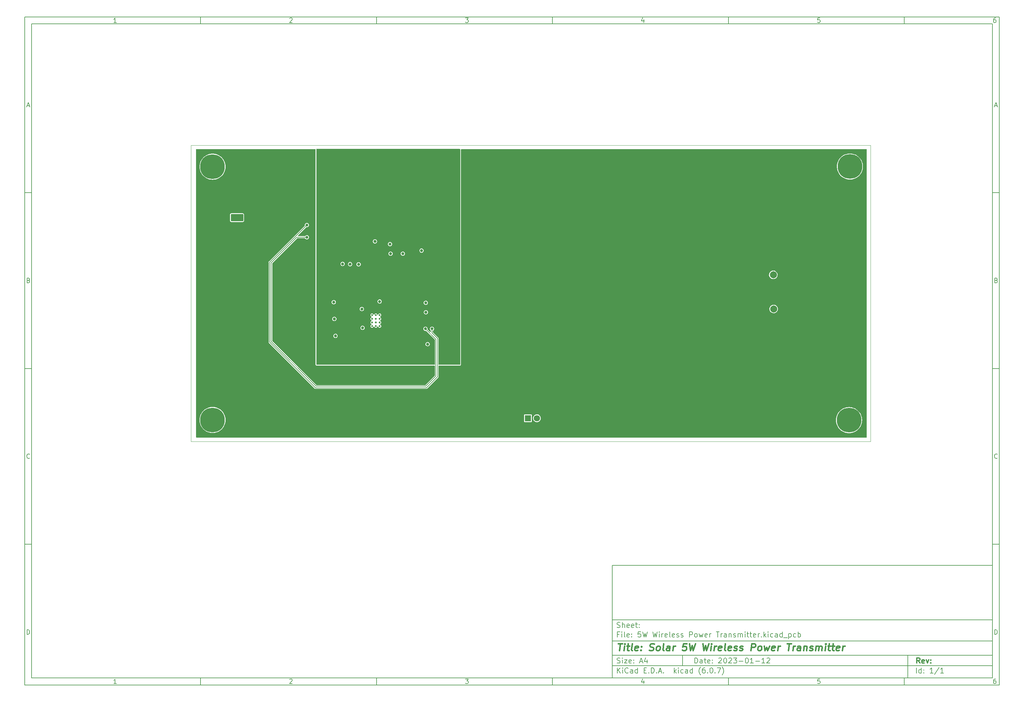
<source format=gbr>
%TF.GenerationSoftware,KiCad,Pcbnew,(6.0.7)*%
%TF.CreationDate,2023-01-12T19:17:07+03:00*%
%TF.ProjectId,5W Wireless Power Transmitter,35572057-6972-4656-9c65-737320506f77,rev?*%
%TF.SameCoordinates,Original*%
%TF.FileFunction,Copper,L3,Inr*%
%TF.FilePolarity,Positive*%
%FSLAX46Y46*%
G04 Gerber Fmt 4.6, Leading zero omitted, Abs format (unit mm)*
G04 Created by KiCad (PCBNEW (6.0.7)) date 2023-01-12 19:17:07*
%MOMM*%
%LPD*%
G01*
G04 APERTURE LIST*
G04 Aperture macros list*
%AMRoundRect*
0 Rectangle with rounded corners*
0 $1 Rounding radius*
0 $2 $3 $4 $5 $6 $7 $8 $9 X,Y pos of 4 corners*
0 Add a 4 corners polygon primitive as box body*
4,1,4,$2,$3,$4,$5,$6,$7,$8,$9,$2,$3,0*
0 Add four circle primitives for the rounded corners*
1,1,$1+$1,$2,$3*
1,1,$1+$1,$4,$5*
1,1,$1+$1,$6,$7*
1,1,$1+$1,$8,$9*
0 Add four rect primitives between the rounded corners*
20,1,$1+$1,$2,$3,$4,$5,0*
20,1,$1+$1,$4,$5,$6,$7,0*
20,1,$1+$1,$6,$7,$8,$9,0*
20,1,$1+$1,$8,$9,$2,$3,0*%
G04 Aperture macros list end*
%ADD10C,0.100000*%
%ADD11C,0.150000*%
%ADD12C,0.300000*%
%ADD13C,0.400000*%
%TA.AperFunction,Profile*%
%ADD14C,0.100000*%
%TD*%
%TA.AperFunction,ComponentPad*%
%ADD15C,0.800000*%
%TD*%
%TA.AperFunction,ComponentPad*%
%ADD16C,7.000000*%
%TD*%
%TA.AperFunction,ComponentPad*%
%ADD17R,1.800000X1.800000*%
%TD*%
%TA.AperFunction,ComponentPad*%
%ADD18C,1.800000*%
%TD*%
%TA.AperFunction,ComponentPad*%
%ADD19C,0.500000*%
%TD*%
%TA.AperFunction,ComponentPad*%
%ADD20C,2.000000*%
%TD*%
%TA.AperFunction,ComponentPad*%
%ADD21RoundRect,0.250001X-1.549999X0.799999X-1.549999X-0.799999X1.549999X-0.799999X1.549999X0.799999X0*%
%TD*%
%TA.AperFunction,ComponentPad*%
%ADD22O,3.600000X2.100000*%
%TD*%
%TA.AperFunction,ViaPad*%
%ADD23C,0.800000*%
%TD*%
%TA.AperFunction,Conductor*%
%ADD24C,0.200000*%
%TD*%
G04 APERTURE END LIST*
D10*
D11*
X177002200Y-166007200D02*
X177002200Y-198007200D01*
X285002200Y-198007200D01*
X285002200Y-166007200D01*
X177002200Y-166007200D01*
D10*
D11*
X10000000Y-10000000D02*
X10000000Y-200007200D01*
X287002200Y-200007200D01*
X287002200Y-10000000D01*
X10000000Y-10000000D01*
D10*
D11*
X12000000Y-12000000D02*
X12000000Y-198007200D01*
X285002200Y-198007200D01*
X285002200Y-12000000D01*
X12000000Y-12000000D01*
D10*
D11*
X60000000Y-12000000D02*
X60000000Y-10000000D01*
D10*
D11*
X110000000Y-12000000D02*
X110000000Y-10000000D01*
D10*
D11*
X160000000Y-12000000D02*
X160000000Y-10000000D01*
D10*
D11*
X210000000Y-12000000D02*
X210000000Y-10000000D01*
D10*
D11*
X260000000Y-12000000D02*
X260000000Y-10000000D01*
D10*
D11*
X36065476Y-11588095D02*
X35322619Y-11588095D01*
X35694047Y-11588095D02*
X35694047Y-10288095D01*
X35570238Y-10473809D01*
X35446428Y-10597619D01*
X35322619Y-10659523D01*
D10*
D11*
X85322619Y-10411904D02*
X85384523Y-10350000D01*
X85508333Y-10288095D01*
X85817857Y-10288095D01*
X85941666Y-10350000D01*
X86003571Y-10411904D01*
X86065476Y-10535714D01*
X86065476Y-10659523D01*
X86003571Y-10845238D01*
X85260714Y-11588095D01*
X86065476Y-11588095D01*
D10*
D11*
X135260714Y-10288095D02*
X136065476Y-10288095D01*
X135632142Y-10783333D01*
X135817857Y-10783333D01*
X135941666Y-10845238D01*
X136003571Y-10907142D01*
X136065476Y-11030952D01*
X136065476Y-11340476D01*
X136003571Y-11464285D01*
X135941666Y-11526190D01*
X135817857Y-11588095D01*
X135446428Y-11588095D01*
X135322619Y-11526190D01*
X135260714Y-11464285D01*
D10*
D11*
X185941666Y-10721428D02*
X185941666Y-11588095D01*
X185632142Y-10226190D02*
X185322619Y-11154761D01*
X186127380Y-11154761D01*
D10*
D11*
X236003571Y-10288095D02*
X235384523Y-10288095D01*
X235322619Y-10907142D01*
X235384523Y-10845238D01*
X235508333Y-10783333D01*
X235817857Y-10783333D01*
X235941666Y-10845238D01*
X236003571Y-10907142D01*
X236065476Y-11030952D01*
X236065476Y-11340476D01*
X236003571Y-11464285D01*
X235941666Y-11526190D01*
X235817857Y-11588095D01*
X235508333Y-11588095D01*
X235384523Y-11526190D01*
X235322619Y-11464285D01*
D10*
D11*
X285941666Y-10288095D02*
X285694047Y-10288095D01*
X285570238Y-10350000D01*
X285508333Y-10411904D01*
X285384523Y-10597619D01*
X285322619Y-10845238D01*
X285322619Y-11340476D01*
X285384523Y-11464285D01*
X285446428Y-11526190D01*
X285570238Y-11588095D01*
X285817857Y-11588095D01*
X285941666Y-11526190D01*
X286003571Y-11464285D01*
X286065476Y-11340476D01*
X286065476Y-11030952D01*
X286003571Y-10907142D01*
X285941666Y-10845238D01*
X285817857Y-10783333D01*
X285570238Y-10783333D01*
X285446428Y-10845238D01*
X285384523Y-10907142D01*
X285322619Y-11030952D01*
D10*
D11*
X60000000Y-198007200D02*
X60000000Y-200007200D01*
D10*
D11*
X110000000Y-198007200D02*
X110000000Y-200007200D01*
D10*
D11*
X160000000Y-198007200D02*
X160000000Y-200007200D01*
D10*
D11*
X210000000Y-198007200D02*
X210000000Y-200007200D01*
D10*
D11*
X260000000Y-198007200D02*
X260000000Y-200007200D01*
D10*
D11*
X36065476Y-199595295D02*
X35322619Y-199595295D01*
X35694047Y-199595295D02*
X35694047Y-198295295D01*
X35570238Y-198481009D01*
X35446428Y-198604819D01*
X35322619Y-198666723D01*
D10*
D11*
X85322619Y-198419104D02*
X85384523Y-198357200D01*
X85508333Y-198295295D01*
X85817857Y-198295295D01*
X85941666Y-198357200D01*
X86003571Y-198419104D01*
X86065476Y-198542914D01*
X86065476Y-198666723D01*
X86003571Y-198852438D01*
X85260714Y-199595295D01*
X86065476Y-199595295D01*
D10*
D11*
X135260714Y-198295295D02*
X136065476Y-198295295D01*
X135632142Y-198790533D01*
X135817857Y-198790533D01*
X135941666Y-198852438D01*
X136003571Y-198914342D01*
X136065476Y-199038152D01*
X136065476Y-199347676D01*
X136003571Y-199471485D01*
X135941666Y-199533390D01*
X135817857Y-199595295D01*
X135446428Y-199595295D01*
X135322619Y-199533390D01*
X135260714Y-199471485D01*
D10*
D11*
X185941666Y-198728628D02*
X185941666Y-199595295D01*
X185632142Y-198233390D02*
X185322619Y-199161961D01*
X186127380Y-199161961D01*
D10*
D11*
X236003571Y-198295295D02*
X235384523Y-198295295D01*
X235322619Y-198914342D01*
X235384523Y-198852438D01*
X235508333Y-198790533D01*
X235817857Y-198790533D01*
X235941666Y-198852438D01*
X236003571Y-198914342D01*
X236065476Y-199038152D01*
X236065476Y-199347676D01*
X236003571Y-199471485D01*
X235941666Y-199533390D01*
X235817857Y-199595295D01*
X235508333Y-199595295D01*
X235384523Y-199533390D01*
X235322619Y-199471485D01*
D10*
D11*
X285941666Y-198295295D02*
X285694047Y-198295295D01*
X285570238Y-198357200D01*
X285508333Y-198419104D01*
X285384523Y-198604819D01*
X285322619Y-198852438D01*
X285322619Y-199347676D01*
X285384523Y-199471485D01*
X285446428Y-199533390D01*
X285570238Y-199595295D01*
X285817857Y-199595295D01*
X285941666Y-199533390D01*
X286003571Y-199471485D01*
X286065476Y-199347676D01*
X286065476Y-199038152D01*
X286003571Y-198914342D01*
X285941666Y-198852438D01*
X285817857Y-198790533D01*
X285570238Y-198790533D01*
X285446428Y-198852438D01*
X285384523Y-198914342D01*
X285322619Y-199038152D01*
D10*
D11*
X10000000Y-60000000D02*
X12000000Y-60000000D01*
D10*
D11*
X10000000Y-110000000D02*
X12000000Y-110000000D01*
D10*
D11*
X10000000Y-160000000D02*
X12000000Y-160000000D01*
D10*
D11*
X10690476Y-35216666D02*
X11309523Y-35216666D01*
X10566666Y-35588095D02*
X11000000Y-34288095D01*
X11433333Y-35588095D01*
D10*
D11*
X11092857Y-84907142D02*
X11278571Y-84969047D01*
X11340476Y-85030952D01*
X11402380Y-85154761D01*
X11402380Y-85340476D01*
X11340476Y-85464285D01*
X11278571Y-85526190D01*
X11154761Y-85588095D01*
X10659523Y-85588095D01*
X10659523Y-84288095D01*
X11092857Y-84288095D01*
X11216666Y-84350000D01*
X11278571Y-84411904D01*
X11340476Y-84535714D01*
X11340476Y-84659523D01*
X11278571Y-84783333D01*
X11216666Y-84845238D01*
X11092857Y-84907142D01*
X10659523Y-84907142D01*
D10*
D11*
X11402380Y-135464285D02*
X11340476Y-135526190D01*
X11154761Y-135588095D01*
X11030952Y-135588095D01*
X10845238Y-135526190D01*
X10721428Y-135402380D01*
X10659523Y-135278571D01*
X10597619Y-135030952D01*
X10597619Y-134845238D01*
X10659523Y-134597619D01*
X10721428Y-134473809D01*
X10845238Y-134350000D01*
X11030952Y-134288095D01*
X11154761Y-134288095D01*
X11340476Y-134350000D01*
X11402380Y-134411904D01*
D10*
D11*
X10659523Y-185588095D02*
X10659523Y-184288095D01*
X10969047Y-184288095D01*
X11154761Y-184350000D01*
X11278571Y-184473809D01*
X11340476Y-184597619D01*
X11402380Y-184845238D01*
X11402380Y-185030952D01*
X11340476Y-185278571D01*
X11278571Y-185402380D01*
X11154761Y-185526190D01*
X10969047Y-185588095D01*
X10659523Y-185588095D01*
D10*
D11*
X287002200Y-60000000D02*
X285002200Y-60000000D01*
D10*
D11*
X287002200Y-110000000D02*
X285002200Y-110000000D01*
D10*
D11*
X287002200Y-160000000D02*
X285002200Y-160000000D01*
D10*
D11*
X285692676Y-35216666D02*
X286311723Y-35216666D01*
X285568866Y-35588095D02*
X286002200Y-34288095D01*
X286435533Y-35588095D01*
D10*
D11*
X286095057Y-84907142D02*
X286280771Y-84969047D01*
X286342676Y-85030952D01*
X286404580Y-85154761D01*
X286404580Y-85340476D01*
X286342676Y-85464285D01*
X286280771Y-85526190D01*
X286156961Y-85588095D01*
X285661723Y-85588095D01*
X285661723Y-84288095D01*
X286095057Y-84288095D01*
X286218866Y-84350000D01*
X286280771Y-84411904D01*
X286342676Y-84535714D01*
X286342676Y-84659523D01*
X286280771Y-84783333D01*
X286218866Y-84845238D01*
X286095057Y-84907142D01*
X285661723Y-84907142D01*
D10*
D11*
X286404580Y-135464285D02*
X286342676Y-135526190D01*
X286156961Y-135588095D01*
X286033152Y-135588095D01*
X285847438Y-135526190D01*
X285723628Y-135402380D01*
X285661723Y-135278571D01*
X285599819Y-135030952D01*
X285599819Y-134845238D01*
X285661723Y-134597619D01*
X285723628Y-134473809D01*
X285847438Y-134350000D01*
X286033152Y-134288095D01*
X286156961Y-134288095D01*
X286342676Y-134350000D01*
X286404580Y-134411904D01*
D10*
D11*
X285661723Y-185588095D02*
X285661723Y-184288095D01*
X285971247Y-184288095D01*
X286156961Y-184350000D01*
X286280771Y-184473809D01*
X286342676Y-184597619D01*
X286404580Y-184845238D01*
X286404580Y-185030952D01*
X286342676Y-185278571D01*
X286280771Y-185402380D01*
X286156961Y-185526190D01*
X285971247Y-185588095D01*
X285661723Y-185588095D01*
D10*
D11*
X200434342Y-193785771D02*
X200434342Y-192285771D01*
X200791485Y-192285771D01*
X201005771Y-192357200D01*
X201148628Y-192500057D01*
X201220057Y-192642914D01*
X201291485Y-192928628D01*
X201291485Y-193142914D01*
X201220057Y-193428628D01*
X201148628Y-193571485D01*
X201005771Y-193714342D01*
X200791485Y-193785771D01*
X200434342Y-193785771D01*
X202577200Y-193785771D02*
X202577200Y-193000057D01*
X202505771Y-192857200D01*
X202362914Y-192785771D01*
X202077200Y-192785771D01*
X201934342Y-192857200D01*
X202577200Y-193714342D02*
X202434342Y-193785771D01*
X202077200Y-193785771D01*
X201934342Y-193714342D01*
X201862914Y-193571485D01*
X201862914Y-193428628D01*
X201934342Y-193285771D01*
X202077200Y-193214342D01*
X202434342Y-193214342D01*
X202577200Y-193142914D01*
X203077200Y-192785771D02*
X203648628Y-192785771D01*
X203291485Y-192285771D02*
X203291485Y-193571485D01*
X203362914Y-193714342D01*
X203505771Y-193785771D01*
X203648628Y-193785771D01*
X204720057Y-193714342D02*
X204577200Y-193785771D01*
X204291485Y-193785771D01*
X204148628Y-193714342D01*
X204077200Y-193571485D01*
X204077200Y-193000057D01*
X204148628Y-192857200D01*
X204291485Y-192785771D01*
X204577200Y-192785771D01*
X204720057Y-192857200D01*
X204791485Y-193000057D01*
X204791485Y-193142914D01*
X204077200Y-193285771D01*
X205434342Y-193642914D02*
X205505771Y-193714342D01*
X205434342Y-193785771D01*
X205362914Y-193714342D01*
X205434342Y-193642914D01*
X205434342Y-193785771D01*
X205434342Y-192857200D02*
X205505771Y-192928628D01*
X205434342Y-193000057D01*
X205362914Y-192928628D01*
X205434342Y-192857200D01*
X205434342Y-193000057D01*
X207220057Y-192428628D02*
X207291485Y-192357200D01*
X207434342Y-192285771D01*
X207791485Y-192285771D01*
X207934342Y-192357200D01*
X208005771Y-192428628D01*
X208077200Y-192571485D01*
X208077200Y-192714342D01*
X208005771Y-192928628D01*
X207148628Y-193785771D01*
X208077200Y-193785771D01*
X209005771Y-192285771D02*
X209148628Y-192285771D01*
X209291485Y-192357200D01*
X209362914Y-192428628D01*
X209434342Y-192571485D01*
X209505771Y-192857200D01*
X209505771Y-193214342D01*
X209434342Y-193500057D01*
X209362914Y-193642914D01*
X209291485Y-193714342D01*
X209148628Y-193785771D01*
X209005771Y-193785771D01*
X208862914Y-193714342D01*
X208791485Y-193642914D01*
X208720057Y-193500057D01*
X208648628Y-193214342D01*
X208648628Y-192857200D01*
X208720057Y-192571485D01*
X208791485Y-192428628D01*
X208862914Y-192357200D01*
X209005771Y-192285771D01*
X210077200Y-192428628D02*
X210148628Y-192357200D01*
X210291485Y-192285771D01*
X210648628Y-192285771D01*
X210791485Y-192357200D01*
X210862914Y-192428628D01*
X210934342Y-192571485D01*
X210934342Y-192714342D01*
X210862914Y-192928628D01*
X210005771Y-193785771D01*
X210934342Y-193785771D01*
X211434342Y-192285771D02*
X212362914Y-192285771D01*
X211862914Y-192857200D01*
X212077200Y-192857200D01*
X212220057Y-192928628D01*
X212291485Y-193000057D01*
X212362914Y-193142914D01*
X212362914Y-193500057D01*
X212291485Y-193642914D01*
X212220057Y-193714342D01*
X212077200Y-193785771D01*
X211648628Y-193785771D01*
X211505771Y-193714342D01*
X211434342Y-193642914D01*
X213005771Y-193214342D02*
X214148628Y-193214342D01*
X215148628Y-192285771D02*
X215291485Y-192285771D01*
X215434342Y-192357200D01*
X215505771Y-192428628D01*
X215577200Y-192571485D01*
X215648628Y-192857200D01*
X215648628Y-193214342D01*
X215577200Y-193500057D01*
X215505771Y-193642914D01*
X215434342Y-193714342D01*
X215291485Y-193785771D01*
X215148628Y-193785771D01*
X215005771Y-193714342D01*
X214934342Y-193642914D01*
X214862914Y-193500057D01*
X214791485Y-193214342D01*
X214791485Y-192857200D01*
X214862914Y-192571485D01*
X214934342Y-192428628D01*
X215005771Y-192357200D01*
X215148628Y-192285771D01*
X217077200Y-193785771D02*
X216220057Y-193785771D01*
X216648628Y-193785771D02*
X216648628Y-192285771D01*
X216505771Y-192500057D01*
X216362914Y-192642914D01*
X216220057Y-192714342D01*
X217720057Y-193214342D02*
X218862914Y-193214342D01*
X220362914Y-193785771D02*
X219505771Y-193785771D01*
X219934342Y-193785771D02*
X219934342Y-192285771D01*
X219791485Y-192500057D01*
X219648628Y-192642914D01*
X219505771Y-192714342D01*
X220934342Y-192428628D02*
X221005771Y-192357200D01*
X221148628Y-192285771D01*
X221505771Y-192285771D01*
X221648628Y-192357200D01*
X221720057Y-192428628D01*
X221791485Y-192571485D01*
X221791485Y-192714342D01*
X221720057Y-192928628D01*
X220862914Y-193785771D01*
X221791485Y-193785771D01*
D10*
D11*
X177002200Y-194507200D02*
X285002200Y-194507200D01*
D10*
D11*
X178434342Y-196585771D02*
X178434342Y-195085771D01*
X179291485Y-196585771D02*
X178648628Y-195728628D01*
X179291485Y-195085771D02*
X178434342Y-195942914D01*
X179934342Y-196585771D02*
X179934342Y-195585771D01*
X179934342Y-195085771D02*
X179862914Y-195157200D01*
X179934342Y-195228628D01*
X180005771Y-195157200D01*
X179934342Y-195085771D01*
X179934342Y-195228628D01*
X181505771Y-196442914D02*
X181434342Y-196514342D01*
X181220057Y-196585771D01*
X181077200Y-196585771D01*
X180862914Y-196514342D01*
X180720057Y-196371485D01*
X180648628Y-196228628D01*
X180577200Y-195942914D01*
X180577200Y-195728628D01*
X180648628Y-195442914D01*
X180720057Y-195300057D01*
X180862914Y-195157200D01*
X181077200Y-195085771D01*
X181220057Y-195085771D01*
X181434342Y-195157200D01*
X181505771Y-195228628D01*
X182791485Y-196585771D02*
X182791485Y-195800057D01*
X182720057Y-195657200D01*
X182577200Y-195585771D01*
X182291485Y-195585771D01*
X182148628Y-195657200D01*
X182791485Y-196514342D02*
X182648628Y-196585771D01*
X182291485Y-196585771D01*
X182148628Y-196514342D01*
X182077200Y-196371485D01*
X182077200Y-196228628D01*
X182148628Y-196085771D01*
X182291485Y-196014342D01*
X182648628Y-196014342D01*
X182791485Y-195942914D01*
X184148628Y-196585771D02*
X184148628Y-195085771D01*
X184148628Y-196514342D02*
X184005771Y-196585771D01*
X183720057Y-196585771D01*
X183577200Y-196514342D01*
X183505771Y-196442914D01*
X183434342Y-196300057D01*
X183434342Y-195871485D01*
X183505771Y-195728628D01*
X183577200Y-195657200D01*
X183720057Y-195585771D01*
X184005771Y-195585771D01*
X184148628Y-195657200D01*
X186005771Y-195800057D02*
X186505771Y-195800057D01*
X186720057Y-196585771D02*
X186005771Y-196585771D01*
X186005771Y-195085771D01*
X186720057Y-195085771D01*
X187362914Y-196442914D02*
X187434342Y-196514342D01*
X187362914Y-196585771D01*
X187291485Y-196514342D01*
X187362914Y-196442914D01*
X187362914Y-196585771D01*
X188077200Y-196585771D02*
X188077200Y-195085771D01*
X188434342Y-195085771D01*
X188648628Y-195157200D01*
X188791485Y-195300057D01*
X188862914Y-195442914D01*
X188934342Y-195728628D01*
X188934342Y-195942914D01*
X188862914Y-196228628D01*
X188791485Y-196371485D01*
X188648628Y-196514342D01*
X188434342Y-196585771D01*
X188077200Y-196585771D01*
X189577200Y-196442914D02*
X189648628Y-196514342D01*
X189577200Y-196585771D01*
X189505771Y-196514342D01*
X189577200Y-196442914D01*
X189577200Y-196585771D01*
X190220057Y-196157200D02*
X190934342Y-196157200D01*
X190077200Y-196585771D02*
X190577200Y-195085771D01*
X191077200Y-196585771D01*
X191577200Y-196442914D02*
X191648628Y-196514342D01*
X191577200Y-196585771D01*
X191505771Y-196514342D01*
X191577200Y-196442914D01*
X191577200Y-196585771D01*
X194577200Y-196585771D02*
X194577200Y-195085771D01*
X194720057Y-196014342D02*
X195148628Y-196585771D01*
X195148628Y-195585771D02*
X194577200Y-196157200D01*
X195791485Y-196585771D02*
X195791485Y-195585771D01*
X195791485Y-195085771D02*
X195720057Y-195157200D01*
X195791485Y-195228628D01*
X195862914Y-195157200D01*
X195791485Y-195085771D01*
X195791485Y-195228628D01*
X197148628Y-196514342D02*
X197005771Y-196585771D01*
X196720057Y-196585771D01*
X196577200Y-196514342D01*
X196505771Y-196442914D01*
X196434342Y-196300057D01*
X196434342Y-195871485D01*
X196505771Y-195728628D01*
X196577200Y-195657200D01*
X196720057Y-195585771D01*
X197005771Y-195585771D01*
X197148628Y-195657200D01*
X198434342Y-196585771D02*
X198434342Y-195800057D01*
X198362914Y-195657200D01*
X198220057Y-195585771D01*
X197934342Y-195585771D01*
X197791485Y-195657200D01*
X198434342Y-196514342D02*
X198291485Y-196585771D01*
X197934342Y-196585771D01*
X197791485Y-196514342D01*
X197720057Y-196371485D01*
X197720057Y-196228628D01*
X197791485Y-196085771D01*
X197934342Y-196014342D01*
X198291485Y-196014342D01*
X198434342Y-195942914D01*
X199791485Y-196585771D02*
X199791485Y-195085771D01*
X199791485Y-196514342D02*
X199648628Y-196585771D01*
X199362914Y-196585771D01*
X199220057Y-196514342D01*
X199148628Y-196442914D01*
X199077200Y-196300057D01*
X199077200Y-195871485D01*
X199148628Y-195728628D01*
X199220057Y-195657200D01*
X199362914Y-195585771D01*
X199648628Y-195585771D01*
X199791485Y-195657200D01*
X202077200Y-197157200D02*
X202005771Y-197085771D01*
X201862914Y-196871485D01*
X201791485Y-196728628D01*
X201720057Y-196514342D01*
X201648628Y-196157200D01*
X201648628Y-195871485D01*
X201720057Y-195514342D01*
X201791485Y-195300057D01*
X201862914Y-195157200D01*
X202005771Y-194942914D01*
X202077200Y-194871485D01*
X203291485Y-195085771D02*
X203005771Y-195085771D01*
X202862914Y-195157200D01*
X202791485Y-195228628D01*
X202648628Y-195442914D01*
X202577200Y-195728628D01*
X202577200Y-196300057D01*
X202648628Y-196442914D01*
X202720057Y-196514342D01*
X202862914Y-196585771D01*
X203148628Y-196585771D01*
X203291485Y-196514342D01*
X203362914Y-196442914D01*
X203434342Y-196300057D01*
X203434342Y-195942914D01*
X203362914Y-195800057D01*
X203291485Y-195728628D01*
X203148628Y-195657200D01*
X202862914Y-195657200D01*
X202720057Y-195728628D01*
X202648628Y-195800057D01*
X202577200Y-195942914D01*
X204077200Y-196442914D02*
X204148628Y-196514342D01*
X204077200Y-196585771D01*
X204005771Y-196514342D01*
X204077200Y-196442914D01*
X204077200Y-196585771D01*
X205077200Y-195085771D02*
X205220057Y-195085771D01*
X205362914Y-195157200D01*
X205434342Y-195228628D01*
X205505771Y-195371485D01*
X205577200Y-195657200D01*
X205577200Y-196014342D01*
X205505771Y-196300057D01*
X205434342Y-196442914D01*
X205362914Y-196514342D01*
X205220057Y-196585771D01*
X205077200Y-196585771D01*
X204934342Y-196514342D01*
X204862914Y-196442914D01*
X204791485Y-196300057D01*
X204720057Y-196014342D01*
X204720057Y-195657200D01*
X204791485Y-195371485D01*
X204862914Y-195228628D01*
X204934342Y-195157200D01*
X205077200Y-195085771D01*
X206220057Y-196442914D02*
X206291485Y-196514342D01*
X206220057Y-196585771D01*
X206148628Y-196514342D01*
X206220057Y-196442914D01*
X206220057Y-196585771D01*
X206791485Y-195085771D02*
X207791485Y-195085771D01*
X207148628Y-196585771D01*
X208220057Y-197157200D02*
X208291485Y-197085771D01*
X208434342Y-196871485D01*
X208505771Y-196728628D01*
X208577200Y-196514342D01*
X208648628Y-196157200D01*
X208648628Y-195871485D01*
X208577200Y-195514342D01*
X208505771Y-195300057D01*
X208434342Y-195157200D01*
X208291485Y-194942914D01*
X208220057Y-194871485D01*
D10*
D11*
X177002200Y-191507200D02*
X285002200Y-191507200D01*
D10*
D12*
X264411485Y-193785771D02*
X263911485Y-193071485D01*
X263554342Y-193785771D02*
X263554342Y-192285771D01*
X264125771Y-192285771D01*
X264268628Y-192357200D01*
X264340057Y-192428628D01*
X264411485Y-192571485D01*
X264411485Y-192785771D01*
X264340057Y-192928628D01*
X264268628Y-193000057D01*
X264125771Y-193071485D01*
X263554342Y-193071485D01*
X265625771Y-193714342D02*
X265482914Y-193785771D01*
X265197200Y-193785771D01*
X265054342Y-193714342D01*
X264982914Y-193571485D01*
X264982914Y-193000057D01*
X265054342Y-192857200D01*
X265197200Y-192785771D01*
X265482914Y-192785771D01*
X265625771Y-192857200D01*
X265697200Y-193000057D01*
X265697200Y-193142914D01*
X264982914Y-193285771D01*
X266197200Y-192785771D02*
X266554342Y-193785771D01*
X266911485Y-192785771D01*
X267482914Y-193642914D02*
X267554342Y-193714342D01*
X267482914Y-193785771D01*
X267411485Y-193714342D01*
X267482914Y-193642914D01*
X267482914Y-193785771D01*
X267482914Y-192857200D02*
X267554342Y-192928628D01*
X267482914Y-193000057D01*
X267411485Y-192928628D01*
X267482914Y-192857200D01*
X267482914Y-193000057D01*
D10*
D11*
X178362914Y-193714342D02*
X178577200Y-193785771D01*
X178934342Y-193785771D01*
X179077200Y-193714342D01*
X179148628Y-193642914D01*
X179220057Y-193500057D01*
X179220057Y-193357200D01*
X179148628Y-193214342D01*
X179077200Y-193142914D01*
X178934342Y-193071485D01*
X178648628Y-193000057D01*
X178505771Y-192928628D01*
X178434342Y-192857200D01*
X178362914Y-192714342D01*
X178362914Y-192571485D01*
X178434342Y-192428628D01*
X178505771Y-192357200D01*
X178648628Y-192285771D01*
X179005771Y-192285771D01*
X179220057Y-192357200D01*
X179862914Y-193785771D02*
X179862914Y-192785771D01*
X179862914Y-192285771D02*
X179791485Y-192357200D01*
X179862914Y-192428628D01*
X179934342Y-192357200D01*
X179862914Y-192285771D01*
X179862914Y-192428628D01*
X180434342Y-192785771D02*
X181220057Y-192785771D01*
X180434342Y-193785771D01*
X181220057Y-193785771D01*
X182362914Y-193714342D02*
X182220057Y-193785771D01*
X181934342Y-193785771D01*
X181791485Y-193714342D01*
X181720057Y-193571485D01*
X181720057Y-193000057D01*
X181791485Y-192857200D01*
X181934342Y-192785771D01*
X182220057Y-192785771D01*
X182362914Y-192857200D01*
X182434342Y-193000057D01*
X182434342Y-193142914D01*
X181720057Y-193285771D01*
X183077200Y-193642914D02*
X183148628Y-193714342D01*
X183077200Y-193785771D01*
X183005771Y-193714342D01*
X183077200Y-193642914D01*
X183077200Y-193785771D01*
X183077200Y-192857200D02*
X183148628Y-192928628D01*
X183077200Y-193000057D01*
X183005771Y-192928628D01*
X183077200Y-192857200D01*
X183077200Y-193000057D01*
X184862914Y-193357200D02*
X185577200Y-193357200D01*
X184720057Y-193785771D02*
X185220057Y-192285771D01*
X185720057Y-193785771D01*
X186862914Y-192785771D02*
X186862914Y-193785771D01*
X186505771Y-192214342D02*
X186148628Y-193285771D01*
X187077200Y-193285771D01*
D10*
D11*
X263434342Y-196585771D02*
X263434342Y-195085771D01*
X264791485Y-196585771D02*
X264791485Y-195085771D01*
X264791485Y-196514342D02*
X264648628Y-196585771D01*
X264362914Y-196585771D01*
X264220057Y-196514342D01*
X264148628Y-196442914D01*
X264077200Y-196300057D01*
X264077200Y-195871485D01*
X264148628Y-195728628D01*
X264220057Y-195657200D01*
X264362914Y-195585771D01*
X264648628Y-195585771D01*
X264791485Y-195657200D01*
X265505771Y-196442914D02*
X265577200Y-196514342D01*
X265505771Y-196585771D01*
X265434342Y-196514342D01*
X265505771Y-196442914D01*
X265505771Y-196585771D01*
X265505771Y-195657200D02*
X265577200Y-195728628D01*
X265505771Y-195800057D01*
X265434342Y-195728628D01*
X265505771Y-195657200D01*
X265505771Y-195800057D01*
X268148628Y-196585771D02*
X267291485Y-196585771D01*
X267720057Y-196585771D02*
X267720057Y-195085771D01*
X267577200Y-195300057D01*
X267434342Y-195442914D01*
X267291485Y-195514342D01*
X269862914Y-195014342D02*
X268577200Y-196942914D01*
X271148628Y-196585771D02*
X270291485Y-196585771D01*
X270720057Y-196585771D02*
X270720057Y-195085771D01*
X270577200Y-195300057D01*
X270434342Y-195442914D01*
X270291485Y-195514342D01*
D10*
D11*
X177002200Y-187507200D02*
X285002200Y-187507200D01*
D10*
D13*
X178714580Y-188211961D02*
X179857438Y-188211961D01*
X179036009Y-190211961D02*
X179286009Y-188211961D01*
X180274104Y-190211961D02*
X180440771Y-188878628D01*
X180524104Y-188211961D02*
X180416961Y-188307200D01*
X180500295Y-188402438D01*
X180607438Y-188307200D01*
X180524104Y-188211961D01*
X180500295Y-188402438D01*
X181107438Y-188878628D02*
X181869342Y-188878628D01*
X181476485Y-188211961D02*
X181262200Y-189926247D01*
X181333628Y-190116723D01*
X181512200Y-190211961D01*
X181702676Y-190211961D01*
X182655057Y-190211961D02*
X182476485Y-190116723D01*
X182405057Y-189926247D01*
X182619342Y-188211961D01*
X184190771Y-190116723D02*
X183988390Y-190211961D01*
X183607438Y-190211961D01*
X183428866Y-190116723D01*
X183357438Y-189926247D01*
X183452676Y-189164342D01*
X183571723Y-188973866D01*
X183774104Y-188878628D01*
X184155057Y-188878628D01*
X184333628Y-188973866D01*
X184405057Y-189164342D01*
X184381247Y-189354819D01*
X183405057Y-189545295D01*
X185155057Y-190021485D02*
X185238390Y-190116723D01*
X185131247Y-190211961D01*
X185047914Y-190116723D01*
X185155057Y-190021485D01*
X185131247Y-190211961D01*
X185286009Y-188973866D02*
X185369342Y-189069104D01*
X185262200Y-189164342D01*
X185178866Y-189069104D01*
X185286009Y-188973866D01*
X185262200Y-189164342D01*
X187524104Y-190116723D02*
X187797914Y-190211961D01*
X188274104Y-190211961D01*
X188476485Y-190116723D01*
X188583628Y-190021485D01*
X188702676Y-189831009D01*
X188726485Y-189640533D01*
X188655057Y-189450057D01*
X188571723Y-189354819D01*
X188393152Y-189259580D01*
X188024104Y-189164342D01*
X187845533Y-189069104D01*
X187762200Y-188973866D01*
X187690771Y-188783390D01*
X187714580Y-188592914D01*
X187833628Y-188402438D01*
X187940771Y-188307200D01*
X188143152Y-188211961D01*
X188619342Y-188211961D01*
X188893152Y-188307200D01*
X189797914Y-190211961D02*
X189619342Y-190116723D01*
X189536009Y-190021485D01*
X189464580Y-189831009D01*
X189536009Y-189259580D01*
X189655057Y-189069104D01*
X189762200Y-188973866D01*
X189964580Y-188878628D01*
X190250295Y-188878628D01*
X190428866Y-188973866D01*
X190512200Y-189069104D01*
X190583628Y-189259580D01*
X190512200Y-189831009D01*
X190393152Y-190021485D01*
X190286009Y-190116723D01*
X190083628Y-190211961D01*
X189797914Y-190211961D01*
X191607438Y-190211961D02*
X191428866Y-190116723D01*
X191357438Y-189926247D01*
X191571723Y-188211961D01*
X193226485Y-190211961D02*
X193357438Y-189164342D01*
X193286009Y-188973866D01*
X193107438Y-188878628D01*
X192726485Y-188878628D01*
X192524104Y-188973866D01*
X193238390Y-190116723D02*
X193036009Y-190211961D01*
X192559819Y-190211961D01*
X192381247Y-190116723D01*
X192309819Y-189926247D01*
X192333628Y-189735771D01*
X192452676Y-189545295D01*
X192655057Y-189450057D01*
X193131247Y-189450057D01*
X193333628Y-189354819D01*
X194178866Y-190211961D02*
X194345533Y-188878628D01*
X194297914Y-189259580D02*
X194416961Y-189069104D01*
X194524104Y-188973866D01*
X194726485Y-188878628D01*
X194916961Y-188878628D01*
X198143152Y-188211961D02*
X197190771Y-188211961D01*
X196976485Y-189164342D01*
X197083628Y-189069104D01*
X197286009Y-188973866D01*
X197762200Y-188973866D01*
X197940771Y-189069104D01*
X198024104Y-189164342D01*
X198095533Y-189354819D01*
X198036009Y-189831009D01*
X197916961Y-190021485D01*
X197809819Y-190116723D01*
X197607438Y-190211961D01*
X197131247Y-190211961D01*
X196952676Y-190116723D01*
X196869342Y-190021485D01*
X198905057Y-188211961D02*
X199131247Y-190211961D01*
X199690771Y-188783390D01*
X199893152Y-190211961D01*
X200619342Y-188211961D01*
X202714580Y-188211961D02*
X202940771Y-190211961D01*
X203500295Y-188783390D01*
X203702676Y-190211961D01*
X204428866Y-188211961D01*
X204940771Y-190211961D02*
X205107438Y-188878628D01*
X205190771Y-188211961D02*
X205083628Y-188307200D01*
X205166961Y-188402438D01*
X205274104Y-188307200D01*
X205190771Y-188211961D01*
X205166961Y-188402438D01*
X205893152Y-190211961D02*
X206059819Y-188878628D01*
X206012200Y-189259580D02*
X206131247Y-189069104D01*
X206238390Y-188973866D01*
X206440771Y-188878628D01*
X206631247Y-188878628D01*
X207905057Y-190116723D02*
X207702676Y-190211961D01*
X207321723Y-190211961D01*
X207143152Y-190116723D01*
X207071723Y-189926247D01*
X207166961Y-189164342D01*
X207286009Y-188973866D01*
X207488390Y-188878628D01*
X207869342Y-188878628D01*
X208047914Y-188973866D01*
X208119342Y-189164342D01*
X208095533Y-189354819D01*
X207119342Y-189545295D01*
X209131247Y-190211961D02*
X208952676Y-190116723D01*
X208881247Y-189926247D01*
X209095533Y-188211961D01*
X210666961Y-190116723D02*
X210464580Y-190211961D01*
X210083628Y-190211961D01*
X209905057Y-190116723D01*
X209833628Y-189926247D01*
X209928866Y-189164342D01*
X210047914Y-188973866D01*
X210250295Y-188878628D01*
X210631247Y-188878628D01*
X210809819Y-188973866D01*
X210881247Y-189164342D01*
X210857438Y-189354819D01*
X209881247Y-189545295D01*
X211524104Y-190116723D02*
X211702676Y-190211961D01*
X212083628Y-190211961D01*
X212286009Y-190116723D01*
X212405057Y-189926247D01*
X212416961Y-189831009D01*
X212345533Y-189640533D01*
X212166961Y-189545295D01*
X211881247Y-189545295D01*
X211702676Y-189450057D01*
X211631247Y-189259580D01*
X211643152Y-189164342D01*
X211762200Y-188973866D01*
X211964580Y-188878628D01*
X212250295Y-188878628D01*
X212428866Y-188973866D01*
X213143152Y-190116723D02*
X213321723Y-190211961D01*
X213702676Y-190211961D01*
X213905057Y-190116723D01*
X214024104Y-189926247D01*
X214036009Y-189831009D01*
X213964580Y-189640533D01*
X213786009Y-189545295D01*
X213500295Y-189545295D01*
X213321723Y-189450057D01*
X213250295Y-189259580D01*
X213262200Y-189164342D01*
X213381247Y-188973866D01*
X213583628Y-188878628D01*
X213869342Y-188878628D01*
X214047914Y-188973866D01*
X216369342Y-190211961D02*
X216619342Y-188211961D01*
X217381247Y-188211961D01*
X217559819Y-188307200D01*
X217643152Y-188402438D01*
X217714580Y-188592914D01*
X217678866Y-188878628D01*
X217559819Y-189069104D01*
X217452676Y-189164342D01*
X217250295Y-189259580D01*
X216488390Y-189259580D01*
X218655057Y-190211961D02*
X218476485Y-190116723D01*
X218393152Y-190021485D01*
X218321723Y-189831009D01*
X218393152Y-189259580D01*
X218512200Y-189069104D01*
X218619342Y-188973866D01*
X218821723Y-188878628D01*
X219107438Y-188878628D01*
X219286009Y-188973866D01*
X219369342Y-189069104D01*
X219440771Y-189259580D01*
X219369342Y-189831009D01*
X219250295Y-190021485D01*
X219143152Y-190116723D01*
X218940771Y-190211961D01*
X218655057Y-190211961D01*
X220155057Y-188878628D02*
X220369342Y-190211961D01*
X220869342Y-189259580D01*
X221131247Y-190211961D01*
X221678866Y-188878628D01*
X223047914Y-190116723D02*
X222845533Y-190211961D01*
X222464580Y-190211961D01*
X222286009Y-190116723D01*
X222214580Y-189926247D01*
X222309819Y-189164342D01*
X222428866Y-188973866D01*
X222631247Y-188878628D01*
X223012200Y-188878628D01*
X223190771Y-188973866D01*
X223262200Y-189164342D01*
X223238390Y-189354819D01*
X222262200Y-189545295D01*
X223988390Y-190211961D02*
X224155057Y-188878628D01*
X224107438Y-189259580D02*
X224226485Y-189069104D01*
X224333628Y-188973866D01*
X224536009Y-188878628D01*
X224726485Y-188878628D01*
X226714580Y-188211961D02*
X227857438Y-188211961D01*
X227036009Y-190211961D02*
X227286009Y-188211961D01*
X228274104Y-190211961D02*
X228440771Y-188878628D01*
X228393152Y-189259580D02*
X228512200Y-189069104D01*
X228619342Y-188973866D01*
X228821723Y-188878628D01*
X229012200Y-188878628D01*
X230369342Y-190211961D02*
X230500295Y-189164342D01*
X230428866Y-188973866D01*
X230250295Y-188878628D01*
X229869342Y-188878628D01*
X229666961Y-188973866D01*
X230381247Y-190116723D02*
X230178866Y-190211961D01*
X229702676Y-190211961D01*
X229524104Y-190116723D01*
X229452676Y-189926247D01*
X229476485Y-189735771D01*
X229595533Y-189545295D01*
X229797914Y-189450057D01*
X230274104Y-189450057D01*
X230476485Y-189354819D01*
X231488390Y-188878628D02*
X231321723Y-190211961D01*
X231464580Y-189069104D02*
X231571723Y-188973866D01*
X231774104Y-188878628D01*
X232059819Y-188878628D01*
X232238390Y-188973866D01*
X232309819Y-189164342D01*
X232178866Y-190211961D01*
X233047914Y-190116723D02*
X233226485Y-190211961D01*
X233607438Y-190211961D01*
X233809819Y-190116723D01*
X233928866Y-189926247D01*
X233940771Y-189831009D01*
X233869342Y-189640533D01*
X233690771Y-189545295D01*
X233405057Y-189545295D01*
X233226485Y-189450057D01*
X233155057Y-189259580D01*
X233166961Y-189164342D01*
X233286009Y-188973866D01*
X233488390Y-188878628D01*
X233774104Y-188878628D01*
X233952676Y-188973866D01*
X234750295Y-190211961D02*
X234916961Y-188878628D01*
X234893152Y-189069104D02*
X235000295Y-188973866D01*
X235202676Y-188878628D01*
X235488390Y-188878628D01*
X235666961Y-188973866D01*
X235738390Y-189164342D01*
X235607438Y-190211961D01*
X235738390Y-189164342D02*
X235857438Y-188973866D01*
X236059819Y-188878628D01*
X236345533Y-188878628D01*
X236524104Y-188973866D01*
X236595533Y-189164342D01*
X236464580Y-190211961D01*
X237416961Y-190211961D02*
X237583628Y-188878628D01*
X237666961Y-188211961D02*
X237559819Y-188307200D01*
X237643152Y-188402438D01*
X237750295Y-188307200D01*
X237666961Y-188211961D01*
X237643152Y-188402438D01*
X238250295Y-188878628D02*
X239012200Y-188878628D01*
X238619342Y-188211961D02*
X238405057Y-189926247D01*
X238476485Y-190116723D01*
X238655057Y-190211961D01*
X238845533Y-190211961D01*
X239393152Y-188878628D02*
X240155057Y-188878628D01*
X239762200Y-188211961D02*
X239547914Y-189926247D01*
X239619342Y-190116723D01*
X239797914Y-190211961D01*
X239988390Y-190211961D01*
X241428866Y-190116723D02*
X241226485Y-190211961D01*
X240845533Y-190211961D01*
X240666961Y-190116723D01*
X240595533Y-189926247D01*
X240690771Y-189164342D01*
X240809819Y-188973866D01*
X241012199Y-188878628D01*
X241393152Y-188878628D01*
X241571723Y-188973866D01*
X241643152Y-189164342D01*
X241619342Y-189354819D01*
X240643152Y-189545295D01*
X242369342Y-190211961D02*
X242536009Y-188878628D01*
X242488390Y-189259580D02*
X242607438Y-189069104D01*
X242714580Y-188973866D01*
X242916961Y-188878628D01*
X243107438Y-188878628D01*
D10*
D11*
X178934342Y-185600057D02*
X178434342Y-185600057D01*
X178434342Y-186385771D02*
X178434342Y-184885771D01*
X179148628Y-184885771D01*
X179720057Y-186385771D02*
X179720057Y-185385771D01*
X179720057Y-184885771D02*
X179648628Y-184957200D01*
X179720057Y-185028628D01*
X179791485Y-184957200D01*
X179720057Y-184885771D01*
X179720057Y-185028628D01*
X180648628Y-186385771D02*
X180505771Y-186314342D01*
X180434342Y-186171485D01*
X180434342Y-184885771D01*
X181791485Y-186314342D02*
X181648628Y-186385771D01*
X181362914Y-186385771D01*
X181220057Y-186314342D01*
X181148628Y-186171485D01*
X181148628Y-185600057D01*
X181220057Y-185457200D01*
X181362914Y-185385771D01*
X181648628Y-185385771D01*
X181791485Y-185457200D01*
X181862914Y-185600057D01*
X181862914Y-185742914D01*
X181148628Y-185885771D01*
X182505771Y-186242914D02*
X182577200Y-186314342D01*
X182505771Y-186385771D01*
X182434342Y-186314342D01*
X182505771Y-186242914D01*
X182505771Y-186385771D01*
X182505771Y-185457200D02*
X182577200Y-185528628D01*
X182505771Y-185600057D01*
X182434342Y-185528628D01*
X182505771Y-185457200D01*
X182505771Y-185600057D01*
X185077200Y-184885771D02*
X184362914Y-184885771D01*
X184291485Y-185600057D01*
X184362914Y-185528628D01*
X184505771Y-185457200D01*
X184862914Y-185457200D01*
X185005771Y-185528628D01*
X185077200Y-185600057D01*
X185148628Y-185742914D01*
X185148628Y-186100057D01*
X185077200Y-186242914D01*
X185005771Y-186314342D01*
X184862914Y-186385771D01*
X184505771Y-186385771D01*
X184362914Y-186314342D01*
X184291485Y-186242914D01*
X185648628Y-184885771D02*
X186005771Y-186385771D01*
X186291485Y-185314342D01*
X186577200Y-186385771D01*
X186934342Y-184885771D01*
X188505771Y-184885771D02*
X188862914Y-186385771D01*
X189148628Y-185314342D01*
X189434342Y-186385771D01*
X189791485Y-184885771D01*
X190362914Y-186385771D02*
X190362914Y-185385771D01*
X190362914Y-184885771D02*
X190291485Y-184957200D01*
X190362914Y-185028628D01*
X190434342Y-184957200D01*
X190362914Y-184885771D01*
X190362914Y-185028628D01*
X191077200Y-186385771D02*
X191077200Y-185385771D01*
X191077200Y-185671485D02*
X191148628Y-185528628D01*
X191220057Y-185457200D01*
X191362914Y-185385771D01*
X191505771Y-185385771D01*
X192577200Y-186314342D02*
X192434342Y-186385771D01*
X192148628Y-186385771D01*
X192005771Y-186314342D01*
X191934342Y-186171485D01*
X191934342Y-185600057D01*
X192005771Y-185457200D01*
X192148628Y-185385771D01*
X192434342Y-185385771D01*
X192577200Y-185457200D01*
X192648628Y-185600057D01*
X192648628Y-185742914D01*
X191934342Y-185885771D01*
X193505771Y-186385771D02*
X193362914Y-186314342D01*
X193291485Y-186171485D01*
X193291485Y-184885771D01*
X194648628Y-186314342D02*
X194505771Y-186385771D01*
X194220057Y-186385771D01*
X194077200Y-186314342D01*
X194005771Y-186171485D01*
X194005771Y-185600057D01*
X194077200Y-185457200D01*
X194220057Y-185385771D01*
X194505771Y-185385771D01*
X194648628Y-185457200D01*
X194720057Y-185600057D01*
X194720057Y-185742914D01*
X194005771Y-185885771D01*
X195291485Y-186314342D02*
X195434342Y-186385771D01*
X195720057Y-186385771D01*
X195862914Y-186314342D01*
X195934342Y-186171485D01*
X195934342Y-186100057D01*
X195862914Y-185957200D01*
X195720057Y-185885771D01*
X195505771Y-185885771D01*
X195362914Y-185814342D01*
X195291485Y-185671485D01*
X195291485Y-185600057D01*
X195362914Y-185457200D01*
X195505771Y-185385771D01*
X195720057Y-185385771D01*
X195862914Y-185457200D01*
X196505771Y-186314342D02*
X196648628Y-186385771D01*
X196934342Y-186385771D01*
X197077200Y-186314342D01*
X197148628Y-186171485D01*
X197148628Y-186100057D01*
X197077200Y-185957200D01*
X196934342Y-185885771D01*
X196720057Y-185885771D01*
X196577200Y-185814342D01*
X196505771Y-185671485D01*
X196505771Y-185600057D01*
X196577200Y-185457200D01*
X196720057Y-185385771D01*
X196934342Y-185385771D01*
X197077200Y-185457200D01*
X198934342Y-186385771D02*
X198934342Y-184885771D01*
X199505771Y-184885771D01*
X199648628Y-184957200D01*
X199720057Y-185028628D01*
X199791485Y-185171485D01*
X199791485Y-185385771D01*
X199720057Y-185528628D01*
X199648628Y-185600057D01*
X199505771Y-185671485D01*
X198934342Y-185671485D01*
X200648628Y-186385771D02*
X200505771Y-186314342D01*
X200434342Y-186242914D01*
X200362914Y-186100057D01*
X200362914Y-185671485D01*
X200434342Y-185528628D01*
X200505771Y-185457200D01*
X200648628Y-185385771D01*
X200862914Y-185385771D01*
X201005771Y-185457200D01*
X201077200Y-185528628D01*
X201148628Y-185671485D01*
X201148628Y-186100057D01*
X201077200Y-186242914D01*
X201005771Y-186314342D01*
X200862914Y-186385771D01*
X200648628Y-186385771D01*
X201648628Y-185385771D02*
X201934342Y-186385771D01*
X202220057Y-185671485D01*
X202505771Y-186385771D01*
X202791485Y-185385771D01*
X203934342Y-186314342D02*
X203791485Y-186385771D01*
X203505771Y-186385771D01*
X203362914Y-186314342D01*
X203291485Y-186171485D01*
X203291485Y-185600057D01*
X203362914Y-185457200D01*
X203505771Y-185385771D01*
X203791485Y-185385771D01*
X203934342Y-185457200D01*
X204005771Y-185600057D01*
X204005771Y-185742914D01*
X203291485Y-185885771D01*
X204648628Y-186385771D02*
X204648628Y-185385771D01*
X204648628Y-185671485D02*
X204720057Y-185528628D01*
X204791485Y-185457200D01*
X204934342Y-185385771D01*
X205077200Y-185385771D01*
X206505771Y-184885771D02*
X207362914Y-184885771D01*
X206934342Y-186385771D02*
X206934342Y-184885771D01*
X207862914Y-186385771D02*
X207862914Y-185385771D01*
X207862914Y-185671485D02*
X207934342Y-185528628D01*
X208005771Y-185457200D01*
X208148628Y-185385771D01*
X208291485Y-185385771D01*
X209434342Y-186385771D02*
X209434342Y-185600057D01*
X209362914Y-185457200D01*
X209220057Y-185385771D01*
X208934342Y-185385771D01*
X208791485Y-185457200D01*
X209434342Y-186314342D02*
X209291485Y-186385771D01*
X208934342Y-186385771D01*
X208791485Y-186314342D01*
X208720057Y-186171485D01*
X208720057Y-186028628D01*
X208791485Y-185885771D01*
X208934342Y-185814342D01*
X209291485Y-185814342D01*
X209434342Y-185742914D01*
X210148628Y-185385771D02*
X210148628Y-186385771D01*
X210148628Y-185528628D02*
X210220057Y-185457200D01*
X210362914Y-185385771D01*
X210577200Y-185385771D01*
X210720057Y-185457200D01*
X210791485Y-185600057D01*
X210791485Y-186385771D01*
X211434342Y-186314342D02*
X211577200Y-186385771D01*
X211862914Y-186385771D01*
X212005771Y-186314342D01*
X212077200Y-186171485D01*
X212077200Y-186100057D01*
X212005771Y-185957200D01*
X211862914Y-185885771D01*
X211648628Y-185885771D01*
X211505771Y-185814342D01*
X211434342Y-185671485D01*
X211434342Y-185600057D01*
X211505771Y-185457200D01*
X211648628Y-185385771D01*
X211862914Y-185385771D01*
X212005771Y-185457200D01*
X212720057Y-186385771D02*
X212720057Y-185385771D01*
X212720057Y-185528628D02*
X212791485Y-185457200D01*
X212934342Y-185385771D01*
X213148628Y-185385771D01*
X213291485Y-185457200D01*
X213362914Y-185600057D01*
X213362914Y-186385771D01*
X213362914Y-185600057D02*
X213434342Y-185457200D01*
X213577200Y-185385771D01*
X213791485Y-185385771D01*
X213934342Y-185457200D01*
X214005771Y-185600057D01*
X214005771Y-186385771D01*
X214720057Y-186385771D02*
X214720057Y-185385771D01*
X214720057Y-184885771D02*
X214648628Y-184957200D01*
X214720057Y-185028628D01*
X214791485Y-184957200D01*
X214720057Y-184885771D01*
X214720057Y-185028628D01*
X215220057Y-185385771D02*
X215791485Y-185385771D01*
X215434342Y-184885771D02*
X215434342Y-186171485D01*
X215505771Y-186314342D01*
X215648628Y-186385771D01*
X215791485Y-186385771D01*
X216077200Y-185385771D02*
X216648628Y-185385771D01*
X216291485Y-184885771D02*
X216291485Y-186171485D01*
X216362914Y-186314342D01*
X216505771Y-186385771D01*
X216648628Y-186385771D01*
X217720057Y-186314342D02*
X217577200Y-186385771D01*
X217291485Y-186385771D01*
X217148628Y-186314342D01*
X217077200Y-186171485D01*
X217077200Y-185600057D01*
X217148628Y-185457200D01*
X217291485Y-185385771D01*
X217577200Y-185385771D01*
X217720057Y-185457200D01*
X217791485Y-185600057D01*
X217791485Y-185742914D01*
X217077200Y-185885771D01*
X218434342Y-186385771D02*
X218434342Y-185385771D01*
X218434342Y-185671485D02*
X218505771Y-185528628D01*
X218577200Y-185457200D01*
X218720057Y-185385771D01*
X218862914Y-185385771D01*
X219362914Y-186242914D02*
X219434342Y-186314342D01*
X219362914Y-186385771D01*
X219291485Y-186314342D01*
X219362914Y-186242914D01*
X219362914Y-186385771D01*
X220077200Y-186385771D02*
X220077200Y-184885771D01*
X220220057Y-185814342D02*
X220648628Y-186385771D01*
X220648628Y-185385771D02*
X220077200Y-185957200D01*
X221291485Y-186385771D02*
X221291485Y-185385771D01*
X221291485Y-184885771D02*
X221220057Y-184957200D01*
X221291485Y-185028628D01*
X221362914Y-184957200D01*
X221291485Y-184885771D01*
X221291485Y-185028628D01*
X222648628Y-186314342D02*
X222505771Y-186385771D01*
X222220057Y-186385771D01*
X222077200Y-186314342D01*
X222005771Y-186242914D01*
X221934342Y-186100057D01*
X221934342Y-185671485D01*
X222005771Y-185528628D01*
X222077200Y-185457200D01*
X222220057Y-185385771D01*
X222505771Y-185385771D01*
X222648628Y-185457200D01*
X223934342Y-186385771D02*
X223934342Y-185600057D01*
X223862914Y-185457200D01*
X223720057Y-185385771D01*
X223434342Y-185385771D01*
X223291485Y-185457200D01*
X223934342Y-186314342D02*
X223791485Y-186385771D01*
X223434342Y-186385771D01*
X223291485Y-186314342D01*
X223220057Y-186171485D01*
X223220057Y-186028628D01*
X223291485Y-185885771D01*
X223434342Y-185814342D01*
X223791485Y-185814342D01*
X223934342Y-185742914D01*
X225291485Y-186385771D02*
X225291485Y-184885771D01*
X225291485Y-186314342D02*
X225148628Y-186385771D01*
X224862914Y-186385771D01*
X224720057Y-186314342D01*
X224648628Y-186242914D01*
X224577200Y-186100057D01*
X224577200Y-185671485D01*
X224648628Y-185528628D01*
X224720057Y-185457200D01*
X224862914Y-185385771D01*
X225148628Y-185385771D01*
X225291485Y-185457200D01*
X225648628Y-186528628D02*
X226791485Y-186528628D01*
X227148628Y-185385771D02*
X227148628Y-186885771D01*
X227148628Y-185457200D02*
X227291485Y-185385771D01*
X227577200Y-185385771D01*
X227720057Y-185457200D01*
X227791485Y-185528628D01*
X227862914Y-185671485D01*
X227862914Y-186100057D01*
X227791485Y-186242914D01*
X227720057Y-186314342D01*
X227577200Y-186385771D01*
X227291485Y-186385771D01*
X227148628Y-186314342D01*
X229148628Y-186314342D02*
X229005771Y-186385771D01*
X228720057Y-186385771D01*
X228577200Y-186314342D01*
X228505771Y-186242914D01*
X228434342Y-186100057D01*
X228434342Y-185671485D01*
X228505771Y-185528628D01*
X228577200Y-185457200D01*
X228720057Y-185385771D01*
X229005771Y-185385771D01*
X229148628Y-185457200D01*
X229791485Y-186385771D02*
X229791485Y-184885771D01*
X229791485Y-185457200D02*
X229934342Y-185385771D01*
X230220057Y-185385771D01*
X230362914Y-185457200D01*
X230434342Y-185528628D01*
X230505771Y-185671485D01*
X230505771Y-186100057D01*
X230434342Y-186242914D01*
X230362914Y-186314342D01*
X230220057Y-186385771D01*
X229934342Y-186385771D01*
X229791485Y-186314342D01*
D10*
D11*
X177002200Y-181507200D02*
X285002200Y-181507200D01*
D10*
D11*
X178362914Y-183614342D02*
X178577200Y-183685771D01*
X178934342Y-183685771D01*
X179077200Y-183614342D01*
X179148628Y-183542914D01*
X179220057Y-183400057D01*
X179220057Y-183257200D01*
X179148628Y-183114342D01*
X179077200Y-183042914D01*
X178934342Y-182971485D01*
X178648628Y-182900057D01*
X178505771Y-182828628D01*
X178434342Y-182757200D01*
X178362914Y-182614342D01*
X178362914Y-182471485D01*
X178434342Y-182328628D01*
X178505771Y-182257200D01*
X178648628Y-182185771D01*
X179005771Y-182185771D01*
X179220057Y-182257200D01*
X179862914Y-183685771D02*
X179862914Y-182185771D01*
X180505771Y-183685771D02*
X180505771Y-182900057D01*
X180434342Y-182757200D01*
X180291485Y-182685771D01*
X180077200Y-182685771D01*
X179934342Y-182757200D01*
X179862914Y-182828628D01*
X181791485Y-183614342D02*
X181648628Y-183685771D01*
X181362914Y-183685771D01*
X181220057Y-183614342D01*
X181148628Y-183471485D01*
X181148628Y-182900057D01*
X181220057Y-182757200D01*
X181362914Y-182685771D01*
X181648628Y-182685771D01*
X181791485Y-182757200D01*
X181862914Y-182900057D01*
X181862914Y-183042914D01*
X181148628Y-183185771D01*
X183077200Y-183614342D02*
X182934342Y-183685771D01*
X182648628Y-183685771D01*
X182505771Y-183614342D01*
X182434342Y-183471485D01*
X182434342Y-182900057D01*
X182505771Y-182757200D01*
X182648628Y-182685771D01*
X182934342Y-182685771D01*
X183077200Y-182757200D01*
X183148628Y-182900057D01*
X183148628Y-183042914D01*
X182434342Y-183185771D01*
X183577200Y-182685771D02*
X184148628Y-182685771D01*
X183791485Y-182185771D02*
X183791485Y-183471485D01*
X183862914Y-183614342D01*
X184005771Y-183685771D01*
X184148628Y-183685771D01*
X184648628Y-183542914D02*
X184720057Y-183614342D01*
X184648628Y-183685771D01*
X184577200Y-183614342D01*
X184648628Y-183542914D01*
X184648628Y-183685771D01*
X184648628Y-182757200D02*
X184720057Y-182828628D01*
X184648628Y-182900057D01*
X184577200Y-182828628D01*
X184648628Y-182757200D01*
X184648628Y-182900057D01*
D10*
D12*
D10*
D11*
D10*
D11*
D10*
D11*
D10*
D11*
D10*
D11*
X197002200Y-191507200D02*
X197002200Y-194507200D01*
D10*
D11*
X261002200Y-191507200D02*
X261002200Y-198007200D01*
D14*
X57300000Y-46500000D02*
X250350000Y-46500000D01*
X250350000Y-46500000D02*
X250350000Y-130750000D01*
X250350000Y-130750000D02*
X57300000Y-130750000D01*
X57300000Y-130750000D02*
X57300000Y-46500000D01*
D15*
%TO.N,unconnected-(H3-Pad1)*%
%TO.C,H3*%
X246900000Y-124675000D03*
X246131155Y-126531155D03*
X241650000Y-124675000D03*
D16*
X244275000Y-124675000D03*
D15*
X244275000Y-127300000D03*
X244275000Y-122050000D03*
X242418845Y-126531155D03*
X242418845Y-122818845D03*
X246131155Y-122818845D03*
%TD*%
D17*
%TO.N,Net-(D1-Pad1)*%
%TO.C,D1*%
X153025000Y-124150000D03*
D18*
%TO.N,Net-(D1-Pad2)*%
X155565000Y-124150000D03*
%TD*%
D19*
%TO.N,GND*%
%TO.C,U1*%
X109800000Y-97937500D03*
X110875000Y-94787500D03*
X110875000Y-96887500D03*
X108725000Y-96887500D03*
X109800000Y-96887500D03*
X110875000Y-95837500D03*
X108725000Y-94787500D03*
X108725000Y-97937500D03*
X109800000Y-95837500D03*
X109800000Y-94787500D03*
X108725000Y-95837500D03*
X110875000Y-97937500D03*
%TD*%
D20*
%TO.N,/SW1*%
%TO.C,L1*%
X222750000Y-83350000D03*
%TO.N,/IND2*%
X222850000Y-93050000D03*
%TD*%
D15*
%TO.N,unconnected-(H1-Pad1)*%
%TO.C,H1*%
X61543845Y-50743845D03*
X66025000Y-52600000D03*
X63400000Y-49975000D03*
X63400000Y-55225000D03*
D16*
X63400000Y-52600000D03*
D15*
X65256155Y-50743845D03*
X65256155Y-54456155D03*
X60775000Y-52600000D03*
X61543845Y-54456155D03*
%TD*%
D21*
%TO.N,/C+*%
%TO.C,J1*%
X70352500Y-67090000D03*
D22*
%TO.N,GND*%
X70352500Y-74710000D03*
%TD*%
D15*
%TO.N,unconnected-(H2-Pad1)*%
%TO.C,H2*%
X244525000Y-55175000D03*
X242668845Y-50693845D03*
X246381155Y-54406155D03*
X244525000Y-49925000D03*
D16*
X244525000Y-52550000D03*
D15*
X242668845Y-54406155D03*
X246381155Y-50693845D03*
X247150000Y-52550000D03*
X241900000Y-52550000D03*
%TD*%
%TO.N,unconnected-(H4-Pad1)*%
%TO.C,H4*%
X61543845Y-126481155D03*
X65256155Y-122768845D03*
X65256155Y-126481155D03*
X60775000Y-124625000D03*
X63400000Y-127250000D03*
X61543845Y-122768845D03*
X63400000Y-122000000D03*
X66025000Y-124625000D03*
D16*
X63400000Y-124625000D03*
%TD*%
D23*
%TO.N,VIN*%
X95825000Y-85575000D03*
X104375000Y-102775000D03*
X95700000Y-89925000D03*
X106625000Y-101450000D03*
X114575000Y-63625000D03*
X95650000Y-101625000D03*
X95775000Y-97025000D03*
X121450000Y-100725000D03*
X120350000Y-63525000D03*
X95775000Y-93300000D03*
X97475000Y-63625000D03*
X108525000Y-63625000D03*
X112850000Y-100550000D03*
X126300000Y-63525000D03*
X95575000Y-105600000D03*
X102575000Y-63700000D03*
%TO.N,GND*%
X139025000Y-55050000D03*
X68000000Y-96575000D03*
X139025000Y-63600000D03*
X83725000Y-85450000D03*
X106025000Y-98425000D03*
X75125000Y-86150000D03*
X100350000Y-80250000D03*
X83500000Y-102500000D03*
X62150000Y-109775000D03*
X117475000Y-77325000D03*
X75425000Y-102125000D03*
X109550000Y-73825000D03*
X124000000Y-91300000D03*
X104900000Y-80350000D03*
X75575000Y-77500000D03*
X98025000Y-95900000D03*
X83725000Y-94075000D03*
X68200000Y-87725000D03*
X138925000Y-67825000D03*
X97850000Y-91125000D03*
X124525000Y-103075000D03*
X122775000Y-76450000D03*
X102475000Y-80325000D03*
X139025000Y-59375000D03*
X98350000Y-100725000D03*
X84150000Y-77650000D03*
X75125000Y-119125000D03*
X105825000Y-93100000D03*
X67125000Y-116475000D03*
X83950000Y-119575000D03*
X75125000Y-126475000D03*
X62150000Y-83400000D03*
X124025000Y-94000000D03*
X83725000Y-126500000D03*
X61950000Y-100475000D03*
X75275000Y-93500000D03*
X75425000Y-111075000D03*
X83950000Y-111150000D03*
X68200000Y-107825000D03*
X138925000Y-50925000D03*
X61950000Y-90975000D03*
X113975000Y-77325000D03*
%TO.N,Net-(D1-Pad1)*%
X110875000Y-90925000D03*
%TO.N,Net-(D1-Pad2)*%
X113825000Y-74600000D03*
%TO.N,/C-*%
X90225000Y-72650000D03*
X123925000Y-98700000D03*
%TO.N,/C+*%
X90200000Y-69175000D03*
X125750000Y-98700000D03*
%TD*%
D24*
%TO.N,/C-*%
X87361397Y-72650000D02*
X80075000Y-79936397D01*
X126900000Y-112106800D02*
X126900000Y-101675000D01*
X126900000Y-101675000D02*
X123925000Y-98700000D01*
X80075000Y-102281800D02*
X92818200Y-115025000D01*
X92818200Y-115025000D02*
X123981800Y-115025000D01*
X80075000Y-79936397D02*
X80075000Y-102281800D01*
X90225000Y-72650000D02*
X87361397Y-72650000D01*
X123981800Y-115025000D02*
X126900000Y-112106800D01*
%TO.N,/C+*%
X127350000Y-112293200D02*
X127350000Y-101488603D01*
X92631800Y-115475000D02*
X124168200Y-115475000D01*
X90200000Y-69175000D02*
X79625000Y-79750000D01*
X124168200Y-115475000D02*
X127350000Y-112293200D01*
X79625000Y-79750000D02*
X79625000Y-102468200D01*
X125750000Y-99888603D02*
X125750000Y-98700000D01*
X79625000Y-102468200D02*
X92631800Y-115475000D01*
X127350000Y-101488603D02*
X125750000Y-99888603D01*
%TD*%
%TA.AperFunction,Conductor*%
%TO.N,GND*%
G36*
X92611621Y-47595002D02*
G01*
X92658114Y-47648658D01*
X92669500Y-47701000D01*
X92669500Y-108824000D01*
X92674196Y-108867681D01*
X92685582Y-108920023D01*
X92688070Y-108930203D01*
X92731079Y-109010916D01*
X92777572Y-109064572D01*
X92795165Y-109082527D01*
X92874983Y-109127174D01*
X92895588Y-109133224D01*
X92938781Y-109145907D01*
X92938785Y-109145908D01*
X92943104Y-109147176D01*
X92947552Y-109147816D01*
X92947559Y-109147817D01*
X92996552Y-109154861D01*
X92996559Y-109154862D01*
X93001000Y-109155500D01*
X126473500Y-109155500D01*
X126541621Y-109175502D01*
X126588114Y-109229158D01*
X126599500Y-109281500D01*
X126599500Y-111930139D01*
X126579498Y-111998260D01*
X126562595Y-112019234D01*
X123894234Y-114687595D01*
X123831922Y-114721621D01*
X123805139Y-114724500D01*
X92994861Y-114724500D01*
X92926740Y-114704498D01*
X92905766Y-114687595D01*
X80412405Y-102194234D01*
X80378379Y-102131922D01*
X80375500Y-102105139D01*
X80375500Y-80113058D01*
X80395502Y-80044937D01*
X80412405Y-80023963D01*
X87448963Y-72987405D01*
X87511275Y-72953379D01*
X87538058Y-72950500D01*
X89636531Y-72950500D01*
X89704652Y-72970502D01*
X89736493Y-72999795D01*
X89796718Y-73078282D01*
X89922159Y-73174536D01*
X90068238Y-73235044D01*
X90225000Y-73255682D01*
X90233188Y-73254604D01*
X90373574Y-73236122D01*
X90381762Y-73235044D01*
X90527841Y-73174536D01*
X90653282Y-73078282D01*
X90749536Y-72952841D01*
X90810044Y-72806762D01*
X90830682Y-72650000D01*
X90810044Y-72493238D01*
X90749536Y-72347159D01*
X90653282Y-72221718D01*
X90527841Y-72125464D01*
X90381762Y-72064956D01*
X90225000Y-72044318D01*
X90068238Y-72064956D01*
X89922159Y-72125464D01*
X89796718Y-72221718D01*
X89791695Y-72228264D01*
X89736494Y-72300204D01*
X89679156Y-72342071D01*
X89636531Y-72349500D01*
X87754662Y-72349500D01*
X87686541Y-72329498D01*
X87640048Y-72275842D01*
X87629944Y-72205568D01*
X87659438Y-72140988D01*
X87665567Y-72134405D01*
X89996376Y-69803596D01*
X90058688Y-69769570D01*
X90101916Y-69767769D01*
X90200000Y-69780682D01*
X90208188Y-69779604D01*
X90348574Y-69761122D01*
X90356762Y-69760044D01*
X90502841Y-69699536D01*
X90628282Y-69603282D01*
X90724536Y-69477841D01*
X90785044Y-69331762D01*
X90805682Y-69175000D01*
X90785044Y-69018238D01*
X90724536Y-68872159D01*
X90628282Y-68746718D01*
X90502841Y-68650464D01*
X90356762Y-68589956D01*
X90200000Y-68569318D01*
X90043238Y-68589956D01*
X89897159Y-68650464D01*
X89771718Y-68746718D01*
X89675464Y-68872159D01*
X89614956Y-69018238D01*
X89594318Y-69175000D01*
X89595396Y-69183188D01*
X89607231Y-69273084D01*
X89596292Y-69343232D01*
X89571404Y-69378625D01*
X79449548Y-79500481D01*
X79447514Y-79502237D01*
X79442731Y-79504575D01*
X79434819Y-79513104D01*
X79434818Y-79513105D01*
X79409427Y-79540477D01*
X79406147Y-79543882D01*
X79392752Y-79557277D01*
X79390028Y-79561247D01*
X79387703Y-79563895D01*
X79374508Y-79578119D01*
X79374506Y-79578122D01*
X79366599Y-79586646D01*
X79362289Y-79597450D01*
X79359767Y-79601439D01*
X79354006Y-79612227D01*
X79352089Y-79616552D01*
X79345508Y-79626146D01*
X79342822Y-79637465D01*
X79342821Y-79637467D01*
X79339817Y-79650127D01*
X79334252Y-79667724D01*
X79325117Y-79690622D01*
X79324500Y-79696915D01*
X79324500Y-79699994D01*
X79324350Y-79703067D01*
X79324134Y-79703056D01*
X79322802Y-79714431D01*
X79322346Y-79723746D01*
X79319660Y-79735066D01*
X79321229Y-79746595D01*
X79321229Y-79746596D01*
X79323349Y-79762173D01*
X79324500Y-79779164D01*
X79324500Y-102415834D01*
X79324304Y-102418507D01*
X79322575Y-102423542D01*
X79323011Y-102435164D01*
X79323011Y-102435166D01*
X79324411Y-102472455D01*
X79324500Y-102477181D01*
X79324500Y-102496148D01*
X79325382Y-102500883D01*
X79325610Y-102504409D01*
X79326774Y-102535408D01*
X79331364Y-102546093D01*
X79332401Y-102550693D01*
X79335962Y-102562414D01*
X79337661Y-102566817D01*
X79339791Y-102578253D01*
X79345895Y-102588155D01*
X79352727Y-102599239D01*
X79361231Y-102615611D01*
X79367451Y-102630088D01*
X79367453Y-102630092D01*
X79370964Y-102638263D01*
X79374978Y-102643149D01*
X79377163Y-102645334D01*
X79379215Y-102647597D01*
X79379055Y-102647742D01*
X79386175Y-102656749D01*
X79392427Y-102663644D01*
X79398532Y-102673548D01*
X79420320Y-102690116D01*
X79433139Y-102701310D01*
X92382281Y-115650452D01*
X92384037Y-115652486D01*
X92386375Y-115657269D01*
X92394904Y-115665181D01*
X92394905Y-115665182D01*
X92422277Y-115690573D01*
X92425682Y-115693853D01*
X92439077Y-115707248D01*
X92443047Y-115709972D01*
X92445695Y-115712297D01*
X92459919Y-115725492D01*
X92459922Y-115725494D01*
X92468446Y-115733401D01*
X92479250Y-115737711D01*
X92483239Y-115740233D01*
X92494027Y-115745994D01*
X92498352Y-115747911D01*
X92507946Y-115754492D01*
X92519265Y-115757178D01*
X92519267Y-115757179D01*
X92531927Y-115760183D01*
X92549524Y-115765748D01*
X92564162Y-115771588D01*
X92564165Y-115771589D01*
X92572422Y-115774883D01*
X92578715Y-115775500D01*
X92581794Y-115775500D01*
X92584867Y-115775650D01*
X92584856Y-115775866D01*
X92596231Y-115777198D01*
X92605546Y-115777654D01*
X92616866Y-115780340D01*
X92628395Y-115778771D01*
X92628396Y-115778771D01*
X92643973Y-115776651D01*
X92660964Y-115775500D01*
X124115834Y-115775500D01*
X124118507Y-115775696D01*
X124123542Y-115777425D01*
X124135164Y-115776989D01*
X124135166Y-115776989D01*
X124172455Y-115775589D01*
X124177181Y-115775500D01*
X124196148Y-115775500D01*
X124200883Y-115774618D01*
X124204409Y-115774390D01*
X124208149Y-115774249D01*
X124235408Y-115773226D01*
X124246093Y-115768636D01*
X124250693Y-115767599D01*
X124262414Y-115764038D01*
X124266817Y-115762339D01*
X124278253Y-115760209D01*
X124299241Y-115747272D01*
X124315611Y-115738769D01*
X124330088Y-115732549D01*
X124330092Y-115732547D01*
X124338263Y-115729036D01*
X124343149Y-115725022D01*
X124345334Y-115722837D01*
X124347597Y-115720785D01*
X124347742Y-115720945D01*
X124356749Y-115713825D01*
X124363644Y-115707573D01*
X124373548Y-115701468D01*
X124390116Y-115679680D01*
X124401310Y-115666861D01*
X127525452Y-112542719D01*
X127527486Y-112540963D01*
X127532269Y-112538625D01*
X127565573Y-112502723D01*
X127568853Y-112499318D01*
X127582248Y-112485923D01*
X127584972Y-112481953D01*
X127587297Y-112479305D01*
X127600490Y-112465082D01*
X127608401Y-112456554D01*
X127612713Y-112445747D01*
X127615232Y-112441762D01*
X127621004Y-112430953D01*
X127622911Y-112426648D01*
X127629493Y-112417054D01*
X127635186Y-112393064D01*
X127640751Y-112375468D01*
X127646586Y-112360842D01*
X127649883Y-112352578D01*
X127650500Y-112346285D01*
X127650500Y-112343203D01*
X127650650Y-112340133D01*
X127650866Y-112340144D01*
X127652198Y-112328769D01*
X127652653Y-112319455D01*
X127655340Y-112308134D01*
X127651651Y-112281027D01*
X127650500Y-112264036D01*
X127650500Y-109281500D01*
X127670502Y-109213379D01*
X127724158Y-109166886D01*
X127776500Y-109155500D01*
X133674000Y-109155500D01*
X133677346Y-109155140D01*
X133677351Y-109155140D01*
X133714317Y-109151166D01*
X133714323Y-109151165D01*
X133717681Y-109150804D01*
X133770023Y-109139418D01*
X133770717Y-109139248D01*
X133770736Y-109139244D01*
X133771870Y-109138967D01*
X133780203Y-109136930D01*
X133860916Y-109093921D01*
X133874066Y-109082527D01*
X133913111Y-109048694D01*
X133913112Y-109048693D01*
X133914572Y-109047428D01*
X133932527Y-109029835D01*
X133977174Y-108950017D01*
X133997176Y-108881896D01*
X133997817Y-108877441D01*
X134004861Y-108828448D01*
X134004862Y-108828441D01*
X134005500Y-108824000D01*
X134005500Y-93018440D01*
X221644770Y-93018440D01*
X221659200Y-93238604D01*
X221660621Y-93244200D01*
X221660622Y-93244205D01*
X221698111Y-93391816D01*
X221713511Y-93452452D01*
X221715928Y-93457694D01*
X221715928Y-93457695D01*
X221754046Y-93540379D01*
X221805883Y-93652821D01*
X221933222Y-93833002D01*
X222091264Y-93986961D01*
X222096060Y-93990166D01*
X222096063Y-93990168D01*
X222180261Y-94046427D01*
X222274717Y-94109540D01*
X222280020Y-94111818D01*
X222280023Y-94111820D01*
X222447750Y-94183881D01*
X222477436Y-94196635D01*
X222546961Y-94212367D01*
X222686995Y-94244054D01*
X222687001Y-94244055D01*
X222692632Y-94245329D01*
X222698403Y-94245556D01*
X222698405Y-94245556D01*
X222766211Y-94248220D01*
X222913098Y-94253991D01*
X223022275Y-94238161D01*
X223125738Y-94223160D01*
X223125743Y-94223159D01*
X223131452Y-94222331D01*
X223136916Y-94220476D01*
X223136921Y-94220475D01*
X223334907Y-94153268D01*
X223334912Y-94153266D01*
X223340379Y-94151410D01*
X223532884Y-94043602D01*
X223585310Y-94000000D01*
X223698086Y-93906204D01*
X223702518Y-93902518D01*
X223774376Y-93816119D01*
X223839908Y-93737326D01*
X223839910Y-93737323D01*
X223843602Y-93732884D01*
X223951410Y-93540379D01*
X223953266Y-93534912D01*
X223953268Y-93534907D01*
X224020475Y-93336921D01*
X224020476Y-93336916D01*
X224022331Y-93331452D01*
X224023159Y-93325743D01*
X224023160Y-93325738D01*
X224053458Y-93116772D01*
X224053991Y-93113098D01*
X224055643Y-93050000D01*
X224035454Y-92830289D01*
X223975565Y-92617936D01*
X223877980Y-92420053D01*
X223745967Y-92243267D01*
X223583949Y-92093499D01*
X223397350Y-91975764D01*
X223192421Y-91894006D01*
X223186761Y-91892880D01*
X223186757Y-91892879D01*
X222981691Y-91852089D01*
X222981688Y-91852089D01*
X222976024Y-91850962D01*
X222970249Y-91850886D01*
X222970245Y-91850886D01*
X222859504Y-91849437D01*
X222755406Y-91848074D01*
X222749709Y-91849053D01*
X222749708Y-91849053D01*
X222543654Y-91884459D01*
X222543653Y-91884459D01*
X222537957Y-91885438D01*
X222330957Y-91961804D01*
X222141341Y-92074614D01*
X221975457Y-92220090D01*
X221838863Y-92393360D01*
X221736131Y-92588620D01*
X221670703Y-92799333D01*
X221644770Y-93018440D01*
X134005500Y-93018440D01*
X134005500Y-83318440D01*
X221544770Y-83318440D01*
X221559200Y-83538604D01*
X221560621Y-83544200D01*
X221560622Y-83544205D01*
X221612090Y-83746857D01*
X221613511Y-83752452D01*
X221615928Y-83757694D01*
X221615928Y-83757695D01*
X221654046Y-83840379D01*
X221705883Y-83952821D01*
X221833222Y-84133002D01*
X221991264Y-84286961D01*
X221996060Y-84290166D01*
X221996063Y-84290168D01*
X222080261Y-84346427D01*
X222174717Y-84409540D01*
X222180020Y-84411818D01*
X222180023Y-84411820D01*
X222372129Y-84494355D01*
X222377436Y-84496635D01*
X222457088Y-84514658D01*
X222586995Y-84544054D01*
X222587001Y-84544055D01*
X222592632Y-84545329D01*
X222598403Y-84545556D01*
X222598405Y-84545556D01*
X222666211Y-84548220D01*
X222813098Y-84553991D01*
X222922275Y-84538161D01*
X223025738Y-84523160D01*
X223025743Y-84523159D01*
X223031452Y-84522331D01*
X223036916Y-84520476D01*
X223036921Y-84520475D01*
X223234907Y-84453268D01*
X223234912Y-84453266D01*
X223240379Y-84451410D01*
X223432884Y-84343602D01*
X223602518Y-84202518D01*
X223743602Y-84032884D01*
X223851410Y-83840379D01*
X223853266Y-83834912D01*
X223853268Y-83834907D01*
X223920475Y-83636921D01*
X223920476Y-83636916D01*
X223922331Y-83631452D01*
X223923159Y-83625743D01*
X223923160Y-83625738D01*
X223953458Y-83416772D01*
X223953991Y-83413098D01*
X223955643Y-83350000D01*
X223935454Y-83130289D01*
X223875565Y-82917936D01*
X223777980Y-82720053D01*
X223645967Y-82543267D01*
X223483949Y-82393499D01*
X223297350Y-82275764D01*
X223092421Y-82194006D01*
X223086761Y-82192880D01*
X223086757Y-82192879D01*
X222881691Y-82152089D01*
X222881688Y-82152089D01*
X222876024Y-82150962D01*
X222870249Y-82150886D01*
X222870245Y-82150886D01*
X222759504Y-82149437D01*
X222655406Y-82148074D01*
X222649709Y-82149053D01*
X222649708Y-82149053D01*
X222443654Y-82184459D01*
X222443653Y-82184459D01*
X222437957Y-82185438D01*
X222230957Y-82261804D01*
X222041341Y-82374614D01*
X221875457Y-82520090D01*
X221738863Y-82693360D01*
X221636131Y-82888620D01*
X221570703Y-83099333D01*
X221544770Y-83318440D01*
X134005500Y-83318440D01*
X134005500Y-52550000D01*
X240819422Y-52550000D01*
X240839722Y-52937338D01*
X240840235Y-52940578D01*
X240840236Y-52940586D01*
X240868146Y-53116799D01*
X240900398Y-53320433D01*
X241000786Y-53695087D01*
X241139786Y-54057194D01*
X241315875Y-54402789D01*
X241527124Y-54728084D01*
X241771219Y-55029516D01*
X242045484Y-55303781D01*
X242346916Y-55547876D01*
X242672211Y-55759125D01*
X243017806Y-55935214D01*
X243379913Y-56074214D01*
X243754567Y-56174602D01*
X243958201Y-56206854D01*
X244134414Y-56234764D01*
X244134422Y-56234765D01*
X244137662Y-56235278D01*
X244525000Y-56255578D01*
X244912338Y-56235278D01*
X244915578Y-56234765D01*
X244915586Y-56234764D01*
X245091799Y-56206854D01*
X245295433Y-56174602D01*
X245670087Y-56074214D01*
X246032194Y-55935214D01*
X246377789Y-55759125D01*
X246703084Y-55547876D01*
X247004516Y-55303781D01*
X247278781Y-55029516D01*
X247522876Y-54728084D01*
X247734125Y-54402789D01*
X247910214Y-54057194D01*
X248049214Y-53695087D01*
X248149602Y-53320433D01*
X248181854Y-53116799D01*
X248209764Y-52940586D01*
X248209765Y-52940578D01*
X248210278Y-52937338D01*
X248230578Y-52550000D01*
X248210278Y-52162662D01*
X248149602Y-51779567D01*
X248049214Y-51404913D01*
X247910214Y-51042806D01*
X247734125Y-50697211D01*
X247522876Y-50371916D01*
X247278781Y-50070484D01*
X247004516Y-49796219D01*
X246703084Y-49552124D01*
X246377789Y-49340875D01*
X246032194Y-49164786D01*
X245670087Y-49025786D01*
X245295433Y-48925398D01*
X245091799Y-48893146D01*
X244915586Y-48865236D01*
X244915578Y-48865235D01*
X244912338Y-48864722D01*
X244525000Y-48844422D01*
X244137662Y-48864722D01*
X244134422Y-48865235D01*
X244134414Y-48865236D01*
X243958201Y-48893146D01*
X243754567Y-48925398D01*
X243379913Y-49025786D01*
X243017806Y-49164786D01*
X242672211Y-49340875D01*
X242346916Y-49552124D01*
X242045484Y-49796219D01*
X241771219Y-50070484D01*
X241527124Y-50371916D01*
X241315875Y-50697211D01*
X241139786Y-51042806D01*
X241000786Y-51404913D01*
X240900398Y-51779567D01*
X240839722Y-52162662D01*
X240819422Y-52550000D01*
X134005500Y-52550000D01*
X134005500Y-47701000D01*
X134025502Y-47632879D01*
X134079158Y-47586386D01*
X134131500Y-47575000D01*
X249149000Y-47575000D01*
X249217121Y-47595002D01*
X249263614Y-47648658D01*
X249275000Y-47701000D01*
X249275000Y-129499000D01*
X249254998Y-129567121D01*
X249217053Y-129600000D01*
X58778548Y-129600000D01*
X58750000Y-129567053D01*
X58750000Y-124625000D01*
X59694422Y-124625000D01*
X59714722Y-125012338D01*
X59715235Y-125015578D01*
X59715236Y-125015586D01*
X59738056Y-125159664D01*
X59775398Y-125395433D01*
X59875786Y-125770087D01*
X60014786Y-126132194D01*
X60190875Y-126477789D01*
X60402124Y-126803084D01*
X60646219Y-127104516D01*
X60920484Y-127378781D01*
X61221916Y-127622876D01*
X61547211Y-127834125D01*
X61892806Y-128010214D01*
X62254913Y-128149214D01*
X62629567Y-128249602D01*
X62833201Y-128281854D01*
X63009414Y-128309764D01*
X63009422Y-128309765D01*
X63012662Y-128310278D01*
X63400000Y-128330578D01*
X63787338Y-128310278D01*
X63790578Y-128309765D01*
X63790586Y-128309764D01*
X63966799Y-128281854D01*
X64170433Y-128249602D01*
X64545087Y-128149214D01*
X64907194Y-128010214D01*
X65252789Y-127834125D01*
X65578084Y-127622876D01*
X65879516Y-127378781D01*
X66153781Y-127104516D01*
X66397876Y-126803084D01*
X66609125Y-126477789D01*
X66785214Y-126132194D01*
X66924214Y-125770087D01*
X67024602Y-125395433D01*
X67061944Y-125159664D01*
X67076185Y-125069748D01*
X151924500Y-125069748D01*
X151936133Y-125128231D01*
X151980448Y-125194552D01*
X152046769Y-125238867D01*
X152058938Y-125241288D01*
X152058939Y-125241288D01*
X152099184Y-125249293D01*
X152105252Y-125250500D01*
X153944748Y-125250500D01*
X153950816Y-125249293D01*
X153991061Y-125241288D01*
X153991062Y-125241288D01*
X154003231Y-125238867D01*
X154069552Y-125194552D01*
X154113867Y-125128231D01*
X154125500Y-125069748D01*
X154125500Y-124121069D01*
X154460164Y-124121069D01*
X154473392Y-124322894D01*
X154523178Y-124518928D01*
X154607856Y-124702607D01*
X154724588Y-124867780D01*
X154869466Y-125008913D01*
X155037637Y-125121282D01*
X155042940Y-125123560D01*
X155042943Y-125123562D01*
X155208178Y-125194552D01*
X155223470Y-125201122D01*
X155319361Y-125222820D01*
X155390278Y-125238867D01*
X155420740Y-125245760D01*
X155426509Y-125245987D01*
X155426512Y-125245987D01*
X155502683Y-125248979D01*
X155622842Y-125253700D01*
X155709132Y-125241189D01*
X155817286Y-125225508D01*
X155817291Y-125225507D01*
X155823007Y-125224678D01*
X155828479Y-125222820D01*
X155828481Y-125222820D01*
X156009067Y-125161519D01*
X156009069Y-125161518D01*
X156014531Y-125159664D01*
X156191001Y-125060837D01*
X156253433Y-125008913D01*
X156342073Y-124935191D01*
X156346505Y-124931505D01*
X156475837Y-124776001D01*
X156532400Y-124675000D01*
X240569422Y-124675000D01*
X240589722Y-125062338D01*
X240590235Y-125065578D01*
X240590236Y-125065586D01*
X240611342Y-125198842D01*
X240650398Y-125445433D01*
X240750786Y-125820087D01*
X240889786Y-126182194D01*
X241065875Y-126527789D01*
X241277124Y-126853084D01*
X241521219Y-127154516D01*
X241795484Y-127428781D01*
X242096916Y-127672876D01*
X242422211Y-127884125D01*
X242767806Y-128060214D01*
X243129913Y-128199214D01*
X243504567Y-128299602D01*
X243700143Y-128330578D01*
X243884414Y-128359764D01*
X243884422Y-128359765D01*
X243887662Y-128360278D01*
X244275000Y-128380578D01*
X244662338Y-128360278D01*
X244665578Y-128359765D01*
X244665586Y-128359764D01*
X244849857Y-128330578D01*
X245045433Y-128299602D01*
X245420087Y-128199214D01*
X245782194Y-128060214D01*
X246127789Y-127884125D01*
X246453084Y-127672876D01*
X246754516Y-127428781D01*
X247028781Y-127154516D01*
X247272876Y-126853084D01*
X247484125Y-126527789D01*
X247660214Y-126182194D01*
X247799214Y-125820087D01*
X247899602Y-125445433D01*
X247938658Y-125198842D01*
X247959764Y-125065586D01*
X247959765Y-125065578D01*
X247960278Y-125062338D01*
X247980578Y-124675000D01*
X247960278Y-124287662D01*
X247951845Y-124234414D01*
X247907486Y-123954348D01*
X247899602Y-123904567D01*
X247799214Y-123529913D01*
X247660214Y-123167806D01*
X247484125Y-122822211D01*
X247272876Y-122496916D01*
X247028781Y-122195484D01*
X246754516Y-121921219D01*
X246453084Y-121677124D01*
X246127789Y-121465875D01*
X245782194Y-121289786D01*
X245420087Y-121150786D01*
X245045433Y-121050398D01*
X244841799Y-121018146D01*
X244665586Y-120990236D01*
X244665578Y-120990235D01*
X244662338Y-120989722D01*
X244275000Y-120969422D01*
X243887662Y-120989722D01*
X243884422Y-120990235D01*
X243884414Y-120990236D01*
X243708201Y-121018146D01*
X243504567Y-121050398D01*
X243129913Y-121150786D01*
X242767806Y-121289786D01*
X242422211Y-121465875D01*
X242096916Y-121677124D01*
X241795484Y-121921219D01*
X241521219Y-122195484D01*
X241277124Y-122496916D01*
X241065875Y-122822211D01*
X240889786Y-123167806D01*
X240750786Y-123529913D01*
X240650398Y-123904567D01*
X240642514Y-123954348D01*
X240598156Y-124234414D01*
X240589722Y-124287662D01*
X240569422Y-124675000D01*
X156532400Y-124675000D01*
X156574664Y-124599531D01*
X156639678Y-124408007D01*
X156640507Y-124402291D01*
X156640508Y-124402286D01*
X156668167Y-124211516D01*
X156668700Y-124207842D01*
X156670215Y-124150000D01*
X156651708Y-123948591D01*
X156596807Y-123753926D01*
X156507351Y-123572527D01*
X156489079Y-123548057D01*
X156389788Y-123415091D01*
X156389787Y-123415090D01*
X156386335Y-123410467D01*
X156363350Y-123389220D01*
X156242053Y-123277094D01*
X156242051Y-123277092D01*
X156237812Y-123273174D01*
X156210374Y-123255862D01*
X156071637Y-123168325D01*
X156066757Y-123165246D01*
X155878898Y-123090298D01*
X155680526Y-123050839D01*
X155674752Y-123050763D01*
X155674748Y-123050763D01*
X155572257Y-123049422D01*
X155478286Y-123048192D01*
X155472589Y-123049171D01*
X155472588Y-123049171D01*
X155284646Y-123081465D01*
X155284645Y-123081465D01*
X155278949Y-123082444D01*
X155089193Y-123152449D01*
X155084232Y-123155401D01*
X155084231Y-123155401D01*
X154958418Y-123230252D01*
X154915371Y-123255862D01*
X154763305Y-123389220D01*
X154638089Y-123548057D01*
X154543914Y-123727053D01*
X154483937Y-123920213D01*
X154460164Y-124121069D01*
X154125500Y-124121069D01*
X154125500Y-123230252D01*
X154113867Y-123171769D01*
X154069552Y-123105448D01*
X154035125Y-123082444D01*
X154013547Y-123068026D01*
X154003231Y-123061133D01*
X153991062Y-123058712D01*
X153991061Y-123058712D01*
X153950816Y-123050707D01*
X153944748Y-123049500D01*
X152105252Y-123049500D01*
X152099184Y-123050707D01*
X152058939Y-123058712D01*
X152058938Y-123058712D01*
X152046769Y-123061133D01*
X152036453Y-123068026D01*
X152014875Y-123082444D01*
X151980448Y-123105448D01*
X151936133Y-123171769D01*
X151924500Y-123230252D01*
X151924500Y-125069748D01*
X67076185Y-125069748D01*
X67084764Y-125015586D01*
X67084765Y-125015578D01*
X67085278Y-125012338D01*
X67105578Y-124625000D01*
X67085278Y-124237662D01*
X67071981Y-124153704D01*
X67056854Y-124058201D01*
X67024602Y-123854567D01*
X66924214Y-123479913D01*
X66785214Y-123117806D01*
X66609125Y-122772211D01*
X66397876Y-122446916D01*
X66153781Y-122145484D01*
X65879516Y-121871219D01*
X65578084Y-121627124D01*
X65252789Y-121415875D01*
X64907194Y-121239786D01*
X64545087Y-121100786D01*
X64170433Y-121000398D01*
X63966799Y-120968146D01*
X63790586Y-120940236D01*
X63790578Y-120940235D01*
X63787338Y-120939722D01*
X63400000Y-120919422D01*
X63012662Y-120939722D01*
X63009422Y-120940235D01*
X63009414Y-120940236D01*
X62833201Y-120968146D01*
X62629567Y-121000398D01*
X62254913Y-121100786D01*
X61892806Y-121239786D01*
X61547211Y-121415875D01*
X61221916Y-121627124D01*
X60920484Y-121871219D01*
X60646219Y-122145484D01*
X60402124Y-122446916D01*
X60190875Y-122772211D01*
X60014786Y-123117806D01*
X59875786Y-123479913D01*
X59775398Y-123854567D01*
X59743146Y-124058201D01*
X59728020Y-124153704D01*
X59714722Y-124237662D01*
X59694422Y-124625000D01*
X58750000Y-124625000D01*
X58750000Y-66236167D01*
X68352000Y-66236167D01*
X68352001Y-67943832D01*
X68354981Y-67975368D01*
X68399866Y-68103183D01*
X68480350Y-68212150D01*
X68589317Y-68292634D01*
X68598204Y-68295755D01*
X68598206Y-68295756D01*
X68696500Y-68330274D01*
X68717132Y-68337519D01*
X68724778Y-68338242D01*
X68724779Y-68338242D01*
X68730749Y-68338806D01*
X68748667Y-68340500D01*
X70351688Y-68340500D01*
X71956332Y-68340499D01*
X71959282Y-68340220D01*
X71959287Y-68340220D01*
X71969906Y-68339216D01*
X71987868Y-68337519D01*
X71995109Y-68334976D01*
X71995110Y-68334976D01*
X72106794Y-68295756D01*
X72106796Y-68295755D01*
X72115683Y-68292634D01*
X72224650Y-68212150D01*
X72305134Y-68103183D01*
X72350019Y-67975368D01*
X72353000Y-67943833D01*
X72352999Y-66236168D01*
X72350019Y-66204632D01*
X72305134Y-66076817D01*
X72224650Y-65967850D01*
X72115683Y-65887366D01*
X72106796Y-65884245D01*
X72106794Y-65884244D01*
X71995115Y-65845026D01*
X71987868Y-65842481D01*
X71980222Y-65841758D01*
X71980221Y-65841758D01*
X71974251Y-65841194D01*
X71956333Y-65839500D01*
X70353312Y-65839500D01*
X68748668Y-65839501D01*
X68745718Y-65839780D01*
X68745713Y-65839780D01*
X68735094Y-65840784D01*
X68717132Y-65842481D01*
X68709891Y-65845024D01*
X68709890Y-65845024D01*
X68598206Y-65884244D01*
X68598204Y-65884245D01*
X68589317Y-65887366D01*
X68480350Y-65967850D01*
X68399866Y-66076817D01*
X68354981Y-66204632D01*
X68352000Y-66236167D01*
X58750000Y-66236167D01*
X58750000Y-52600000D01*
X59694422Y-52600000D01*
X59714722Y-52987338D01*
X59775398Y-53370433D01*
X59875786Y-53745087D01*
X60014786Y-54107194D01*
X60190875Y-54452789D01*
X60402124Y-54778084D01*
X60646219Y-55079516D01*
X60920484Y-55353781D01*
X61221916Y-55597876D01*
X61547211Y-55809125D01*
X61892806Y-55985214D01*
X62254913Y-56124214D01*
X62629567Y-56224602D01*
X62825143Y-56255578D01*
X63009414Y-56284764D01*
X63009422Y-56284765D01*
X63012662Y-56285278D01*
X63400000Y-56305578D01*
X63787338Y-56285278D01*
X63790578Y-56284765D01*
X63790586Y-56284764D01*
X63974857Y-56255578D01*
X64170433Y-56224602D01*
X64545087Y-56124214D01*
X64907194Y-55985214D01*
X65252789Y-55809125D01*
X65578084Y-55597876D01*
X65879516Y-55353781D01*
X66153781Y-55079516D01*
X66397876Y-54778084D01*
X66609125Y-54452789D01*
X66785214Y-54107194D01*
X66924214Y-53745087D01*
X67024602Y-53370433D01*
X67085278Y-52987338D01*
X67105578Y-52600000D01*
X67085278Y-52212662D01*
X67076845Y-52159414D01*
X67025118Y-51832828D01*
X67024602Y-51829567D01*
X66924214Y-51454913D01*
X66785214Y-51092806D01*
X66609125Y-50747211D01*
X66397876Y-50421916D01*
X66153781Y-50120484D01*
X65879516Y-49846219D01*
X65578084Y-49602124D01*
X65252789Y-49390875D01*
X64907194Y-49214786D01*
X64545087Y-49075786D01*
X64170433Y-48975398D01*
X63966799Y-48943146D01*
X63790586Y-48915236D01*
X63790578Y-48915235D01*
X63787338Y-48914722D01*
X63400000Y-48894422D01*
X63012662Y-48914722D01*
X63009422Y-48915235D01*
X63009414Y-48915236D01*
X62833201Y-48943146D01*
X62629567Y-48975398D01*
X62254913Y-49075786D01*
X61892806Y-49214786D01*
X61547211Y-49390875D01*
X61221916Y-49602124D01*
X60920484Y-49846219D01*
X60646219Y-50120484D01*
X60402124Y-50421916D01*
X60190875Y-50747211D01*
X60014786Y-51092806D01*
X59875786Y-51454913D01*
X59775398Y-51829567D01*
X59774882Y-51832828D01*
X59723156Y-52159414D01*
X59714722Y-52212662D01*
X59694422Y-52600000D01*
X58750000Y-52600000D01*
X58750000Y-47628548D01*
X58798658Y-47586386D01*
X58851000Y-47575000D01*
X92543500Y-47575000D01*
X92611621Y-47595002D01*
G37*
%TD.AperFunction*%
%TA.AperFunction,Conductor*%
G36*
X124611674Y-102688002D02*
G01*
X124643439Y-102696514D01*
X124708883Y-102723621D01*
X124737367Y-102740067D01*
X124793558Y-102783184D01*
X124816816Y-102806442D01*
X124859933Y-102862633D01*
X124876379Y-102891117D01*
X124903486Y-102956561D01*
X124911998Y-102988326D01*
X124921244Y-103058556D01*
X124921244Y-103091444D01*
X124911998Y-103161673D01*
X124903486Y-103193439D01*
X124876380Y-103258881D01*
X124859933Y-103287367D01*
X124816816Y-103343558D01*
X124793558Y-103366816D01*
X124737367Y-103409933D01*
X124708883Y-103426379D01*
X124643439Y-103453486D01*
X124611674Y-103461998D01*
X124541444Y-103471244D01*
X124508556Y-103471244D01*
X124438326Y-103461998D01*
X124406561Y-103453486D01*
X124341117Y-103426379D01*
X124312633Y-103409933D01*
X124256442Y-103366816D01*
X124233184Y-103343558D01*
X124190067Y-103287367D01*
X124173620Y-103258881D01*
X124146514Y-103193439D01*
X124138002Y-103161673D01*
X124128756Y-103091444D01*
X124128756Y-103058556D01*
X124138002Y-102988326D01*
X124146514Y-102956561D01*
X124173621Y-102891117D01*
X124190067Y-102862633D01*
X124233184Y-102806442D01*
X124256442Y-102783184D01*
X124312633Y-102740067D01*
X124341117Y-102723621D01*
X124406561Y-102696514D01*
X124438326Y-102688002D01*
X124508556Y-102678756D01*
X124541444Y-102678756D01*
X124611674Y-102688002D01*
G37*
%TD.AperFunction*%
%TA.AperFunction,Conductor*%
G36*
X98436674Y-100338002D02*
G01*
X98468439Y-100346514D01*
X98533883Y-100373621D01*
X98562367Y-100390067D01*
X98618558Y-100433184D01*
X98641816Y-100456442D01*
X98684933Y-100512633D01*
X98701379Y-100541117D01*
X98728486Y-100606561D01*
X98736998Y-100638326D01*
X98746244Y-100708556D01*
X98746244Y-100741444D01*
X98736998Y-100811673D01*
X98728486Y-100843439D01*
X98701380Y-100908881D01*
X98684933Y-100937367D01*
X98641816Y-100993558D01*
X98618558Y-101016816D01*
X98562367Y-101059933D01*
X98533883Y-101076379D01*
X98468439Y-101103486D01*
X98436674Y-101111998D01*
X98366444Y-101121244D01*
X98333556Y-101121244D01*
X98263326Y-101111998D01*
X98231561Y-101103486D01*
X98166117Y-101076379D01*
X98137633Y-101059933D01*
X98081442Y-101016816D01*
X98058184Y-100993558D01*
X98015067Y-100937367D01*
X97998620Y-100908881D01*
X97971514Y-100843439D01*
X97963002Y-100811673D01*
X97953756Y-100741444D01*
X97953756Y-100708556D01*
X97963002Y-100638326D01*
X97971514Y-100606561D01*
X97998621Y-100541117D01*
X98015067Y-100512633D01*
X98058184Y-100456442D01*
X98081442Y-100433184D01*
X98137633Y-100390067D01*
X98166117Y-100373621D01*
X98231561Y-100346514D01*
X98263326Y-100338002D01*
X98333556Y-100328756D01*
X98366444Y-100328756D01*
X98436674Y-100338002D01*
G37*
%TD.AperFunction*%
%TA.AperFunction,Conductor*%
G36*
X106099227Y-98036363D02*
G01*
X106111671Y-98038002D01*
X106143441Y-98046515D01*
X106208876Y-98073619D01*
X106237356Y-98090061D01*
X106243753Y-98094969D01*
X106243761Y-98094976D01*
X106293562Y-98133190D01*
X106316819Y-98156446D01*
X106359935Y-98212635D01*
X106376379Y-98241117D01*
X106403486Y-98306561D01*
X106411998Y-98338326D01*
X106421244Y-98408556D01*
X106421244Y-98441444D01*
X106411998Y-98511673D01*
X106403486Y-98543439D01*
X106376380Y-98608881D01*
X106359933Y-98637367D01*
X106316816Y-98693558D01*
X106293558Y-98716816D01*
X106237367Y-98759933D01*
X106208883Y-98776379D01*
X106143439Y-98803486D01*
X106111674Y-98811998D01*
X106041444Y-98821244D01*
X106008556Y-98821244D01*
X105938326Y-98811998D01*
X105906561Y-98803486D01*
X105841117Y-98776379D01*
X105812633Y-98759933D01*
X105756442Y-98716816D01*
X105733184Y-98693558D01*
X105690067Y-98637367D01*
X105673620Y-98608881D01*
X105646514Y-98543439D01*
X105638002Y-98511673D01*
X105628756Y-98441444D01*
X105628756Y-98408556D01*
X105638002Y-98338326D01*
X105646514Y-98306561D01*
X105673621Y-98241117D01*
X105690067Y-98212633D01*
X105733184Y-98156442D01*
X105756442Y-98133184D01*
X105812633Y-98090067D01*
X105841117Y-98073621D01*
X105906561Y-98046514D01*
X105938326Y-98038002D01*
X106008556Y-98028756D01*
X106041444Y-98028756D01*
X106099227Y-98036363D01*
G37*
%TD.AperFunction*%
%TA.AperFunction,Conductor*%
G36*
X108790410Y-97685154D02*
G01*
X108804593Y-97696078D01*
X108804134Y-97696786D01*
X108812831Y-97702423D01*
X108812835Y-97702426D01*
X108872581Y-97741150D01*
X108899504Y-97764636D01*
X108921761Y-97790467D01*
X108941007Y-97820562D01*
X108960501Y-97863437D01*
X108962883Y-97867175D01*
X108964593Y-97869859D01*
X108964884Y-97870864D01*
X108964995Y-97871069D01*
X108964950Y-97871093D01*
X108984330Y-97938057D01*
X108967517Y-98000450D01*
X108967359Y-98000724D01*
X108964847Y-98004444D01*
X108941907Y-98051792D01*
X108938086Y-98059679D01*
X108918111Y-98089294D01*
X108895225Y-98114579D01*
X108867737Y-98137398D01*
X108838683Y-98155236D01*
X108805902Y-98169422D01*
X108773003Y-98178392D01*
X108737549Y-98182808D01*
X108723090Y-98182543D01*
X108703468Y-98182183D01*
X108668207Y-98176472D01*
X108635655Y-98166303D01*
X108603414Y-98150926D01*
X108575025Y-98132028D01*
X108548401Y-98108224D01*
X108526458Y-98082120D01*
X108507582Y-98051792D01*
X108493849Y-98020581D01*
X108484243Y-97986178D01*
X108479821Y-97952363D01*
X108480258Y-97916648D01*
X108485503Y-97882958D01*
X108495947Y-97848796D01*
X108510438Y-97817931D01*
X108530050Y-97788074D01*
X108531178Y-97786797D01*
X108552620Y-97762518D01*
X108579826Y-97739364D01*
X108645825Y-97697722D01*
X108645834Y-97697716D01*
X108648813Y-97695836D01*
X108651569Y-97693630D01*
X108654324Y-97691667D01*
X108721411Y-97668431D01*
X108790410Y-97685154D01*
G37*
%TD.AperFunction*%
%TA.AperFunction,Conductor*%
G36*
X109865410Y-97685154D02*
G01*
X109879593Y-97696078D01*
X109879134Y-97696786D01*
X109887831Y-97702423D01*
X109887835Y-97702426D01*
X109947581Y-97741150D01*
X109974504Y-97764636D01*
X109996761Y-97790467D01*
X110016007Y-97820562D01*
X110035501Y-97863437D01*
X110037883Y-97867175D01*
X110039593Y-97869859D01*
X110039884Y-97870864D01*
X110039995Y-97871069D01*
X110039950Y-97871093D01*
X110059330Y-97938057D01*
X110042517Y-98000450D01*
X110042359Y-98000724D01*
X110039847Y-98004444D01*
X110016907Y-98051792D01*
X110013086Y-98059679D01*
X109993111Y-98089294D01*
X109970225Y-98114579D01*
X109942737Y-98137398D01*
X109913683Y-98155236D01*
X109880902Y-98169422D01*
X109848003Y-98178392D01*
X109812549Y-98182808D01*
X109798090Y-98182543D01*
X109778468Y-98182183D01*
X109743207Y-98176472D01*
X109710655Y-98166303D01*
X109678414Y-98150926D01*
X109650025Y-98132028D01*
X109623401Y-98108224D01*
X109601458Y-98082120D01*
X109582581Y-98051791D01*
X109568386Y-98019529D01*
X109568385Y-98019526D01*
X109566602Y-98015475D01*
X109564267Y-98011710D01*
X109564264Y-98011704D01*
X109559600Y-98004183D01*
X109540697Y-97935749D01*
X109559207Y-97875659D01*
X109557675Y-97874801D01*
X109559870Y-97870879D01*
X109562346Y-97867115D01*
X109585438Y-97817930D01*
X109605050Y-97788074D01*
X109627621Y-97762517D01*
X109654826Y-97739364D01*
X109720825Y-97697722D01*
X109720834Y-97697716D01*
X109723813Y-97695836D01*
X109726569Y-97693630D01*
X109729324Y-97691667D01*
X109796411Y-97668431D01*
X109865410Y-97685154D01*
G37*
%TD.AperFunction*%
%TA.AperFunction,Conductor*%
G36*
X110940410Y-97685154D02*
G01*
X110954593Y-97696078D01*
X110954134Y-97696786D01*
X110962831Y-97702423D01*
X110962835Y-97702426D01*
X110994209Y-97722761D01*
X111022581Y-97741150D01*
X111049502Y-97764634D01*
X111069696Y-97788071D01*
X111071763Y-97790470D01*
X111091007Y-97820562D01*
X111105115Y-97851589D01*
X111115144Y-97885883D01*
X111120189Y-97921115D01*
X111119715Y-97959876D01*
X111113813Y-97994962D01*
X111102952Y-98028995D01*
X111088084Y-98059683D01*
X111068112Y-98089293D01*
X111045225Y-98114579D01*
X111017737Y-98137398D01*
X110988683Y-98155236D01*
X110955902Y-98169422D01*
X110923003Y-98178392D01*
X110887549Y-98182808D01*
X110873090Y-98182543D01*
X110853468Y-98182183D01*
X110818207Y-98176472D01*
X110785655Y-98166303D01*
X110753414Y-98150926D01*
X110725025Y-98132028D01*
X110698401Y-98108224D01*
X110676458Y-98082120D01*
X110657581Y-98051791D01*
X110643386Y-98019529D01*
X110643385Y-98019526D01*
X110641602Y-98015475D01*
X110639267Y-98011710D01*
X110639264Y-98011704D01*
X110634600Y-98004183D01*
X110615697Y-97935749D01*
X110634207Y-97875659D01*
X110632675Y-97874801D01*
X110634870Y-97870879D01*
X110637346Y-97867115D01*
X110660438Y-97817930D01*
X110680050Y-97788074D01*
X110702621Y-97762517D01*
X110729826Y-97739364D01*
X110795825Y-97697722D01*
X110795834Y-97697716D01*
X110798813Y-97695836D01*
X110801569Y-97693630D01*
X110804324Y-97691667D01*
X110871411Y-97668431D01*
X110940410Y-97685154D01*
G37*
%TD.AperFunction*%
%TA.AperFunction,Conductor*%
G36*
X110940410Y-96635154D02*
G01*
X110954593Y-96646078D01*
X110954134Y-96646786D01*
X110962831Y-96652423D01*
X110962835Y-96652426D01*
X110994209Y-96672761D01*
X111022581Y-96691150D01*
X111049502Y-96714634D01*
X111069696Y-96738071D01*
X111071763Y-96740470D01*
X111091007Y-96770562D01*
X111105115Y-96801589D01*
X111115144Y-96835883D01*
X111120189Y-96871115D01*
X111119715Y-96909876D01*
X111113813Y-96944962D01*
X111102952Y-96978995D01*
X111088084Y-97009683D01*
X111068108Y-97039297D01*
X111045222Y-97064580D01*
X111017740Y-97087397D01*
X110948229Y-97130076D01*
X110945439Y-97132255D01*
X110943166Y-97133832D01*
X110875800Y-97156243D01*
X110809084Y-97139880D01*
X110807211Y-97138816D01*
X110792701Y-97127576D01*
X110792931Y-97127230D01*
X110725032Y-97082033D01*
X110698400Y-97058222D01*
X110676461Y-97032123D01*
X110657581Y-97001791D01*
X110643386Y-96969529D01*
X110643385Y-96969526D01*
X110641602Y-96965475D01*
X110639267Y-96961710D01*
X110639264Y-96961704D01*
X110634600Y-96954183D01*
X110615697Y-96885749D01*
X110634207Y-96825659D01*
X110632675Y-96824801D01*
X110634870Y-96820879D01*
X110637346Y-96817115D01*
X110660438Y-96767930D01*
X110680050Y-96738074D01*
X110702621Y-96712517D01*
X110729826Y-96689364D01*
X110795825Y-96647722D01*
X110795834Y-96647716D01*
X110798813Y-96645836D01*
X110801569Y-96643630D01*
X110804324Y-96641667D01*
X110871411Y-96618431D01*
X110940410Y-96635154D01*
G37*
%TD.AperFunction*%
%TA.AperFunction,Conductor*%
G36*
X109865410Y-96635154D02*
G01*
X109879593Y-96646078D01*
X109879134Y-96646786D01*
X109887831Y-96652423D01*
X109887835Y-96652426D01*
X109947581Y-96691150D01*
X109974504Y-96714636D01*
X109996761Y-96740467D01*
X110016007Y-96770562D01*
X110035501Y-96813437D01*
X110037883Y-96817175D01*
X110039593Y-96819859D01*
X110039884Y-96820864D01*
X110039995Y-96821069D01*
X110039950Y-96821093D01*
X110059330Y-96888057D01*
X110042517Y-96950450D01*
X110042359Y-96950724D01*
X110039847Y-96954444D01*
X110016907Y-97001792D01*
X110013086Y-97009679D01*
X109993108Y-97039298D01*
X109970223Y-97064580D01*
X109942740Y-97087397D01*
X109873229Y-97130076D01*
X109870439Y-97132255D01*
X109868166Y-97133832D01*
X109800800Y-97156243D01*
X109734084Y-97139880D01*
X109732211Y-97138816D01*
X109717701Y-97127576D01*
X109717931Y-97127230D01*
X109650032Y-97082033D01*
X109623400Y-97058222D01*
X109601461Y-97032123D01*
X109582581Y-97001791D01*
X109568386Y-96969529D01*
X109568385Y-96969526D01*
X109566602Y-96965475D01*
X109564267Y-96961710D01*
X109564264Y-96961704D01*
X109559600Y-96954183D01*
X109540697Y-96885749D01*
X109559207Y-96825659D01*
X109557675Y-96824801D01*
X109559870Y-96820879D01*
X109562346Y-96817115D01*
X109585438Y-96767930D01*
X109605050Y-96738074D01*
X109627621Y-96712517D01*
X109654826Y-96689364D01*
X109720825Y-96647722D01*
X109720834Y-96647716D01*
X109723813Y-96645836D01*
X109726569Y-96643630D01*
X109729324Y-96641667D01*
X109796411Y-96618431D01*
X109865410Y-96635154D01*
G37*
%TD.AperFunction*%
%TA.AperFunction,Conductor*%
G36*
X108790410Y-96635154D02*
G01*
X108804593Y-96646078D01*
X108804134Y-96646786D01*
X108812831Y-96652423D01*
X108812835Y-96652426D01*
X108872581Y-96691150D01*
X108899504Y-96714636D01*
X108921761Y-96740467D01*
X108941007Y-96770562D01*
X108960501Y-96813437D01*
X108962883Y-96817175D01*
X108964593Y-96819859D01*
X108964884Y-96820864D01*
X108964995Y-96821069D01*
X108964950Y-96821093D01*
X108984330Y-96888057D01*
X108967517Y-96950450D01*
X108967359Y-96950724D01*
X108964847Y-96954444D01*
X108941907Y-97001792D01*
X108938086Y-97009679D01*
X108918108Y-97039298D01*
X108895223Y-97064580D01*
X108867740Y-97087397D01*
X108798229Y-97130076D01*
X108795439Y-97132255D01*
X108793166Y-97133832D01*
X108725800Y-97156243D01*
X108659084Y-97139880D01*
X108657211Y-97138816D01*
X108642701Y-97127576D01*
X108642931Y-97127230D01*
X108575032Y-97082033D01*
X108548400Y-97058222D01*
X108526461Y-97032123D01*
X108507582Y-97001792D01*
X108493849Y-96970581D01*
X108484243Y-96936178D01*
X108479821Y-96902363D01*
X108480258Y-96866648D01*
X108485503Y-96832958D01*
X108495947Y-96798796D01*
X108510438Y-96767931D01*
X108530050Y-96738074D01*
X108531178Y-96736797D01*
X108552620Y-96712518D01*
X108579826Y-96689364D01*
X108645825Y-96647722D01*
X108645834Y-96647716D01*
X108648813Y-96645836D01*
X108651569Y-96643630D01*
X108654324Y-96641667D01*
X108721411Y-96618431D01*
X108790410Y-96635154D01*
G37*
%TD.AperFunction*%
%TA.AperFunction,Conductor*%
G36*
X98111674Y-95513002D02*
G01*
X98143439Y-95521514D01*
X98208883Y-95548621D01*
X98237367Y-95565067D01*
X98293558Y-95608184D01*
X98316816Y-95631442D01*
X98359933Y-95687633D01*
X98376380Y-95716120D01*
X98403485Y-95781559D01*
X98411998Y-95813327D01*
X98414782Y-95834475D01*
X98421244Y-95883556D01*
X98421244Y-95916444D01*
X98415552Y-95959679D01*
X98411998Y-95986673D01*
X98403486Y-96018439D01*
X98379135Y-96077230D01*
X98376380Y-96083881D01*
X98359933Y-96112367D01*
X98316816Y-96168558D01*
X98293558Y-96191816D01*
X98237367Y-96234933D01*
X98208883Y-96251379D01*
X98143439Y-96278486D01*
X98111674Y-96286998D01*
X98041444Y-96296244D01*
X98008556Y-96296244D01*
X97938326Y-96286998D01*
X97906561Y-96278486D01*
X97841117Y-96251379D01*
X97812633Y-96234933D01*
X97756442Y-96191816D01*
X97733184Y-96168558D01*
X97690067Y-96112367D01*
X97673620Y-96083881D01*
X97670865Y-96077230D01*
X97646514Y-96018439D01*
X97638002Y-95986673D01*
X97634448Y-95959679D01*
X97628756Y-95916444D01*
X97628756Y-95883556D01*
X97638002Y-95813326D01*
X97646514Y-95781561D01*
X97673621Y-95716117D01*
X97690067Y-95687633D01*
X97733184Y-95631442D01*
X97756442Y-95608184D01*
X97812633Y-95565067D01*
X97841117Y-95548621D01*
X97906561Y-95521514D01*
X97938326Y-95513002D01*
X98008556Y-95503756D01*
X98041444Y-95503756D01*
X98111674Y-95513002D01*
G37*
%TD.AperFunction*%
%TA.AperFunction,Conductor*%
G36*
X110940410Y-95585154D02*
G01*
X110954593Y-95596078D01*
X110954134Y-95596786D01*
X110962831Y-95602423D01*
X110962835Y-95602426D01*
X110971719Y-95608184D01*
X111022581Y-95641150D01*
X111049502Y-95664634D01*
X111069319Y-95687633D01*
X111071763Y-95690470D01*
X111091007Y-95720562D01*
X111105115Y-95751589D01*
X111115144Y-95785883D01*
X111120189Y-95821115D01*
X111119715Y-95859876D01*
X111113813Y-95894962D01*
X111102952Y-95928995D01*
X111088084Y-95959683D01*
X111068108Y-95989297D01*
X111045222Y-96014580D01*
X111017740Y-96037397D01*
X110948229Y-96080076D01*
X110945439Y-96082255D01*
X110943166Y-96083832D01*
X110875800Y-96106243D01*
X110809084Y-96089880D01*
X110807211Y-96088816D01*
X110792701Y-96077576D01*
X110792931Y-96077230D01*
X110725032Y-96032033D01*
X110698400Y-96008222D01*
X110676461Y-95982123D01*
X110657581Y-95951791D01*
X110643386Y-95919529D01*
X110643385Y-95919526D01*
X110641602Y-95915475D01*
X110639267Y-95911710D01*
X110639264Y-95911704D01*
X110634600Y-95904183D01*
X110615697Y-95835749D01*
X110634207Y-95775659D01*
X110632675Y-95774801D01*
X110634870Y-95770879D01*
X110637346Y-95767115D01*
X110660438Y-95717930D01*
X110680050Y-95688074D01*
X110702621Y-95662517D01*
X110729826Y-95639364D01*
X110795825Y-95597722D01*
X110795834Y-95597716D01*
X110798813Y-95595836D01*
X110801569Y-95593630D01*
X110804324Y-95591667D01*
X110871411Y-95568431D01*
X110940410Y-95585154D01*
G37*
%TD.AperFunction*%
%TA.AperFunction,Conductor*%
G36*
X108790410Y-95585154D02*
G01*
X108804593Y-95596078D01*
X108804134Y-95596786D01*
X108812831Y-95602423D01*
X108812835Y-95602426D01*
X108872581Y-95641150D01*
X108899504Y-95664636D01*
X108921761Y-95690467D01*
X108941007Y-95720562D01*
X108960501Y-95763437D01*
X108962883Y-95767175D01*
X108964593Y-95769859D01*
X108964884Y-95770864D01*
X108964995Y-95771069D01*
X108964950Y-95771093D01*
X108984330Y-95838057D01*
X108967517Y-95900450D01*
X108967359Y-95900724D01*
X108964847Y-95904444D01*
X108941907Y-95951792D01*
X108938086Y-95959679D01*
X108918108Y-95989298D01*
X108895223Y-96014580D01*
X108867740Y-96037397D01*
X108798229Y-96080076D01*
X108795439Y-96082255D01*
X108793166Y-96083832D01*
X108725800Y-96106243D01*
X108659084Y-96089880D01*
X108657211Y-96088816D01*
X108642701Y-96077576D01*
X108642931Y-96077230D01*
X108575032Y-96032033D01*
X108548400Y-96008222D01*
X108526461Y-95982123D01*
X108507582Y-95951792D01*
X108493849Y-95920581D01*
X108484243Y-95886178D01*
X108479821Y-95852363D01*
X108480258Y-95816648D01*
X108485503Y-95782958D01*
X108495947Y-95748796D01*
X108510438Y-95717931D01*
X108530050Y-95688074D01*
X108531178Y-95686797D01*
X108552620Y-95662518D01*
X108579826Y-95639364D01*
X108645825Y-95597722D01*
X108645834Y-95597716D01*
X108648813Y-95595836D01*
X108651569Y-95593630D01*
X108654324Y-95591667D01*
X108721411Y-95568431D01*
X108790410Y-95585154D01*
G37*
%TD.AperFunction*%
%TA.AperFunction,Conductor*%
G36*
X109865410Y-95585154D02*
G01*
X109879593Y-95596078D01*
X109879134Y-95596786D01*
X109887831Y-95602423D01*
X109887835Y-95602426D01*
X109947581Y-95641150D01*
X109974504Y-95664636D01*
X109996761Y-95690467D01*
X110016007Y-95720562D01*
X110035501Y-95763437D01*
X110037883Y-95767175D01*
X110039593Y-95769859D01*
X110039884Y-95770864D01*
X110039995Y-95771069D01*
X110039950Y-95771093D01*
X110059330Y-95838057D01*
X110042517Y-95900450D01*
X110042359Y-95900724D01*
X110039847Y-95904444D01*
X110016907Y-95951792D01*
X110013086Y-95959679D01*
X109993108Y-95989298D01*
X109970223Y-96014580D01*
X109942740Y-96037397D01*
X109873229Y-96080076D01*
X109870439Y-96082255D01*
X109868166Y-96083832D01*
X109800800Y-96106243D01*
X109734084Y-96089880D01*
X109732211Y-96088816D01*
X109717701Y-96077576D01*
X109717931Y-96077230D01*
X109650032Y-96032033D01*
X109623400Y-96008222D01*
X109601461Y-95982123D01*
X109582581Y-95951791D01*
X109568386Y-95919529D01*
X109568385Y-95919526D01*
X109566602Y-95915475D01*
X109564267Y-95911710D01*
X109564264Y-95911704D01*
X109559600Y-95904183D01*
X109540697Y-95835749D01*
X109559207Y-95775659D01*
X109557675Y-95774801D01*
X109559870Y-95770879D01*
X109562346Y-95767115D01*
X109585438Y-95717930D01*
X109605050Y-95688074D01*
X109627621Y-95662517D01*
X109654826Y-95639364D01*
X109720825Y-95597722D01*
X109720834Y-95597716D01*
X109723813Y-95595836D01*
X109726569Y-95593630D01*
X109729324Y-95591667D01*
X109796411Y-95568431D01*
X109865410Y-95585154D01*
G37*
%TD.AperFunction*%
%TA.AperFunction,Conductor*%
G36*
X110872117Y-94542441D02*
G01*
X110893542Y-94542572D01*
X110928876Y-94547853D01*
X110961545Y-94557624D01*
X110993968Y-94572605D01*
X111022581Y-94591150D01*
X111049502Y-94614634D01*
X111069696Y-94638071D01*
X111071763Y-94640470D01*
X111091007Y-94670562D01*
X111105115Y-94701589D01*
X111115144Y-94735883D01*
X111120189Y-94771115D01*
X111119715Y-94809876D01*
X111113813Y-94844962D01*
X111102952Y-94878995D01*
X111088084Y-94909683D01*
X111068108Y-94939297D01*
X111045222Y-94964580D01*
X111017740Y-94987397D01*
X110948229Y-95030076D01*
X110945439Y-95032255D01*
X110943166Y-95033832D01*
X110875800Y-95056243D01*
X110809084Y-95039880D01*
X110807211Y-95038816D01*
X110792701Y-95027576D01*
X110792931Y-95027230D01*
X110725032Y-94982033D01*
X110698400Y-94958222D01*
X110676461Y-94932123D01*
X110657581Y-94901791D01*
X110643386Y-94869529D01*
X110643385Y-94869526D01*
X110641602Y-94865475D01*
X110639267Y-94861710D01*
X110639264Y-94861704D01*
X110634600Y-94854183D01*
X110615697Y-94785749D01*
X110634207Y-94725659D01*
X110632675Y-94724801D01*
X110634870Y-94720879D01*
X110637346Y-94717115D01*
X110660438Y-94667930D01*
X110680050Y-94638074D01*
X110702621Y-94612517D01*
X110729826Y-94589364D01*
X110758665Y-94571168D01*
X110791268Y-94556584D01*
X110824063Y-94547211D01*
X110859448Y-94542364D01*
X110872117Y-94542441D01*
G37*
%TD.AperFunction*%
%TA.AperFunction,Conductor*%
G36*
X109797117Y-94542441D02*
G01*
X109818542Y-94542572D01*
X109853876Y-94547853D01*
X109886545Y-94557624D01*
X109918972Y-94572607D01*
X109947581Y-94591150D01*
X109974504Y-94614636D01*
X109996761Y-94640467D01*
X110016007Y-94670562D01*
X110035501Y-94713437D01*
X110037883Y-94717175D01*
X110039593Y-94719859D01*
X110039884Y-94720864D01*
X110039995Y-94721069D01*
X110039950Y-94721093D01*
X110059330Y-94788057D01*
X110042517Y-94850450D01*
X110042359Y-94850724D01*
X110039847Y-94854444D01*
X110016907Y-94901792D01*
X110013086Y-94909679D01*
X109993108Y-94939298D01*
X109970223Y-94964580D01*
X109942740Y-94987397D01*
X109873229Y-95030076D01*
X109870439Y-95032255D01*
X109868166Y-95033832D01*
X109800800Y-95056243D01*
X109734084Y-95039880D01*
X109732211Y-95038816D01*
X109717701Y-95027576D01*
X109717931Y-95027230D01*
X109650032Y-94982033D01*
X109623400Y-94958222D01*
X109601461Y-94932123D01*
X109582581Y-94901791D01*
X109568386Y-94869529D01*
X109568385Y-94869526D01*
X109566602Y-94865475D01*
X109564267Y-94861710D01*
X109564264Y-94861704D01*
X109559600Y-94854183D01*
X109540697Y-94785749D01*
X109559207Y-94725659D01*
X109557675Y-94724801D01*
X109559870Y-94720879D01*
X109562346Y-94717115D01*
X109585438Y-94667930D01*
X109605050Y-94638074D01*
X109627621Y-94612517D01*
X109654826Y-94589364D01*
X109683665Y-94571168D01*
X109716268Y-94556584D01*
X109749063Y-94547211D01*
X109784448Y-94542364D01*
X109797117Y-94542441D01*
G37*
%TD.AperFunction*%
%TA.AperFunction,Conductor*%
G36*
X108722117Y-94542441D02*
G01*
X108743542Y-94542572D01*
X108778876Y-94547853D01*
X108811545Y-94557624D01*
X108843972Y-94572607D01*
X108872581Y-94591150D01*
X108899504Y-94614636D01*
X108921761Y-94640467D01*
X108941007Y-94670562D01*
X108960501Y-94713437D01*
X108962883Y-94717175D01*
X108964593Y-94719859D01*
X108964884Y-94720864D01*
X108964995Y-94721069D01*
X108964950Y-94721093D01*
X108984330Y-94788057D01*
X108967517Y-94850450D01*
X108967359Y-94850724D01*
X108964847Y-94854444D01*
X108941907Y-94901792D01*
X108938086Y-94909679D01*
X108918108Y-94939298D01*
X108895223Y-94964580D01*
X108867740Y-94987397D01*
X108798229Y-95030076D01*
X108795439Y-95032255D01*
X108793166Y-95033832D01*
X108725800Y-95056243D01*
X108659084Y-95039880D01*
X108657211Y-95038816D01*
X108642701Y-95027576D01*
X108642931Y-95027230D01*
X108575032Y-94982033D01*
X108548400Y-94958222D01*
X108526461Y-94932123D01*
X108507582Y-94901792D01*
X108493849Y-94870581D01*
X108484243Y-94836178D01*
X108479821Y-94802363D01*
X108480258Y-94766648D01*
X108485503Y-94732958D01*
X108495947Y-94698796D01*
X108510438Y-94667931D01*
X108530050Y-94638074D01*
X108531178Y-94636797D01*
X108552620Y-94612518D01*
X108579826Y-94589364D01*
X108608665Y-94571168D01*
X108641268Y-94556584D01*
X108674063Y-94547211D01*
X108709448Y-94542364D01*
X108722117Y-94542441D01*
G37*
%TD.AperFunction*%
%TA.AperFunction,Conductor*%
G36*
X124111674Y-93613002D02*
G01*
X124143439Y-93621514D01*
X124208883Y-93648621D01*
X124237367Y-93665067D01*
X124293558Y-93708184D01*
X124316816Y-93731442D01*
X124359933Y-93787633D01*
X124376379Y-93816117D01*
X124403486Y-93881561D01*
X124411998Y-93913326D01*
X124421244Y-93983556D01*
X124421244Y-94016444D01*
X124417297Y-94046427D01*
X124411998Y-94086673D01*
X124403486Y-94118439D01*
X124389060Y-94153268D01*
X124376380Y-94183881D01*
X124359933Y-94212367D01*
X124316816Y-94268558D01*
X124293558Y-94291816D01*
X124237367Y-94334933D01*
X124208883Y-94351379D01*
X124143439Y-94378486D01*
X124111674Y-94386998D01*
X124041444Y-94396244D01*
X124008556Y-94396244D01*
X123938326Y-94386998D01*
X123906561Y-94378486D01*
X123841117Y-94351379D01*
X123812633Y-94334933D01*
X123756442Y-94291816D01*
X123733184Y-94268558D01*
X123690067Y-94212367D01*
X123673620Y-94183881D01*
X123660940Y-94153268D01*
X123646514Y-94118439D01*
X123638002Y-94086673D01*
X123632703Y-94046427D01*
X123628756Y-94016444D01*
X123628756Y-93983556D01*
X123638002Y-93913326D01*
X123646514Y-93881561D01*
X123673621Y-93816117D01*
X123690067Y-93787633D01*
X123733184Y-93731442D01*
X123756442Y-93708184D01*
X123812633Y-93665067D01*
X123841117Y-93648621D01*
X123906561Y-93621514D01*
X123938326Y-93613002D01*
X124008556Y-93603756D01*
X124041444Y-93603756D01*
X124111674Y-93613002D01*
G37*
%TD.AperFunction*%
%TA.AperFunction,Conductor*%
G36*
X105911674Y-92713002D02*
G01*
X105943439Y-92721514D01*
X106008883Y-92748621D01*
X106037367Y-92765067D01*
X106093558Y-92808184D01*
X106116816Y-92831442D01*
X106159933Y-92887633D01*
X106176379Y-92916117D01*
X106203486Y-92981561D01*
X106211998Y-93013326D01*
X106221244Y-93083556D01*
X106221244Y-93116444D01*
X106221201Y-93116772D01*
X106211998Y-93186673D01*
X106203486Y-93218439D01*
X106195134Y-93238604D01*
X106176380Y-93283881D01*
X106159933Y-93312367D01*
X106116816Y-93368558D01*
X106093558Y-93391816D01*
X106037367Y-93434933D01*
X106008883Y-93451379D01*
X105943439Y-93478486D01*
X105911674Y-93486998D01*
X105841444Y-93496244D01*
X105808556Y-93496244D01*
X105738326Y-93486998D01*
X105706561Y-93478486D01*
X105641117Y-93451379D01*
X105612633Y-93434933D01*
X105556442Y-93391816D01*
X105533184Y-93368558D01*
X105490067Y-93312367D01*
X105473620Y-93283881D01*
X105454866Y-93238604D01*
X105446514Y-93218439D01*
X105438002Y-93186673D01*
X105428799Y-93116772D01*
X105428756Y-93116444D01*
X105428756Y-93083556D01*
X105438002Y-93013326D01*
X105446514Y-92981561D01*
X105473621Y-92916117D01*
X105490067Y-92887633D01*
X105533184Y-92831442D01*
X105556442Y-92808184D01*
X105612633Y-92765067D01*
X105641117Y-92748621D01*
X105706561Y-92721514D01*
X105738326Y-92713002D01*
X105808556Y-92703756D01*
X105841444Y-92703756D01*
X105911674Y-92713002D01*
G37*
%TD.AperFunction*%
%TA.AperFunction,Conductor*%
G36*
X124086674Y-90913002D02*
G01*
X124118439Y-90921514D01*
X124183883Y-90948621D01*
X124212367Y-90965067D01*
X124268558Y-91008184D01*
X124291816Y-91031442D01*
X124334933Y-91087633D01*
X124351379Y-91116117D01*
X124378486Y-91181561D01*
X124386998Y-91213326D01*
X124396244Y-91283556D01*
X124396244Y-91316444D01*
X124386998Y-91386673D01*
X124378486Y-91418439D01*
X124361299Y-91459933D01*
X124351380Y-91483881D01*
X124334933Y-91512367D01*
X124291816Y-91568558D01*
X124268558Y-91591816D01*
X124212367Y-91634933D01*
X124183883Y-91651379D01*
X124118439Y-91678486D01*
X124086674Y-91686998D01*
X124016444Y-91696244D01*
X123983556Y-91696244D01*
X123913326Y-91686998D01*
X123881561Y-91678486D01*
X123816117Y-91651379D01*
X123787633Y-91634933D01*
X123731442Y-91591816D01*
X123708184Y-91568558D01*
X123665067Y-91512367D01*
X123648620Y-91483881D01*
X123638701Y-91459933D01*
X123621514Y-91418439D01*
X123613002Y-91386673D01*
X123603756Y-91316444D01*
X123603756Y-91283556D01*
X123613002Y-91213326D01*
X123621514Y-91181561D01*
X123648621Y-91116117D01*
X123665067Y-91087633D01*
X123708184Y-91031442D01*
X123731442Y-91008184D01*
X123787633Y-90965067D01*
X123816117Y-90948621D01*
X123881561Y-90921514D01*
X123913326Y-90913002D01*
X123983556Y-90903756D01*
X124016444Y-90903756D01*
X124086674Y-90913002D01*
G37*
%TD.AperFunction*%
%TA.AperFunction,Conductor*%
G36*
X97936674Y-90738002D02*
G01*
X97968439Y-90746514D01*
X98033883Y-90773621D01*
X98062367Y-90790067D01*
X98118555Y-90833182D01*
X98141814Y-90856441D01*
X98184934Y-90912637D01*
X98201379Y-90941121D01*
X98227276Y-91003640D01*
X98227278Y-91003652D01*
X98227281Y-91003651D01*
X98228489Y-91006568D01*
X98236998Y-91038329D01*
X98246244Y-91108556D01*
X98246244Y-91141444D01*
X98240963Y-91181557D01*
X98236998Y-91211673D01*
X98228486Y-91243439D01*
X98201380Y-91308881D01*
X98184933Y-91337367D01*
X98141816Y-91393558D01*
X98118558Y-91416816D01*
X98062367Y-91459933D01*
X98033883Y-91476379D01*
X97968439Y-91503486D01*
X97936674Y-91511998D01*
X97866444Y-91521244D01*
X97833556Y-91521244D01*
X97763326Y-91511998D01*
X97731561Y-91503486D01*
X97666117Y-91476379D01*
X97637633Y-91459933D01*
X97581442Y-91416816D01*
X97558184Y-91393558D01*
X97515067Y-91337367D01*
X97498620Y-91308881D01*
X97471514Y-91243439D01*
X97463002Y-91211673D01*
X97459037Y-91181557D01*
X97453756Y-91141444D01*
X97453756Y-91108556D01*
X97463002Y-91038326D01*
X97471514Y-91006561D01*
X97498621Y-90941117D01*
X97515067Y-90912633D01*
X97558184Y-90856442D01*
X97581442Y-90833184D01*
X97637633Y-90790067D01*
X97666117Y-90773621D01*
X97731561Y-90746514D01*
X97763326Y-90738002D01*
X97833556Y-90728756D01*
X97866444Y-90728756D01*
X97936674Y-90738002D01*
G37*
%TD.AperFunction*%
%TA.AperFunction,Conductor*%
G36*
X104986674Y-79963002D02*
G01*
X105018439Y-79971514D01*
X105083883Y-79998621D01*
X105112367Y-80015067D01*
X105168558Y-80058184D01*
X105191816Y-80081442D01*
X105234933Y-80137633D01*
X105251379Y-80166117D01*
X105278486Y-80231561D01*
X105286998Y-80263326D01*
X105296244Y-80333556D01*
X105296244Y-80366444D01*
X105286998Y-80436673D01*
X105278486Y-80468439D01*
X105261735Y-80508881D01*
X105251380Y-80533881D01*
X105234933Y-80562367D01*
X105191816Y-80618558D01*
X105168558Y-80641816D01*
X105112367Y-80684933D01*
X105083883Y-80701379D01*
X105018439Y-80728486D01*
X104986674Y-80736998D01*
X104916444Y-80746244D01*
X104883556Y-80746244D01*
X104813326Y-80736998D01*
X104781561Y-80728486D01*
X104716117Y-80701379D01*
X104687633Y-80684933D01*
X104631442Y-80641816D01*
X104608184Y-80618558D01*
X104565067Y-80562367D01*
X104548620Y-80533881D01*
X104538265Y-80508881D01*
X104521514Y-80468439D01*
X104513002Y-80436673D01*
X104503756Y-80366444D01*
X104503756Y-80333556D01*
X104513002Y-80263326D01*
X104521514Y-80231561D01*
X104548621Y-80166117D01*
X104565067Y-80137633D01*
X104608184Y-80081442D01*
X104631442Y-80058184D01*
X104687633Y-80015067D01*
X104716117Y-79998621D01*
X104781561Y-79971514D01*
X104813326Y-79963002D01*
X104883556Y-79953756D01*
X104916444Y-79953756D01*
X104986674Y-79963002D01*
G37*
%TD.AperFunction*%
%TA.AperFunction,Conductor*%
G36*
X102561674Y-79938002D02*
G01*
X102593439Y-79946514D01*
X102658883Y-79973621D01*
X102687367Y-79990067D01*
X102743558Y-80033184D01*
X102766816Y-80056442D01*
X102809933Y-80112633D01*
X102826379Y-80141117D01*
X102853486Y-80206561D01*
X102861998Y-80238326D01*
X102871244Y-80308556D01*
X102871244Y-80341448D01*
X102870118Y-80350000D01*
X102861998Y-80411673D01*
X102853486Y-80443439D01*
X102826380Y-80508881D01*
X102809933Y-80537367D01*
X102766816Y-80593558D01*
X102743558Y-80616816D01*
X102687367Y-80659933D01*
X102658883Y-80676379D01*
X102593439Y-80703486D01*
X102561674Y-80711998D01*
X102491444Y-80721244D01*
X102458556Y-80721244D01*
X102388326Y-80711998D01*
X102356561Y-80703486D01*
X102291117Y-80676379D01*
X102262633Y-80659933D01*
X102206442Y-80616816D01*
X102183184Y-80593558D01*
X102140067Y-80537367D01*
X102123620Y-80508881D01*
X102096514Y-80443439D01*
X102088002Y-80411673D01*
X102078756Y-80341444D01*
X102078756Y-80308556D01*
X102088002Y-80238326D01*
X102096514Y-80206561D01*
X102123621Y-80141117D01*
X102140067Y-80112633D01*
X102183184Y-80056442D01*
X102206442Y-80033184D01*
X102262633Y-79990067D01*
X102291117Y-79973621D01*
X102356561Y-79946514D01*
X102388326Y-79938002D01*
X102458556Y-79928756D01*
X102491444Y-79928756D01*
X102561674Y-79938002D01*
G37*
%TD.AperFunction*%
%TA.AperFunction,Conductor*%
G36*
X100436674Y-79863002D02*
G01*
X100468439Y-79871514D01*
X100533883Y-79898621D01*
X100562367Y-79915067D01*
X100618558Y-79958184D01*
X100641816Y-79981442D01*
X100684933Y-80037633D01*
X100701379Y-80066117D01*
X100728486Y-80131561D01*
X100736998Y-80163326D01*
X100746244Y-80233556D01*
X100746244Y-80266444D01*
X100742066Y-80298177D01*
X100742066Y-80298179D01*
X100738535Y-80324999D01*
X100738535Y-80325002D01*
X100736998Y-80336674D01*
X100728485Y-80368441D01*
X100701380Y-80433880D01*
X100684933Y-80462367D01*
X100641816Y-80518558D01*
X100618558Y-80541816D01*
X100562367Y-80584933D01*
X100533883Y-80601379D01*
X100468439Y-80628486D01*
X100436674Y-80636998D01*
X100366444Y-80646244D01*
X100333556Y-80646244D01*
X100263326Y-80636998D01*
X100231561Y-80628486D01*
X100166117Y-80601379D01*
X100137633Y-80584933D01*
X100081442Y-80541816D01*
X100058184Y-80518558D01*
X100015067Y-80462367D01*
X99998620Y-80433881D01*
X99996232Y-80428116D01*
X99971514Y-80368439D01*
X99963002Y-80336673D01*
X99962591Y-80333552D01*
X99953756Y-80266444D01*
X99953756Y-80233556D01*
X99963002Y-80163326D01*
X99971514Y-80131561D01*
X99998621Y-80066117D01*
X100015067Y-80037633D01*
X100058184Y-79981442D01*
X100081442Y-79958184D01*
X100137633Y-79915067D01*
X100166117Y-79898621D01*
X100231561Y-79871514D01*
X100263326Y-79863002D01*
X100333556Y-79853756D01*
X100366444Y-79853756D01*
X100436674Y-79863002D01*
G37*
%TD.AperFunction*%
%TA.AperFunction,Conductor*%
G36*
X114061674Y-76938002D02*
G01*
X114093439Y-76946514D01*
X114158883Y-76973621D01*
X114187367Y-76990067D01*
X114243558Y-77033184D01*
X114266816Y-77056442D01*
X114309933Y-77112633D01*
X114326379Y-77141117D01*
X114353486Y-77206561D01*
X114361998Y-77238326D01*
X114371244Y-77308556D01*
X114371244Y-77341444D01*
X114361998Y-77411673D01*
X114353486Y-77443439D01*
X114326380Y-77508881D01*
X114309933Y-77537367D01*
X114266816Y-77593558D01*
X114243558Y-77616816D01*
X114187367Y-77659933D01*
X114158883Y-77676379D01*
X114093439Y-77703486D01*
X114061674Y-77711998D01*
X113991444Y-77721244D01*
X113958556Y-77721244D01*
X113888326Y-77711998D01*
X113856561Y-77703486D01*
X113791117Y-77676379D01*
X113762633Y-77659933D01*
X113706442Y-77616816D01*
X113683184Y-77593558D01*
X113640067Y-77537367D01*
X113623620Y-77508881D01*
X113596514Y-77443439D01*
X113588002Y-77411673D01*
X113578756Y-77341444D01*
X113578756Y-77308556D01*
X113588002Y-77238326D01*
X113596514Y-77206561D01*
X113623621Y-77141117D01*
X113640067Y-77112633D01*
X113683184Y-77056442D01*
X113706442Y-77033184D01*
X113762633Y-76990067D01*
X113791117Y-76973621D01*
X113856561Y-76946514D01*
X113888326Y-76938002D01*
X113958556Y-76928756D01*
X113991444Y-76928756D01*
X114061674Y-76938002D01*
G37*
%TD.AperFunction*%
%TA.AperFunction,Conductor*%
G36*
X117561674Y-76938002D02*
G01*
X117593439Y-76946514D01*
X117658883Y-76973621D01*
X117687367Y-76990067D01*
X117743558Y-77033184D01*
X117766816Y-77056442D01*
X117809933Y-77112633D01*
X117826379Y-77141117D01*
X117853486Y-77206561D01*
X117861998Y-77238326D01*
X117871244Y-77308556D01*
X117871244Y-77341444D01*
X117861998Y-77411673D01*
X117853486Y-77443439D01*
X117826380Y-77508881D01*
X117809933Y-77537367D01*
X117766816Y-77593558D01*
X117743558Y-77616816D01*
X117687367Y-77659933D01*
X117658883Y-77676379D01*
X117593439Y-77703486D01*
X117561674Y-77711998D01*
X117491444Y-77721244D01*
X117458556Y-77721244D01*
X117388326Y-77711998D01*
X117356561Y-77703486D01*
X117291117Y-77676379D01*
X117262633Y-77659933D01*
X117206442Y-77616816D01*
X117183184Y-77593558D01*
X117140067Y-77537367D01*
X117123620Y-77508881D01*
X117096514Y-77443439D01*
X117088002Y-77411673D01*
X117078756Y-77341444D01*
X117078756Y-77308556D01*
X117088002Y-77238326D01*
X117096514Y-77206561D01*
X117123621Y-77141117D01*
X117140067Y-77112633D01*
X117183184Y-77056442D01*
X117206442Y-77033184D01*
X117262633Y-76990067D01*
X117291117Y-76973621D01*
X117356561Y-76946514D01*
X117388326Y-76938002D01*
X117458556Y-76928756D01*
X117491444Y-76928756D01*
X117561674Y-76938002D01*
G37*
%TD.AperFunction*%
%TA.AperFunction,Conductor*%
G36*
X122861674Y-76063002D02*
G01*
X122893439Y-76071514D01*
X122958883Y-76098621D01*
X122987367Y-76115067D01*
X123043558Y-76158184D01*
X123066816Y-76181442D01*
X123109933Y-76237633D01*
X123126379Y-76266117D01*
X123153486Y-76331561D01*
X123161998Y-76363326D01*
X123171244Y-76433556D01*
X123171244Y-76466444D01*
X123161998Y-76536673D01*
X123153486Y-76568439D01*
X123126380Y-76633881D01*
X123109933Y-76662367D01*
X123066816Y-76718558D01*
X123043558Y-76741816D01*
X122987367Y-76784933D01*
X122958883Y-76801379D01*
X122893439Y-76828486D01*
X122861674Y-76836998D01*
X122791444Y-76846244D01*
X122758556Y-76846244D01*
X122688326Y-76836998D01*
X122656561Y-76828486D01*
X122591117Y-76801379D01*
X122562633Y-76784933D01*
X122506442Y-76741816D01*
X122483184Y-76718558D01*
X122440067Y-76662367D01*
X122423620Y-76633881D01*
X122396514Y-76568439D01*
X122388002Y-76536673D01*
X122378756Y-76466444D01*
X122378756Y-76433556D01*
X122388002Y-76363326D01*
X122396514Y-76331561D01*
X122423621Y-76266117D01*
X122440067Y-76237633D01*
X122483184Y-76181442D01*
X122506442Y-76158184D01*
X122562633Y-76115067D01*
X122591117Y-76098621D01*
X122656561Y-76071514D01*
X122688326Y-76063002D01*
X122758556Y-76053756D01*
X122791444Y-76053756D01*
X122861674Y-76063002D01*
G37*
%TD.AperFunction*%
%TA.AperFunction,Conductor*%
G36*
X109636674Y-73438002D02*
G01*
X109668439Y-73446514D01*
X109733883Y-73473621D01*
X109762367Y-73490067D01*
X109818558Y-73533184D01*
X109841816Y-73556442D01*
X109884933Y-73612633D01*
X109901379Y-73641117D01*
X109928486Y-73706561D01*
X109936998Y-73738326D01*
X109946244Y-73808556D01*
X109946244Y-73841444D01*
X109936998Y-73911673D01*
X109928486Y-73943439D01*
X109901380Y-74008881D01*
X109884933Y-74037367D01*
X109841816Y-74093558D01*
X109818558Y-74116816D01*
X109762367Y-74159933D01*
X109733883Y-74176379D01*
X109668439Y-74203486D01*
X109636674Y-74211998D01*
X109566444Y-74221244D01*
X109533556Y-74221244D01*
X109463326Y-74211998D01*
X109431561Y-74203486D01*
X109366117Y-74176379D01*
X109337633Y-74159933D01*
X109281442Y-74116816D01*
X109258184Y-74093558D01*
X109215067Y-74037367D01*
X109198620Y-74008881D01*
X109171514Y-73943439D01*
X109163002Y-73911673D01*
X109153756Y-73841444D01*
X109153756Y-73808556D01*
X109163002Y-73738326D01*
X109171514Y-73706561D01*
X109198621Y-73641117D01*
X109215067Y-73612633D01*
X109258184Y-73556442D01*
X109281442Y-73533184D01*
X109337633Y-73490067D01*
X109366117Y-73473621D01*
X109431561Y-73446514D01*
X109463326Y-73438002D01*
X109533556Y-73428756D01*
X109566444Y-73428756D01*
X109636674Y-73438002D01*
G37*
%TD.AperFunction*%
%TD*%
%TA.AperFunction,Conductor*%
%TO.N,VIN*%
G36*
X133742121Y-47570002D02*
G01*
X133788614Y-47623658D01*
X133800000Y-47676000D01*
X133800000Y-108824000D01*
X133779998Y-108892121D01*
X133726342Y-108938614D01*
X133674000Y-108950000D01*
X127776500Y-108950000D01*
X127708379Y-108929998D01*
X127661886Y-108876342D01*
X127650500Y-108824000D01*
X127650500Y-101540973D01*
X127650696Y-101538298D01*
X127652426Y-101533261D01*
X127650589Y-101484332D01*
X127650500Y-101479606D01*
X127650500Y-101460655D01*
X127649618Y-101455922D01*
X127649390Y-101452395D01*
X127648663Y-101433023D01*
X127648662Y-101433021D01*
X127648226Y-101421395D01*
X127643632Y-101410703D01*
X127642595Y-101406100D01*
X127639038Y-101394389D01*
X127637339Y-101389986D01*
X127635209Y-101378550D01*
X127622272Y-101357562D01*
X127613769Y-101341192D01*
X127607548Y-101326712D01*
X127607545Y-101326707D01*
X127604036Y-101318540D01*
X127600023Y-101313654D01*
X127597840Y-101311471D01*
X127595776Y-101309195D01*
X127595937Y-101309049D01*
X127588835Y-101300064D01*
X127582572Y-101293157D01*
X127576468Y-101283255D01*
X127554693Y-101266697D01*
X127541865Y-101255496D01*
X126087405Y-99801037D01*
X126053380Y-99738725D01*
X126050500Y-99711942D01*
X126050500Y-99288469D01*
X126070502Y-99220348D01*
X126099796Y-99188506D01*
X126171736Y-99133305D01*
X126178282Y-99128282D01*
X126274536Y-99002841D01*
X126335044Y-98856762D01*
X126355682Y-98700000D01*
X126335044Y-98543238D01*
X126274536Y-98397159D01*
X126178282Y-98271718D01*
X126163805Y-98260609D01*
X126065117Y-98184884D01*
X126052841Y-98175464D01*
X125906762Y-98114956D01*
X125750000Y-98094318D01*
X125593238Y-98114956D01*
X125447159Y-98175464D01*
X125434883Y-98184884D01*
X125336196Y-98260609D01*
X125321718Y-98271718D01*
X125225464Y-98397159D01*
X125164956Y-98543238D01*
X125144318Y-98700000D01*
X125164956Y-98856762D01*
X125225464Y-99002841D01*
X125321718Y-99128282D01*
X125328264Y-99133305D01*
X125400204Y-99188506D01*
X125442071Y-99245844D01*
X125449500Y-99288469D01*
X125449500Y-99495339D01*
X125429498Y-99563460D01*
X125375842Y-99609953D01*
X125305568Y-99620057D01*
X125240988Y-99590563D01*
X125234405Y-99584434D01*
X124553596Y-98903625D01*
X124519570Y-98841313D01*
X124517769Y-98798084D01*
X124529604Y-98708188D01*
X124530682Y-98700000D01*
X124510044Y-98543238D01*
X124449536Y-98397159D01*
X124353282Y-98271718D01*
X124338805Y-98260609D01*
X124240117Y-98184884D01*
X124227841Y-98175464D01*
X124081762Y-98114956D01*
X123925000Y-98094318D01*
X123768238Y-98114956D01*
X123622159Y-98175464D01*
X123609883Y-98184884D01*
X123511196Y-98260609D01*
X123496718Y-98271718D01*
X123400464Y-98397159D01*
X123339956Y-98543238D01*
X123319318Y-98700000D01*
X123339956Y-98856762D01*
X123400464Y-99002841D01*
X123496718Y-99128282D01*
X123622159Y-99224536D01*
X123768238Y-99285044D01*
X123776426Y-99286122D01*
X123846619Y-99295363D01*
X123925000Y-99305682D01*
X124023084Y-99292769D01*
X124093232Y-99303708D01*
X124128625Y-99328596D01*
X126562595Y-101762567D01*
X126596621Y-101824879D01*
X126599500Y-101851662D01*
X126599500Y-108824000D01*
X126579498Y-108892121D01*
X126525842Y-108938614D01*
X126473500Y-108950000D01*
X93001000Y-108950000D01*
X92932879Y-108929998D01*
X92886386Y-108876342D01*
X92875000Y-108824000D01*
X92875000Y-103075000D01*
X123919318Y-103075000D01*
X123939956Y-103231762D01*
X124000464Y-103377841D01*
X124096718Y-103503282D01*
X124222159Y-103599536D01*
X124368238Y-103660044D01*
X124525000Y-103680682D01*
X124533188Y-103679604D01*
X124673574Y-103661122D01*
X124681762Y-103660044D01*
X124827841Y-103599536D01*
X124953282Y-103503282D01*
X125049536Y-103377841D01*
X125110044Y-103231762D01*
X125130682Y-103075000D01*
X125110044Y-102918238D01*
X125049536Y-102772159D01*
X124953282Y-102646718D01*
X124827841Y-102550464D01*
X124681762Y-102489956D01*
X124525000Y-102469318D01*
X124368238Y-102489956D01*
X124222159Y-102550464D01*
X124096718Y-102646718D01*
X124000464Y-102772159D01*
X123939956Y-102918238D01*
X123919318Y-103075000D01*
X92875000Y-103075000D01*
X92875000Y-100725000D01*
X97744318Y-100725000D01*
X97764956Y-100881762D01*
X97825464Y-101027841D01*
X97921718Y-101153282D01*
X98047159Y-101249536D01*
X98193238Y-101310044D01*
X98201426Y-101311122D01*
X98220659Y-101313654D01*
X98350000Y-101330682D01*
X98358188Y-101329604D01*
X98498574Y-101311122D01*
X98506762Y-101310044D01*
X98652841Y-101249536D01*
X98778282Y-101153282D01*
X98874536Y-101027841D01*
X98935044Y-100881762D01*
X98955682Y-100725000D01*
X98935044Y-100568238D01*
X98874536Y-100422159D01*
X98778282Y-100296718D01*
X98652841Y-100200464D01*
X98506762Y-100139956D01*
X98350000Y-100119318D01*
X98193238Y-100139956D01*
X98047159Y-100200464D01*
X97921718Y-100296718D01*
X97825464Y-100422159D01*
X97764956Y-100568238D01*
X97744318Y-100725000D01*
X92875000Y-100725000D01*
X92875000Y-98425000D01*
X105419318Y-98425000D01*
X105439956Y-98581762D01*
X105500464Y-98727841D01*
X105596718Y-98853282D01*
X105603264Y-98858305D01*
X105632918Y-98881059D01*
X105722159Y-98949536D01*
X105868238Y-99010044D01*
X106025000Y-99030682D01*
X106033188Y-99029604D01*
X106173574Y-99011122D01*
X106181762Y-99010044D01*
X106327841Y-98949536D01*
X106417082Y-98881059D01*
X106446736Y-98858305D01*
X106453282Y-98853282D01*
X106549536Y-98727841D01*
X106610044Y-98581762D01*
X106630682Y-98425000D01*
X106610044Y-98268238D01*
X106549536Y-98122159D01*
X106453282Y-97996718D01*
X106368861Y-97931940D01*
X108269901Y-97931940D01*
X108271065Y-97940842D01*
X108271065Y-97940845D01*
X108285468Y-98050989D01*
X108285469Y-98050993D01*
X108286633Y-98059894D01*
X108338605Y-98178010D01*
X108344382Y-98184883D01*
X108344383Y-98184884D01*
X108413152Y-98266695D01*
X108421639Y-98276791D01*
X108529060Y-98348296D01*
X108652233Y-98386778D01*
X108661203Y-98386942D01*
X108661207Y-98386943D01*
X108719942Y-98388019D01*
X108781255Y-98389143D01*
X108843505Y-98372171D01*
X108897092Y-98357562D01*
X108897093Y-98357562D01*
X108905755Y-98355200D01*
X108913405Y-98350503D01*
X108913407Y-98350502D01*
X109008072Y-98292378D01*
X109008075Y-98292375D01*
X109015724Y-98287679D01*
X109024246Y-98278264D01*
X109096300Y-98198661D01*
X109096303Y-98198657D01*
X109102322Y-98192007D01*
X109106234Y-98183934D01*
X109106236Y-98183930D01*
X109149784Y-98094047D01*
X109197486Y-98041463D01*
X109266045Y-98023018D01*
X109333693Y-98044566D01*
X109378505Y-98098239D01*
X109386148Y-98115608D01*
X109413605Y-98178010D01*
X109419382Y-98184883D01*
X109419383Y-98184884D01*
X109488152Y-98266695D01*
X109496639Y-98276791D01*
X109604060Y-98348296D01*
X109727233Y-98386778D01*
X109736203Y-98386942D01*
X109736207Y-98386943D01*
X109794942Y-98388019D01*
X109856255Y-98389143D01*
X109918505Y-98372171D01*
X109972092Y-98357562D01*
X109972093Y-98357562D01*
X109980755Y-98355200D01*
X109988405Y-98350503D01*
X109988407Y-98350502D01*
X110083072Y-98292378D01*
X110083075Y-98292375D01*
X110090724Y-98287679D01*
X110099246Y-98278264D01*
X110171300Y-98198661D01*
X110171303Y-98198657D01*
X110177322Y-98192007D01*
X110181234Y-98183934D01*
X110181236Y-98183930D01*
X110224784Y-98094047D01*
X110272486Y-98041463D01*
X110341045Y-98023018D01*
X110408693Y-98044566D01*
X110453505Y-98098239D01*
X110461148Y-98115608D01*
X110488605Y-98178010D01*
X110494382Y-98184883D01*
X110494383Y-98184884D01*
X110563152Y-98266695D01*
X110571639Y-98276791D01*
X110679060Y-98348296D01*
X110802233Y-98386778D01*
X110811203Y-98386942D01*
X110811207Y-98386943D01*
X110869942Y-98388019D01*
X110931255Y-98389143D01*
X110993505Y-98372171D01*
X111047092Y-98357562D01*
X111047093Y-98357562D01*
X111055755Y-98355200D01*
X111063405Y-98350503D01*
X111063407Y-98350502D01*
X111158072Y-98292378D01*
X111158075Y-98292375D01*
X111165724Y-98287679D01*
X111174246Y-98278264D01*
X111246300Y-98198661D01*
X111246303Y-98198657D01*
X111252322Y-98192007D01*
X111308588Y-98075875D01*
X111313856Y-98044566D01*
X111329190Y-97953417D01*
X111329997Y-97948620D01*
X111330133Y-97937500D01*
X111322748Y-97885933D01*
X111313112Y-97818645D01*
X111313111Y-97818642D01*
X111311839Y-97809759D01*
X111298208Y-97779779D01*
X111262145Y-97700462D01*
X111262143Y-97700459D01*
X111258428Y-97692288D01*
X111174193Y-97594528D01*
X111065906Y-97524341D01*
X111065454Y-97524206D01*
X111015226Y-97480289D01*
X110995528Y-97412080D01*
X111015834Y-97344049D01*
X111057858Y-97308624D01*
X111055755Y-97305200D01*
X111158072Y-97242378D01*
X111158075Y-97242375D01*
X111165724Y-97237679D01*
X111171750Y-97231022D01*
X111246300Y-97148661D01*
X111246303Y-97148657D01*
X111252322Y-97142007D01*
X111308588Y-97025875D01*
X111313856Y-96994566D01*
X111329190Y-96903417D01*
X111329997Y-96898620D01*
X111330133Y-96887500D01*
X111322748Y-96835933D01*
X111313112Y-96768645D01*
X111313111Y-96768642D01*
X111311839Y-96759759D01*
X111298208Y-96729779D01*
X111262145Y-96650462D01*
X111262143Y-96650459D01*
X111258428Y-96642288D01*
X111174193Y-96544528D01*
X111065906Y-96474341D01*
X111065454Y-96474206D01*
X111015226Y-96430289D01*
X110995528Y-96362080D01*
X111015834Y-96294049D01*
X111057858Y-96258624D01*
X111055755Y-96255200D01*
X111158072Y-96192378D01*
X111158075Y-96192375D01*
X111165724Y-96187679D01*
X111171750Y-96181022D01*
X111246300Y-96098661D01*
X111246303Y-96098657D01*
X111252322Y-96092007D01*
X111308588Y-95975875D01*
X111313856Y-95944566D01*
X111329190Y-95853417D01*
X111329997Y-95848620D01*
X111330133Y-95837500D01*
X111322748Y-95785933D01*
X111313112Y-95718645D01*
X111313111Y-95718642D01*
X111311839Y-95709759D01*
X111298208Y-95679779D01*
X111262145Y-95600462D01*
X111262143Y-95600459D01*
X111258428Y-95592288D01*
X111174193Y-95494528D01*
X111065906Y-95424341D01*
X111065454Y-95424206D01*
X111015226Y-95380289D01*
X110995528Y-95312080D01*
X111015834Y-95244049D01*
X111057858Y-95208624D01*
X111055755Y-95205200D01*
X111158072Y-95142378D01*
X111158075Y-95142375D01*
X111165724Y-95137679D01*
X111171750Y-95131022D01*
X111246300Y-95048661D01*
X111246303Y-95048657D01*
X111252322Y-95042007D01*
X111308588Y-94925875D01*
X111313856Y-94894566D01*
X111329190Y-94803417D01*
X111329997Y-94798620D01*
X111330133Y-94787500D01*
X111322748Y-94735933D01*
X111313112Y-94668645D01*
X111313111Y-94668642D01*
X111311839Y-94659759D01*
X111298208Y-94629779D01*
X111262145Y-94550462D01*
X111262143Y-94550459D01*
X111258428Y-94542288D01*
X111174193Y-94444528D01*
X111065906Y-94374341D01*
X111057311Y-94371771D01*
X111057310Y-94371770D01*
X110950874Y-94339938D01*
X110950872Y-94339938D01*
X110942273Y-94337366D01*
X110933298Y-94337311D01*
X110933297Y-94337311D01*
X110878641Y-94336977D01*
X110813231Y-94336578D01*
X110801475Y-94339938D01*
X110697786Y-94369572D01*
X110697784Y-94369573D01*
X110689155Y-94372039D01*
X110681565Y-94376828D01*
X110592055Y-94433305D01*
X110580019Y-94440899D01*
X110494596Y-94537622D01*
X110490782Y-94545745D01*
X110490781Y-94545747D01*
X110451328Y-94629779D01*
X110404271Y-94682941D01*
X110335943Y-94702223D01*
X110268037Y-94681503D01*
X110222572Y-94628381D01*
X110183428Y-94542288D01*
X110099193Y-94444528D01*
X109990906Y-94374341D01*
X109982311Y-94371771D01*
X109982310Y-94371770D01*
X109875874Y-94339938D01*
X109875872Y-94339938D01*
X109867273Y-94337366D01*
X109858298Y-94337311D01*
X109858297Y-94337311D01*
X109803641Y-94336977D01*
X109738231Y-94336578D01*
X109726475Y-94339938D01*
X109622786Y-94369572D01*
X109622784Y-94369573D01*
X109614155Y-94372039D01*
X109606565Y-94376828D01*
X109517055Y-94433305D01*
X109505019Y-94440899D01*
X109419596Y-94537622D01*
X109415782Y-94545745D01*
X109415781Y-94545747D01*
X109376328Y-94629779D01*
X109329271Y-94682941D01*
X109260943Y-94702223D01*
X109193037Y-94681503D01*
X109147572Y-94628381D01*
X109108428Y-94542288D01*
X109024193Y-94444528D01*
X108915906Y-94374341D01*
X108907311Y-94371771D01*
X108907310Y-94371770D01*
X108800874Y-94339938D01*
X108800872Y-94339938D01*
X108792273Y-94337366D01*
X108783298Y-94337311D01*
X108783297Y-94337311D01*
X108728641Y-94336977D01*
X108663231Y-94336578D01*
X108651475Y-94339938D01*
X108547786Y-94369572D01*
X108547784Y-94369573D01*
X108539155Y-94372039D01*
X108531565Y-94376828D01*
X108442055Y-94433305D01*
X108430019Y-94440899D01*
X108344596Y-94537622D01*
X108340782Y-94545745D01*
X108340781Y-94545747D01*
X108323815Y-94581884D01*
X108289754Y-94654432D01*
X108288374Y-94663298D01*
X108271282Y-94773067D01*
X108271282Y-94773071D01*
X108269901Y-94781940D01*
X108271065Y-94790842D01*
X108271065Y-94790845D01*
X108285468Y-94900989D01*
X108285469Y-94900993D01*
X108286633Y-94909894D01*
X108338605Y-95028010D01*
X108421639Y-95126791D01*
X108529060Y-95198296D01*
X108534251Y-95199918D01*
X108585796Y-95246109D01*
X108604661Y-95314553D01*
X108583526Y-95382331D01*
X108538249Y-95420603D01*
X108539155Y-95422039D01*
X108430019Y-95490899D01*
X108344596Y-95587622D01*
X108340782Y-95595745D01*
X108340781Y-95595747D01*
X108336536Y-95604789D01*
X108289754Y-95704432D01*
X108288374Y-95713298D01*
X108271282Y-95823067D01*
X108271282Y-95823071D01*
X108269901Y-95831940D01*
X108271065Y-95840842D01*
X108271065Y-95840845D01*
X108285468Y-95950989D01*
X108285469Y-95950993D01*
X108286633Y-95959894D01*
X108290250Y-95968114D01*
X108332613Y-96064391D01*
X108338605Y-96078010D01*
X108421639Y-96176791D01*
X108529060Y-96248296D01*
X108534251Y-96249918D01*
X108585796Y-96296109D01*
X108604661Y-96364553D01*
X108583526Y-96432331D01*
X108538249Y-96470603D01*
X108539155Y-96472039D01*
X108430019Y-96540899D01*
X108344596Y-96637622D01*
X108340782Y-96645745D01*
X108340781Y-96645747D01*
X108314794Y-96701098D01*
X108289754Y-96754432D01*
X108288374Y-96763298D01*
X108271282Y-96873067D01*
X108271282Y-96873071D01*
X108269901Y-96881940D01*
X108271065Y-96890842D01*
X108271065Y-96890845D01*
X108285468Y-97000989D01*
X108285469Y-97000993D01*
X108286633Y-97009894D01*
X108338605Y-97128010D01*
X108421639Y-97226791D01*
X108529060Y-97298296D01*
X108534251Y-97299918D01*
X108585796Y-97346109D01*
X108604661Y-97414553D01*
X108583526Y-97482331D01*
X108538249Y-97520603D01*
X108539155Y-97522039D01*
X108430019Y-97590899D01*
X108344596Y-97687622D01*
X108340782Y-97695745D01*
X108340781Y-97695747D01*
X108314794Y-97751098D01*
X108289754Y-97804432D01*
X108285539Y-97831503D01*
X108271282Y-97923067D01*
X108271282Y-97923071D01*
X108269901Y-97931940D01*
X106368861Y-97931940D01*
X106327841Y-97900464D01*
X106181762Y-97839956D01*
X106025000Y-97819318D01*
X105868238Y-97839956D01*
X105722159Y-97900464D01*
X105596718Y-97996718D01*
X105500464Y-98122159D01*
X105439956Y-98268238D01*
X105419318Y-98425000D01*
X92875000Y-98425000D01*
X92875000Y-95900000D01*
X97419318Y-95900000D01*
X97439956Y-96056762D01*
X97500464Y-96202841D01*
X97596718Y-96328282D01*
X97722159Y-96424536D01*
X97868238Y-96485044D01*
X98025000Y-96505682D01*
X98033188Y-96504604D01*
X98173574Y-96486122D01*
X98181762Y-96485044D01*
X98327841Y-96424536D01*
X98453282Y-96328282D01*
X98549536Y-96202841D01*
X98610044Y-96056762D01*
X98630682Y-95900000D01*
X98610044Y-95743238D01*
X98549536Y-95597159D01*
X98453282Y-95471718D01*
X98327841Y-95375464D01*
X98181762Y-95314956D01*
X98159917Y-95312080D01*
X98033188Y-95295396D01*
X98025000Y-95294318D01*
X98016812Y-95295396D01*
X97890084Y-95312080D01*
X97868238Y-95314956D01*
X97722159Y-95375464D01*
X97596718Y-95471718D01*
X97500464Y-95597159D01*
X97439956Y-95743238D01*
X97419318Y-95900000D01*
X92875000Y-95900000D01*
X92875000Y-94000000D01*
X123419318Y-94000000D01*
X123439956Y-94156762D01*
X123500464Y-94302841D01*
X123596718Y-94428282D01*
X123603264Y-94433305D01*
X123613161Y-94440899D01*
X123722159Y-94524536D01*
X123868238Y-94585044D01*
X124025000Y-94605682D01*
X124033188Y-94604604D01*
X124173574Y-94586122D01*
X124181762Y-94585044D01*
X124327841Y-94524536D01*
X124436839Y-94440899D01*
X124446736Y-94433305D01*
X124453282Y-94428282D01*
X124549536Y-94302841D01*
X124610044Y-94156762D01*
X124630682Y-94000000D01*
X124610044Y-93843238D01*
X124549536Y-93697159D01*
X124453282Y-93571718D01*
X124327841Y-93475464D01*
X124181762Y-93414956D01*
X124025000Y-93394318D01*
X123868238Y-93414956D01*
X123722159Y-93475464D01*
X123596718Y-93571718D01*
X123500464Y-93697159D01*
X123439956Y-93843238D01*
X123419318Y-94000000D01*
X92875000Y-94000000D01*
X92875000Y-93100000D01*
X105219318Y-93100000D01*
X105239956Y-93256762D01*
X105300464Y-93402841D01*
X105396718Y-93528282D01*
X105522159Y-93624536D01*
X105668238Y-93685044D01*
X105825000Y-93705682D01*
X105833188Y-93704604D01*
X105973574Y-93686122D01*
X105981762Y-93685044D01*
X106127841Y-93624536D01*
X106253282Y-93528282D01*
X106349536Y-93402841D01*
X106410044Y-93256762D01*
X106430682Y-93100000D01*
X106410044Y-92943238D01*
X106349536Y-92797159D01*
X106253282Y-92671718D01*
X106127841Y-92575464D01*
X105981762Y-92514956D01*
X105825000Y-92494318D01*
X105668238Y-92514956D01*
X105522159Y-92575464D01*
X105396718Y-92671718D01*
X105300464Y-92797159D01*
X105239956Y-92943238D01*
X105219318Y-93100000D01*
X92875000Y-93100000D01*
X92875000Y-91125000D01*
X97244318Y-91125000D01*
X97264956Y-91281762D01*
X97325464Y-91427841D01*
X97421718Y-91553282D01*
X97547159Y-91649536D01*
X97693238Y-91710044D01*
X97850000Y-91730682D01*
X97858188Y-91729604D01*
X97998574Y-91711122D01*
X98006762Y-91710044D01*
X98152841Y-91649536D01*
X98278282Y-91553282D01*
X98374536Y-91427841D01*
X98435044Y-91281762D01*
X98455682Y-91125000D01*
X98435044Y-90968238D01*
X98417134Y-90925000D01*
X110269318Y-90925000D01*
X110289956Y-91081762D01*
X110350464Y-91227841D01*
X110446718Y-91353282D01*
X110572159Y-91449536D01*
X110718238Y-91510044D01*
X110875000Y-91530682D01*
X110883188Y-91529604D01*
X111023574Y-91511122D01*
X111031762Y-91510044D01*
X111177841Y-91449536D01*
X111303282Y-91353282D01*
X111344167Y-91300000D01*
X123394318Y-91300000D01*
X123414956Y-91456762D01*
X123475464Y-91602841D01*
X123480491Y-91609392D01*
X123557724Y-91710044D01*
X123571718Y-91728282D01*
X123697159Y-91824536D01*
X123843238Y-91885044D01*
X124000000Y-91905682D01*
X124008188Y-91904604D01*
X124148574Y-91886122D01*
X124156762Y-91885044D01*
X124302841Y-91824536D01*
X124428282Y-91728282D01*
X124442277Y-91710044D01*
X124519509Y-91609392D01*
X124524536Y-91602841D01*
X124585044Y-91456762D01*
X124605682Y-91300000D01*
X124585044Y-91143238D01*
X124524536Y-90997159D01*
X124428282Y-90871718D01*
X124302841Y-90775464D01*
X124156762Y-90714956D01*
X124000000Y-90694318D01*
X123843238Y-90714956D01*
X123697159Y-90775464D01*
X123571718Y-90871718D01*
X123475464Y-90997159D01*
X123414956Y-91143238D01*
X123394318Y-91300000D01*
X111344167Y-91300000D01*
X111399536Y-91227841D01*
X111460044Y-91081762D01*
X111480682Y-90925000D01*
X111460044Y-90768238D01*
X111399536Y-90622159D01*
X111303282Y-90496718D01*
X111177841Y-90400464D01*
X111031762Y-90339956D01*
X110875000Y-90319318D01*
X110718238Y-90339956D01*
X110572159Y-90400464D01*
X110446718Y-90496718D01*
X110350464Y-90622159D01*
X110289956Y-90768238D01*
X110269318Y-90925000D01*
X98417134Y-90925000D01*
X98374536Y-90822159D01*
X98294701Y-90718116D01*
X98283305Y-90703264D01*
X98278282Y-90696718D01*
X98152841Y-90600464D01*
X98006762Y-90539956D01*
X97850000Y-90519318D01*
X97693238Y-90539956D01*
X97547159Y-90600464D01*
X97421718Y-90696718D01*
X97416695Y-90703264D01*
X97405299Y-90718116D01*
X97325464Y-90822159D01*
X97264956Y-90968238D01*
X97244318Y-91125000D01*
X92875000Y-91125000D01*
X92875000Y-80250000D01*
X99744318Y-80250000D01*
X99764956Y-80406762D01*
X99825464Y-80552841D01*
X99921718Y-80678282D01*
X100047159Y-80774536D01*
X100193238Y-80835044D01*
X100350000Y-80855682D01*
X100358188Y-80854604D01*
X100498574Y-80836122D01*
X100506762Y-80835044D01*
X100652841Y-80774536D01*
X100778282Y-80678282D01*
X100874536Y-80552841D01*
X100935044Y-80406762D01*
X100945808Y-80325000D01*
X101869318Y-80325000D01*
X101889956Y-80481762D01*
X101950464Y-80627841D01*
X102046718Y-80753282D01*
X102172159Y-80849536D01*
X102318238Y-80910044D01*
X102475000Y-80930682D01*
X102483188Y-80929604D01*
X102623574Y-80911122D01*
X102631762Y-80910044D01*
X102777841Y-80849536D01*
X102903282Y-80753282D01*
X102999536Y-80627841D01*
X103060044Y-80481762D01*
X103077391Y-80350000D01*
X104294318Y-80350000D01*
X104314956Y-80506762D01*
X104375464Y-80652841D01*
X104471718Y-80778282D01*
X104597159Y-80874536D01*
X104743238Y-80935044D01*
X104900000Y-80955682D01*
X104908188Y-80954604D01*
X105048574Y-80936122D01*
X105056762Y-80935044D01*
X105202841Y-80874536D01*
X105328282Y-80778282D01*
X105424536Y-80652841D01*
X105485044Y-80506762D01*
X105505682Y-80350000D01*
X105485044Y-80193238D01*
X105424536Y-80047159D01*
X105328282Y-79921718D01*
X105202841Y-79825464D01*
X105056762Y-79764956D01*
X104900000Y-79744318D01*
X104743238Y-79764956D01*
X104597159Y-79825464D01*
X104471718Y-79921718D01*
X104375464Y-80047159D01*
X104314956Y-80193238D01*
X104294318Y-80350000D01*
X103077391Y-80350000D01*
X103080682Y-80325000D01*
X103060044Y-80168238D01*
X102999536Y-80022159D01*
X102903282Y-79896718D01*
X102777841Y-79800464D01*
X102631762Y-79739956D01*
X102475000Y-79719318D01*
X102318238Y-79739956D01*
X102172159Y-79800464D01*
X102046718Y-79896718D01*
X101950464Y-80022159D01*
X101889956Y-80168238D01*
X101869318Y-80325000D01*
X100945808Y-80325000D01*
X100955682Y-80250000D01*
X100935044Y-80093238D01*
X100874536Y-79947159D01*
X100778282Y-79821718D01*
X100652841Y-79725464D01*
X100506762Y-79664956D01*
X100350000Y-79644318D01*
X100193238Y-79664956D01*
X100047159Y-79725464D01*
X99921718Y-79821718D01*
X99825464Y-79947159D01*
X99764956Y-80093238D01*
X99744318Y-80250000D01*
X92875000Y-80250000D01*
X92875000Y-77325000D01*
X113369318Y-77325000D01*
X113389956Y-77481762D01*
X113450464Y-77627841D01*
X113546718Y-77753282D01*
X113672159Y-77849536D01*
X113818238Y-77910044D01*
X113975000Y-77930682D01*
X113983188Y-77929604D01*
X114123574Y-77911122D01*
X114131762Y-77910044D01*
X114277841Y-77849536D01*
X114403282Y-77753282D01*
X114499536Y-77627841D01*
X114560044Y-77481762D01*
X114580682Y-77325000D01*
X116869318Y-77325000D01*
X116889956Y-77481762D01*
X116950464Y-77627841D01*
X117046718Y-77753282D01*
X117172159Y-77849536D01*
X117318238Y-77910044D01*
X117475000Y-77930682D01*
X117483188Y-77929604D01*
X117623574Y-77911122D01*
X117631762Y-77910044D01*
X117777841Y-77849536D01*
X117903282Y-77753282D01*
X117999536Y-77627841D01*
X118060044Y-77481762D01*
X118080682Y-77325000D01*
X118060044Y-77168238D01*
X117999536Y-77022159D01*
X117903282Y-76896718D01*
X117777841Y-76800464D01*
X117631762Y-76739956D01*
X117475000Y-76719318D01*
X117318238Y-76739956D01*
X117172159Y-76800464D01*
X117046718Y-76896718D01*
X116950464Y-77022159D01*
X116889956Y-77168238D01*
X116869318Y-77325000D01*
X114580682Y-77325000D01*
X114560044Y-77168238D01*
X114499536Y-77022159D01*
X114403282Y-76896718D01*
X114277841Y-76800464D01*
X114131762Y-76739956D01*
X113975000Y-76719318D01*
X113818238Y-76739956D01*
X113672159Y-76800464D01*
X113546718Y-76896718D01*
X113450464Y-77022159D01*
X113389956Y-77168238D01*
X113369318Y-77325000D01*
X92875000Y-77325000D01*
X92875000Y-76450000D01*
X122169318Y-76450000D01*
X122189956Y-76606762D01*
X122250464Y-76752841D01*
X122346718Y-76878282D01*
X122472159Y-76974536D01*
X122618238Y-77035044D01*
X122775000Y-77055682D01*
X122783188Y-77054604D01*
X122923574Y-77036122D01*
X122931762Y-77035044D01*
X123077841Y-76974536D01*
X123203282Y-76878282D01*
X123299536Y-76752841D01*
X123360044Y-76606762D01*
X123380682Y-76450000D01*
X123360044Y-76293238D01*
X123299536Y-76147159D01*
X123203282Y-76021718D01*
X123077841Y-75925464D01*
X122931762Y-75864956D01*
X122775000Y-75844318D01*
X122618238Y-75864956D01*
X122472159Y-75925464D01*
X122346718Y-76021718D01*
X122250464Y-76147159D01*
X122189956Y-76293238D01*
X122169318Y-76450000D01*
X92875000Y-76450000D01*
X92875000Y-74600000D01*
X113219318Y-74600000D01*
X113239956Y-74756762D01*
X113300464Y-74902841D01*
X113396718Y-75028282D01*
X113522159Y-75124536D01*
X113668238Y-75185044D01*
X113825000Y-75205682D01*
X113833188Y-75204604D01*
X113973574Y-75186122D01*
X113981762Y-75185044D01*
X114127841Y-75124536D01*
X114253282Y-75028282D01*
X114349536Y-74902841D01*
X114410044Y-74756762D01*
X114430682Y-74600000D01*
X114410044Y-74443238D01*
X114349536Y-74297159D01*
X114253282Y-74171718D01*
X114127841Y-74075464D01*
X113981762Y-74014956D01*
X113825000Y-73994318D01*
X113668238Y-74014956D01*
X113522159Y-74075464D01*
X113396718Y-74171718D01*
X113300464Y-74297159D01*
X113239956Y-74443238D01*
X113219318Y-74600000D01*
X92875000Y-74600000D01*
X92875000Y-73825000D01*
X108944318Y-73825000D01*
X108964956Y-73981762D01*
X109025464Y-74127841D01*
X109121718Y-74253282D01*
X109247159Y-74349536D01*
X109393238Y-74410044D01*
X109550000Y-74430682D01*
X109558188Y-74429604D01*
X109698574Y-74411122D01*
X109706762Y-74410044D01*
X109852841Y-74349536D01*
X109978282Y-74253282D01*
X110074536Y-74127841D01*
X110135044Y-73981762D01*
X110155682Y-73825000D01*
X110135044Y-73668238D01*
X110074536Y-73522159D01*
X109978282Y-73396718D01*
X109852841Y-73300464D01*
X109706762Y-73239956D01*
X109550000Y-73219318D01*
X109393238Y-73239956D01*
X109247159Y-73300464D01*
X109121718Y-73396718D01*
X109025464Y-73522159D01*
X108964956Y-73668238D01*
X108944318Y-73825000D01*
X92875000Y-73825000D01*
X92875000Y-47676000D01*
X92895002Y-47607879D01*
X92948658Y-47561386D01*
X93001000Y-47550000D01*
X133674000Y-47550000D01*
X133742121Y-47570002D01*
G37*
%TD.AperFunction*%
%TD*%
%TA.AperFunction,Conductor*%
%TO.N,GND*%
G36*
X92611621Y-47595002D02*
G01*
X92658114Y-47648658D01*
X92669500Y-47701000D01*
X92669500Y-108824000D01*
X92674196Y-108867681D01*
X92685582Y-108920023D01*
X92688070Y-108930203D01*
X92731079Y-109010916D01*
X92777572Y-109064572D01*
X92795165Y-109082527D01*
X92874983Y-109127174D01*
X92895588Y-109133224D01*
X92938781Y-109145907D01*
X92938785Y-109145908D01*
X92943104Y-109147176D01*
X92947552Y-109147816D01*
X92947559Y-109147817D01*
X92996552Y-109154861D01*
X92996559Y-109154862D01*
X93001000Y-109155500D01*
X126473500Y-109155500D01*
X126541621Y-109175502D01*
X126588114Y-109229158D01*
X126599500Y-109281500D01*
X126599500Y-111930139D01*
X126579498Y-111998260D01*
X126562595Y-112019234D01*
X123894234Y-114687595D01*
X123831922Y-114721621D01*
X123805139Y-114724500D01*
X92994861Y-114724500D01*
X92926740Y-114704498D01*
X92905766Y-114687595D01*
X80412405Y-102194234D01*
X80378379Y-102131922D01*
X80375500Y-102105139D01*
X80375500Y-80113058D01*
X80395502Y-80044937D01*
X80412405Y-80023963D01*
X87448963Y-72987405D01*
X87511275Y-72953379D01*
X87538058Y-72950500D01*
X89636531Y-72950500D01*
X89704652Y-72970502D01*
X89736493Y-72999795D01*
X89796718Y-73078282D01*
X89922159Y-73174536D01*
X90068238Y-73235044D01*
X90225000Y-73255682D01*
X90233188Y-73254604D01*
X90373574Y-73236122D01*
X90381762Y-73235044D01*
X90527841Y-73174536D01*
X90653282Y-73078282D01*
X90749536Y-72952841D01*
X90810044Y-72806762D01*
X90830682Y-72650000D01*
X90810044Y-72493238D01*
X90749536Y-72347159D01*
X90653282Y-72221718D01*
X90527841Y-72125464D01*
X90381762Y-72064956D01*
X90225000Y-72044318D01*
X90068238Y-72064956D01*
X89922159Y-72125464D01*
X89796718Y-72221718D01*
X89791695Y-72228264D01*
X89736494Y-72300204D01*
X89679156Y-72342071D01*
X89636531Y-72349500D01*
X87754662Y-72349500D01*
X87686541Y-72329498D01*
X87640048Y-72275842D01*
X87629944Y-72205568D01*
X87659438Y-72140988D01*
X87665567Y-72134405D01*
X89996376Y-69803596D01*
X90058688Y-69769570D01*
X90101916Y-69767769D01*
X90200000Y-69780682D01*
X90208188Y-69779604D01*
X90348574Y-69761122D01*
X90356762Y-69760044D01*
X90502841Y-69699536D01*
X90628282Y-69603282D01*
X90724536Y-69477841D01*
X90785044Y-69331762D01*
X90805682Y-69175000D01*
X90785044Y-69018238D01*
X90724536Y-68872159D01*
X90628282Y-68746718D01*
X90502841Y-68650464D01*
X90356762Y-68589956D01*
X90200000Y-68569318D01*
X90043238Y-68589956D01*
X89897159Y-68650464D01*
X89771718Y-68746718D01*
X89675464Y-68872159D01*
X89614956Y-69018238D01*
X89594318Y-69175000D01*
X89595396Y-69183188D01*
X89607231Y-69273084D01*
X89596292Y-69343232D01*
X89571404Y-69378625D01*
X79449548Y-79500481D01*
X79447514Y-79502237D01*
X79442731Y-79504575D01*
X79434819Y-79513104D01*
X79434818Y-79513105D01*
X79409427Y-79540477D01*
X79406147Y-79543882D01*
X79392752Y-79557277D01*
X79390028Y-79561247D01*
X79387703Y-79563895D01*
X79374508Y-79578119D01*
X79374506Y-79578122D01*
X79366599Y-79586646D01*
X79362289Y-79597450D01*
X79359767Y-79601439D01*
X79354006Y-79612227D01*
X79352089Y-79616552D01*
X79345508Y-79626146D01*
X79342822Y-79637465D01*
X79342821Y-79637467D01*
X79339817Y-79650127D01*
X79334252Y-79667724D01*
X79325117Y-79690622D01*
X79324500Y-79696915D01*
X79324500Y-79699994D01*
X79324350Y-79703067D01*
X79324134Y-79703056D01*
X79322802Y-79714431D01*
X79322346Y-79723746D01*
X79319660Y-79735066D01*
X79321229Y-79746595D01*
X79321229Y-79746596D01*
X79323349Y-79762173D01*
X79324500Y-79779164D01*
X79324500Y-102415834D01*
X79324304Y-102418507D01*
X79322575Y-102423542D01*
X79323011Y-102435164D01*
X79323011Y-102435166D01*
X79324411Y-102472455D01*
X79324500Y-102477181D01*
X79324500Y-102496148D01*
X79325382Y-102500883D01*
X79325610Y-102504409D01*
X79326774Y-102535408D01*
X79331364Y-102546093D01*
X79332401Y-102550693D01*
X79335962Y-102562414D01*
X79337661Y-102566817D01*
X79339791Y-102578253D01*
X79345895Y-102588155D01*
X79352727Y-102599239D01*
X79361231Y-102615611D01*
X79367451Y-102630088D01*
X79367453Y-102630092D01*
X79370964Y-102638263D01*
X79374978Y-102643149D01*
X79377163Y-102645334D01*
X79379215Y-102647597D01*
X79379055Y-102647742D01*
X79386175Y-102656749D01*
X79392427Y-102663644D01*
X79398532Y-102673548D01*
X79420320Y-102690116D01*
X79433139Y-102701310D01*
X92382281Y-115650452D01*
X92384037Y-115652486D01*
X92386375Y-115657269D01*
X92394904Y-115665181D01*
X92394905Y-115665182D01*
X92422277Y-115690573D01*
X92425682Y-115693853D01*
X92439077Y-115707248D01*
X92443047Y-115709972D01*
X92445695Y-115712297D01*
X92459919Y-115725492D01*
X92459922Y-115725494D01*
X92468446Y-115733401D01*
X92479250Y-115737711D01*
X92483239Y-115740233D01*
X92494027Y-115745994D01*
X92498352Y-115747911D01*
X92507946Y-115754492D01*
X92519265Y-115757178D01*
X92519267Y-115757179D01*
X92531927Y-115760183D01*
X92549524Y-115765748D01*
X92564162Y-115771588D01*
X92564165Y-115771589D01*
X92572422Y-115774883D01*
X92578715Y-115775500D01*
X92581794Y-115775500D01*
X92584867Y-115775650D01*
X92584856Y-115775866D01*
X92596231Y-115777198D01*
X92605546Y-115777654D01*
X92616866Y-115780340D01*
X92628395Y-115778771D01*
X92628396Y-115778771D01*
X92643973Y-115776651D01*
X92660964Y-115775500D01*
X124115834Y-115775500D01*
X124118507Y-115775696D01*
X124123542Y-115777425D01*
X124135164Y-115776989D01*
X124135166Y-115776989D01*
X124172455Y-115775589D01*
X124177181Y-115775500D01*
X124196148Y-115775500D01*
X124200883Y-115774618D01*
X124204409Y-115774390D01*
X124208149Y-115774249D01*
X124235408Y-115773226D01*
X124246093Y-115768636D01*
X124250693Y-115767599D01*
X124262414Y-115764038D01*
X124266817Y-115762339D01*
X124278253Y-115760209D01*
X124299241Y-115747272D01*
X124315611Y-115738769D01*
X124330088Y-115732549D01*
X124330092Y-115732547D01*
X124338263Y-115729036D01*
X124343149Y-115725022D01*
X124345334Y-115722837D01*
X124347597Y-115720785D01*
X124347742Y-115720945D01*
X124356749Y-115713825D01*
X124363644Y-115707573D01*
X124373548Y-115701468D01*
X124390116Y-115679680D01*
X124401310Y-115666861D01*
X127525452Y-112542719D01*
X127527486Y-112540963D01*
X127532269Y-112538625D01*
X127565573Y-112502723D01*
X127568853Y-112499318D01*
X127582248Y-112485923D01*
X127584972Y-112481953D01*
X127587297Y-112479305D01*
X127600490Y-112465082D01*
X127608401Y-112456554D01*
X127612713Y-112445747D01*
X127615232Y-112441762D01*
X127621004Y-112430953D01*
X127622911Y-112426648D01*
X127629493Y-112417054D01*
X127635186Y-112393064D01*
X127640751Y-112375468D01*
X127646586Y-112360842D01*
X127649883Y-112352578D01*
X127650500Y-112346285D01*
X127650500Y-112343203D01*
X127650650Y-112340133D01*
X127650866Y-112340144D01*
X127652198Y-112328769D01*
X127652653Y-112319455D01*
X127655340Y-112308134D01*
X127651651Y-112281027D01*
X127650500Y-112264036D01*
X127650500Y-109281500D01*
X127670502Y-109213379D01*
X127724158Y-109166886D01*
X127776500Y-109155500D01*
X133674000Y-109155500D01*
X133677346Y-109155140D01*
X133677351Y-109155140D01*
X133714317Y-109151166D01*
X133714323Y-109151165D01*
X133717681Y-109150804D01*
X133770023Y-109139418D01*
X133770717Y-109139248D01*
X133770736Y-109139244D01*
X133771870Y-109138967D01*
X133780203Y-109136930D01*
X133860916Y-109093921D01*
X133874066Y-109082527D01*
X133913111Y-109048694D01*
X133913112Y-109048693D01*
X133914572Y-109047428D01*
X133932527Y-109029835D01*
X133977174Y-108950017D01*
X133997176Y-108881896D01*
X133997817Y-108877441D01*
X134004861Y-108828448D01*
X134004862Y-108828441D01*
X134005500Y-108824000D01*
X134005500Y-93018440D01*
X221644770Y-93018440D01*
X221659200Y-93238604D01*
X221660621Y-93244200D01*
X221660622Y-93244205D01*
X221698111Y-93391816D01*
X221713511Y-93452452D01*
X221715928Y-93457694D01*
X221715928Y-93457695D01*
X221754046Y-93540379D01*
X221805883Y-93652821D01*
X221933222Y-93833002D01*
X222091264Y-93986961D01*
X222096060Y-93990166D01*
X222096063Y-93990168D01*
X222180261Y-94046427D01*
X222274717Y-94109540D01*
X222280020Y-94111818D01*
X222280023Y-94111820D01*
X222447750Y-94183881D01*
X222477436Y-94196635D01*
X222546961Y-94212367D01*
X222686995Y-94244054D01*
X222687001Y-94244055D01*
X222692632Y-94245329D01*
X222698403Y-94245556D01*
X222698405Y-94245556D01*
X222766211Y-94248220D01*
X222913098Y-94253991D01*
X223022275Y-94238161D01*
X223125738Y-94223160D01*
X223125743Y-94223159D01*
X223131452Y-94222331D01*
X223136916Y-94220476D01*
X223136921Y-94220475D01*
X223334907Y-94153268D01*
X223334912Y-94153266D01*
X223340379Y-94151410D01*
X223532884Y-94043602D01*
X223585310Y-94000000D01*
X223698086Y-93906204D01*
X223702518Y-93902518D01*
X223774376Y-93816119D01*
X223839908Y-93737326D01*
X223839910Y-93737323D01*
X223843602Y-93732884D01*
X223951410Y-93540379D01*
X223953266Y-93534912D01*
X223953268Y-93534907D01*
X224020475Y-93336921D01*
X224020476Y-93336916D01*
X224022331Y-93331452D01*
X224023159Y-93325743D01*
X224023160Y-93325738D01*
X224053458Y-93116772D01*
X224053991Y-93113098D01*
X224055643Y-93050000D01*
X224035454Y-92830289D01*
X223975565Y-92617936D01*
X223877980Y-92420053D01*
X223745967Y-92243267D01*
X223583949Y-92093499D01*
X223397350Y-91975764D01*
X223192421Y-91894006D01*
X223186761Y-91892880D01*
X223186757Y-91892879D01*
X222981691Y-91852089D01*
X222981688Y-91852089D01*
X222976024Y-91850962D01*
X222970249Y-91850886D01*
X222970245Y-91850886D01*
X222859504Y-91849437D01*
X222755406Y-91848074D01*
X222749709Y-91849053D01*
X222749708Y-91849053D01*
X222543654Y-91884459D01*
X222543653Y-91884459D01*
X222537957Y-91885438D01*
X222330957Y-91961804D01*
X222141341Y-92074614D01*
X221975457Y-92220090D01*
X221838863Y-92393360D01*
X221736131Y-92588620D01*
X221670703Y-92799333D01*
X221644770Y-93018440D01*
X134005500Y-93018440D01*
X134005500Y-83318440D01*
X221544770Y-83318440D01*
X221559200Y-83538604D01*
X221560621Y-83544200D01*
X221560622Y-83544205D01*
X221612090Y-83746857D01*
X221613511Y-83752452D01*
X221615928Y-83757694D01*
X221615928Y-83757695D01*
X221654046Y-83840379D01*
X221705883Y-83952821D01*
X221833222Y-84133002D01*
X221991264Y-84286961D01*
X221996060Y-84290166D01*
X221996063Y-84290168D01*
X222080261Y-84346427D01*
X222174717Y-84409540D01*
X222180020Y-84411818D01*
X222180023Y-84411820D01*
X222372129Y-84494355D01*
X222377436Y-84496635D01*
X222457088Y-84514658D01*
X222586995Y-84544054D01*
X222587001Y-84544055D01*
X222592632Y-84545329D01*
X222598403Y-84545556D01*
X222598405Y-84545556D01*
X222666211Y-84548220D01*
X222813098Y-84553991D01*
X222922275Y-84538161D01*
X223025738Y-84523160D01*
X223025743Y-84523159D01*
X223031452Y-84522331D01*
X223036916Y-84520476D01*
X223036921Y-84520475D01*
X223234907Y-84453268D01*
X223234912Y-84453266D01*
X223240379Y-84451410D01*
X223432884Y-84343602D01*
X223602518Y-84202518D01*
X223743602Y-84032884D01*
X223851410Y-83840379D01*
X223853266Y-83834912D01*
X223853268Y-83834907D01*
X223920475Y-83636921D01*
X223920476Y-83636916D01*
X223922331Y-83631452D01*
X223923159Y-83625743D01*
X223923160Y-83625738D01*
X223953458Y-83416772D01*
X223953991Y-83413098D01*
X223955643Y-83350000D01*
X223935454Y-83130289D01*
X223875565Y-82917936D01*
X223777980Y-82720053D01*
X223645967Y-82543267D01*
X223483949Y-82393499D01*
X223297350Y-82275764D01*
X223092421Y-82194006D01*
X223086761Y-82192880D01*
X223086757Y-82192879D01*
X222881691Y-82152089D01*
X222881688Y-82152089D01*
X222876024Y-82150962D01*
X222870249Y-82150886D01*
X222870245Y-82150886D01*
X222759504Y-82149437D01*
X222655406Y-82148074D01*
X222649709Y-82149053D01*
X222649708Y-82149053D01*
X222443654Y-82184459D01*
X222443653Y-82184459D01*
X222437957Y-82185438D01*
X222230957Y-82261804D01*
X222041341Y-82374614D01*
X221875457Y-82520090D01*
X221738863Y-82693360D01*
X221636131Y-82888620D01*
X221570703Y-83099333D01*
X221544770Y-83318440D01*
X134005500Y-83318440D01*
X134005500Y-52550000D01*
X240819422Y-52550000D01*
X240839722Y-52937338D01*
X240840235Y-52940578D01*
X240840236Y-52940586D01*
X240868146Y-53116799D01*
X240900398Y-53320433D01*
X241000786Y-53695087D01*
X241139786Y-54057194D01*
X241315875Y-54402789D01*
X241527124Y-54728084D01*
X241771219Y-55029516D01*
X242045484Y-55303781D01*
X242346916Y-55547876D01*
X242672211Y-55759125D01*
X243017806Y-55935214D01*
X243379913Y-56074214D01*
X243754567Y-56174602D01*
X243958201Y-56206854D01*
X244134414Y-56234764D01*
X244134422Y-56234765D01*
X244137662Y-56235278D01*
X244525000Y-56255578D01*
X244912338Y-56235278D01*
X244915578Y-56234765D01*
X244915586Y-56234764D01*
X245091799Y-56206854D01*
X245295433Y-56174602D01*
X245670087Y-56074214D01*
X246032194Y-55935214D01*
X246377789Y-55759125D01*
X246703084Y-55547876D01*
X247004516Y-55303781D01*
X247278781Y-55029516D01*
X247522876Y-54728084D01*
X247734125Y-54402789D01*
X247910214Y-54057194D01*
X248049214Y-53695087D01*
X248149602Y-53320433D01*
X248181854Y-53116799D01*
X248209764Y-52940586D01*
X248209765Y-52940578D01*
X248210278Y-52937338D01*
X248230578Y-52550000D01*
X248210278Y-52162662D01*
X248149602Y-51779567D01*
X248049214Y-51404913D01*
X247910214Y-51042806D01*
X247734125Y-50697211D01*
X247522876Y-50371916D01*
X247278781Y-50070484D01*
X247004516Y-49796219D01*
X246703084Y-49552124D01*
X246377789Y-49340875D01*
X246032194Y-49164786D01*
X245670087Y-49025786D01*
X245295433Y-48925398D01*
X245091799Y-48893146D01*
X244915586Y-48865236D01*
X244915578Y-48865235D01*
X244912338Y-48864722D01*
X244525000Y-48844422D01*
X244137662Y-48864722D01*
X244134422Y-48865235D01*
X244134414Y-48865236D01*
X243958201Y-48893146D01*
X243754567Y-48925398D01*
X243379913Y-49025786D01*
X243017806Y-49164786D01*
X242672211Y-49340875D01*
X242346916Y-49552124D01*
X242045484Y-49796219D01*
X241771219Y-50070484D01*
X241527124Y-50371916D01*
X241315875Y-50697211D01*
X241139786Y-51042806D01*
X241000786Y-51404913D01*
X240900398Y-51779567D01*
X240839722Y-52162662D01*
X240819422Y-52550000D01*
X134005500Y-52550000D01*
X134005500Y-47701000D01*
X134025502Y-47632879D01*
X134079158Y-47586386D01*
X134131500Y-47575000D01*
X249149000Y-47575000D01*
X249217121Y-47595002D01*
X249250000Y-47632947D01*
X249250000Y-129571452D01*
X249201342Y-129613614D01*
X249149000Y-129625000D01*
X58851000Y-129625000D01*
X58782879Y-129604998D01*
X58736386Y-129551342D01*
X58725000Y-129499000D01*
X58725000Y-124625000D01*
X59694422Y-124625000D01*
X59714722Y-125012338D01*
X59715235Y-125015578D01*
X59715236Y-125015586D01*
X59738056Y-125159664D01*
X59775398Y-125395433D01*
X59875786Y-125770087D01*
X60014786Y-126132194D01*
X60190875Y-126477789D01*
X60402124Y-126803084D01*
X60646219Y-127104516D01*
X60920484Y-127378781D01*
X61221916Y-127622876D01*
X61547211Y-127834125D01*
X61892806Y-128010214D01*
X62254913Y-128149214D01*
X62629567Y-128249602D01*
X62833201Y-128281854D01*
X63009414Y-128309764D01*
X63009422Y-128309765D01*
X63012662Y-128310278D01*
X63400000Y-128330578D01*
X63787338Y-128310278D01*
X63790578Y-128309765D01*
X63790586Y-128309764D01*
X63966799Y-128281854D01*
X64170433Y-128249602D01*
X64545087Y-128149214D01*
X64907194Y-128010214D01*
X65252789Y-127834125D01*
X65578084Y-127622876D01*
X65879516Y-127378781D01*
X66153781Y-127104516D01*
X66397876Y-126803084D01*
X66609125Y-126477789D01*
X66785214Y-126132194D01*
X66924214Y-125770087D01*
X67024602Y-125395433D01*
X67061944Y-125159664D01*
X67076185Y-125069748D01*
X151924500Y-125069748D01*
X151936133Y-125128231D01*
X151980448Y-125194552D01*
X152046769Y-125238867D01*
X152058938Y-125241288D01*
X152058939Y-125241288D01*
X152099184Y-125249293D01*
X152105252Y-125250500D01*
X153944748Y-125250500D01*
X153950816Y-125249293D01*
X153991061Y-125241288D01*
X153991062Y-125241288D01*
X154003231Y-125238867D01*
X154069552Y-125194552D01*
X154113867Y-125128231D01*
X154125500Y-125069748D01*
X154125500Y-124121069D01*
X154460164Y-124121069D01*
X154473392Y-124322894D01*
X154523178Y-124518928D01*
X154607856Y-124702607D01*
X154724588Y-124867780D01*
X154869466Y-125008913D01*
X155037637Y-125121282D01*
X155042940Y-125123560D01*
X155042943Y-125123562D01*
X155208178Y-125194552D01*
X155223470Y-125201122D01*
X155319361Y-125222820D01*
X155390278Y-125238867D01*
X155420740Y-125245760D01*
X155426509Y-125245987D01*
X155426512Y-125245987D01*
X155502683Y-125248979D01*
X155622842Y-125253700D01*
X155709132Y-125241189D01*
X155817286Y-125225508D01*
X155817291Y-125225507D01*
X155823007Y-125224678D01*
X155828479Y-125222820D01*
X155828481Y-125222820D01*
X156009067Y-125161519D01*
X156009069Y-125161518D01*
X156014531Y-125159664D01*
X156191001Y-125060837D01*
X156253433Y-125008913D01*
X156342073Y-124935191D01*
X156346505Y-124931505D01*
X156475837Y-124776001D01*
X156532400Y-124675000D01*
X240569422Y-124675000D01*
X240589722Y-125062338D01*
X240590235Y-125065578D01*
X240590236Y-125065586D01*
X240611342Y-125198842D01*
X240650398Y-125445433D01*
X240750786Y-125820087D01*
X240889786Y-126182194D01*
X241065875Y-126527789D01*
X241277124Y-126853084D01*
X241521219Y-127154516D01*
X241795484Y-127428781D01*
X242096916Y-127672876D01*
X242422211Y-127884125D01*
X242767806Y-128060214D01*
X243129913Y-128199214D01*
X243504567Y-128299602D01*
X243700143Y-128330578D01*
X243884414Y-128359764D01*
X243884422Y-128359765D01*
X243887662Y-128360278D01*
X244275000Y-128380578D01*
X244662338Y-128360278D01*
X244665578Y-128359765D01*
X244665586Y-128359764D01*
X244849857Y-128330578D01*
X245045433Y-128299602D01*
X245420087Y-128199214D01*
X245782194Y-128060214D01*
X246127789Y-127884125D01*
X246453084Y-127672876D01*
X246754516Y-127428781D01*
X247028781Y-127154516D01*
X247272876Y-126853084D01*
X247484125Y-126527789D01*
X247660214Y-126182194D01*
X247799214Y-125820087D01*
X247899602Y-125445433D01*
X247938658Y-125198842D01*
X247959764Y-125065586D01*
X247959765Y-125065578D01*
X247960278Y-125062338D01*
X247980578Y-124675000D01*
X247960278Y-124287662D01*
X247951845Y-124234414D01*
X247907486Y-123954348D01*
X247899602Y-123904567D01*
X247799214Y-123529913D01*
X247660214Y-123167806D01*
X247484125Y-122822211D01*
X247272876Y-122496916D01*
X247028781Y-122195484D01*
X246754516Y-121921219D01*
X246453084Y-121677124D01*
X246127789Y-121465875D01*
X245782194Y-121289786D01*
X245420087Y-121150786D01*
X245045433Y-121050398D01*
X244841799Y-121018146D01*
X244665586Y-120990236D01*
X244665578Y-120990235D01*
X244662338Y-120989722D01*
X244275000Y-120969422D01*
X243887662Y-120989722D01*
X243884422Y-120990235D01*
X243884414Y-120990236D01*
X243708201Y-121018146D01*
X243504567Y-121050398D01*
X243129913Y-121150786D01*
X242767806Y-121289786D01*
X242422211Y-121465875D01*
X242096916Y-121677124D01*
X241795484Y-121921219D01*
X241521219Y-122195484D01*
X241277124Y-122496916D01*
X241065875Y-122822211D01*
X240889786Y-123167806D01*
X240750786Y-123529913D01*
X240650398Y-123904567D01*
X240642514Y-123954348D01*
X240598156Y-124234414D01*
X240589722Y-124287662D01*
X240569422Y-124675000D01*
X156532400Y-124675000D01*
X156574664Y-124599531D01*
X156639678Y-124408007D01*
X156640507Y-124402291D01*
X156640508Y-124402286D01*
X156668167Y-124211516D01*
X156668700Y-124207842D01*
X156670215Y-124150000D01*
X156651708Y-123948591D01*
X156596807Y-123753926D01*
X156507351Y-123572527D01*
X156489079Y-123548057D01*
X156389788Y-123415091D01*
X156389787Y-123415090D01*
X156386335Y-123410467D01*
X156363350Y-123389220D01*
X156242053Y-123277094D01*
X156242051Y-123277092D01*
X156237812Y-123273174D01*
X156210374Y-123255862D01*
X156071637Y-123168325D01*
X156066757Y-123165246D01*
X155878898Y-123090298D01*
X155680526Y-123050839D01*
X155674752Y-123050763D01*
X155674748Y-123050763D01*
X155572257Y-123049422D01*
X155478286Y-123048192D01*
X155472589Y-123049171D01*
X155472588Y-123049171D01*
X155284646Y-123081465D01*
X155284645Y-123081465D01*
X155278949Y-123082444D01*
X155089193Y-123152449D01*
X155084232Y-123155401D01*
X155084231Y-123155401D01*
X154958418Y-123230252D01*
X154915371Y-123255862D01*
X154763305Y-123389220D01*
X154638089Y-123548057D01*
X154543914Y-123727053D01*
X154483937Y-123920213D01*
X154460164Y-124121069D01*
X154125500Y-124121069D01*
X154125500Y-123230252D01*
X154113867Y-123171769D01*
X154069552Y-123105448D01*
X154035125Y-123082444D01*
X154013547Y-123068026D01*
X154003231Y-123061133D01*
X153991062Y-123058712D01*
X153991061Y-123058712D01*
X153950816Y-123050707D01*
X153944748Y-123049500D01*
X152105252Y-123049500D01*
X152099184Y-123050707D01*
X152058939Y-123058712D01*
X152058938Y-123058712D01*
X152046769Y-123061133D01*
X152036453Y-123068026D01*
X152014875Y-123082444D01*
X151980448Y-123105448D01*
X151936133Y-123171769D01*
X151924500Y-123230252D01*
X151924500Y-125069748D01*
X67076185Y-125069748D01*
X67084764Y-125015586D01*
X67084765Y-125015578D01*
X67085278Y-125012338D01*
X67105578Y-124625000D01*
X67085278Y-124237662D01*
X67071981Y-124153704D01*
X67056854Y-124058201D01*
X67024602Y-123854567D01*
X66924214Y-123479913D01*
X66785214Y-123117806D01*
X66609125Y-122772211D01*
X66397876Y-122446916D01*
X66153781Y-122145484D01*
X65879516Y-121871219D01*
X65578084Y-121627124D01*
X65252789Y-121415875D01*
X64907194Y-121239786D01*
X64545087Y-121100786D01*
X64170433Y-121000398D01*
X63966799Y-120968146D01*
X63790586Y-120940236D01*
X63790578Y-120940235D01*
X63787338Y-120939722D01*
X63400000Y-120919422D01*
X63012662Y-120939722D01*
X63009422Y-120940235D01*
X63009414Y-120940236D01*
X62833201Y-120968146D01*
X62629567Y-121000398D01*
X62254913Y-121100786D01*
X61892806Y-121239786D01*
X61547211Y-121415875D01*
X61221916Y-121627124D01*
X60920484Y-121871219D01*
X60646219Y-122145484D01*
X60402124Y-122446916D01*
X60190875Y-122772211D01*
X60014786Y-123117806D01*
X59875786Y-123479913D01*
X59775398Y-123854567D01*
X59743146Y-124058201D01*
X59728020Y-124153704D01*
X59714722Y-124237662D01*
X59694422Y-124625000D01*
X58725000Y-124625000D01*
X58725000Y-66236167D01*
X68352000Y-66236167D01*
X68352001Y-67943832D01*
X68354981Y-67975368D01*
X68399866Y-68103183D01*
X68480350Y-68212150D01*
X68589317Y-68292634D01*
X68598204Y-68295755D01*
X68598206Y-68295756D01*
X68696500Y-68330274D01*
X68717132Y-68337519D01*
X68724778Y-68338242D01*
X68724779Y-68338242D01*
X68730749Y-68338806D01*
X68748667Y-68340500D01*
X70351688Y-68340500D01*
X71956332Y-68340499D01*
X71959282Y-68340220D01*
X71959287Y-68340220D01*
X71969906Y-68339216D01*
X71987868Y-68337519D01*
X71995109Y-68334976D01*
X71995110Y-68334976D01*
X72106794Y-68295756D01*
X72106796Y-68295755D01*
X72115683Y-68292634D01*
X72224650Y-68212150D01*
X72305134Y-68103183D01*
X72350019Y-67975368D01*
X72353000Y-67943833D01*
X72352999Y-66236168D01*
X72350019Y-66204632D01*
X72305134Y-66076817D01*
X72224650Y-65967850D01*
X72115683Y-65887366D01*
X72106796Y-65884245D01*
X72106794Y-65884244D01*
X71995115Y-65845026D01*
X71987868Y-65842481D01*
X71980222Y-65841758D01*
X71980221Y-65841758D01*
X71974251Y-65841194D01*
X71956333Y-65839500D01*
X70353312Y-65839500D01*
X68748668Y-65839501D01*
X68745718Y-65839780D01*
X68745713Y-65839780D01*
X68735094Y-65840784D01*
X68717132Y-65842481D01*
X68709891Y-65845024D01*
X68709890Y-65845024D01*
X68598206Y-65884244D01*
X68598204Y-65884245D01*
X68589317Y-65887366D01*
X68480350Y-65967850D01*
X68399866Y-66076817D01*
X68354981Y-66204632D01*
X68352000Y-66236167D01*
X58725000Y-66236167D01*
X58725000Y-52600000D01*
X59694422Y-52600000D01*
X59714722Y-52987338D01*
X59775398Y-53370433D01*
X59875786Y-53745087D01*
X60014786Y-54107194D01*
X60190875Y-54452789D01*
X60402124Y-54778084D01*
X60646219Y-55079516D01*
X60920484Y-55353781D01*
X61221916Y-55597876D01*
X61547211Y-55809125D01*
X61892806Y-55985214D01*
X62254913Y-56124214D01*
X62629567Y-56224602D01*
X62825143Y-56255578D01*
X63009414Y-56284764D01*
X63009422Y-56284765D01*
X63012662Y-56285278D01*
X63400000Y-56305578D01*
X63787338Y-56285278D01*
X63790578Y-56284765D01*
X63790586Y-56284764D01*
X63974857Y-56255578D01*
X64170433Y-56224602D01*
X64545087Y-56124214D01*
X64907194Y-55985214D01*
X65252789Y-55809125D01*
X65578084Y-55597876D01*
X65879516Y-55353781D01*
X66153781Y-55079516D01*
X66397876Y-54778084D01*
X66609125Y-54452789D01*
X66785214Y-54107194D01*
X66924214Y-53745087D01*
X67024602Y-53370433D01*
X67085278Y-52987338D01*
X67105578Y-52600000D01*
X67085278Y-52212662D01*
X67076845Y-52159414D01*
X67025118Y-51832828D01*
X67024602Y-51829567D01*
X66924214Y-51454913D01*
X66785214Y-51092806D01*
X66609125Y-50747211D01*
X66397876Y-50421916D01*
X66153781Y-50120484D01*
X65879516Y-49846219D01*
X65578084Y-49602124D01*
X65252789Y-49390875D01*
X64907194Y-49214786D01*
X64545087Y-49075786D01*
X64170433Y-48975398D01*
X63966799Y-48943146D01*
X63790586Y-48915236D01*
X63790578Y-48915235D01*
X63787338Y-48914722D01*
X63400000Y-48894422D01*
X63012662Y-48914722D01*
X63009422Y-48915235D01*
X63009414Y-48915236D01*
X62833201Y-48943146D01*
X62629567Y-48975398D01*
X62254913Y-49075786D01*
X61892806Y-49214786D01*
X61547211Y-49390875D01*
X61221916Y-49602124D01*
X60920484Y-49846219D01*
X60646219Y-50120484D01*
X60402124Y-50421916D01*
X60190875Y-50747211D01*
X60014786Y-51092806D01*
X59875786Y-51454913D01*
X59775398Y-51829567D01*
X59774882Y-51832828D01*
X59723156Y-52159414D01*
X59714722Y-52212662D01*
X59694422Y-52600000D01*
X58725000Y-52600000D01*
X58725000Y-47701000D01*
X58745002Y-47632879D01*
X58798658Y-47586386D01*
X58851000Y-47575000D01*
X92543500Y-47575000D01*
X92611621Y-47595002D01*
G37*
%TD.AperFunction*%
%TA.AperFunction,Conductor*%
G36*
X124611674Y-102688002D02*
G01*
X124643439Y-102696514D01*
X124708883Y-102723621D01*
X124737367Y-102740067D01*
X124793558Y-102783184D01*
X124816816Y-102806442D01*
X124859933Y-102862633D01*
X124876379Y-102891117D01*
X124903486Y-102956561D01*
X124911998Y-102988326D01*
X124921244Y-103058556D01*
X124921244Y-103091444D01*
X124911998Y-103161673D01*
X124903486Y-103193439D01*
X124876380Y-103258881D01*
X124859933Y-103287367D01*
X124816816Y-103343558D01*
X124793558Y-103366816D01*
X124737367Y-103409933D01*
X124708883Y-103426379D01*
X124643439Y-103453486D01*
X124611674Y-103461998D01*
X124541444Y-103471244D01*
X124508556Y-103471244D01*
X124438326Y-103461998D01*
X124406561Y-103453486D01*
X124341117Y-103426379D01*
X124312633Y-103409933D01*
X124256442Y-103366816D01*
X124233184Y-103343558D01*
X124190067Y-103287367D01*
X124173620Y-103258881D01*
X124146514Y-103193439D01*
X124138002Y-103161673D01*
X124128756Y-103091444D01*
X124128756Y-103058556D01*
X124138002Y-102988326D01*
X124146514Y-102956561D01*
X124173621Y-102891117D01*
X124190067Y-102862633D01*
X124233184Y-102806442D01*
X124256442Y-102783184D01*
X124312633Y-102740067D01*
X124341117Y-102723621D01*
X124406561Y-102696514D01*
X124438326Y-102688002D01*
X124508556Y-102678756D01*
X124541444Y-102678756D01*
X124611674Y-102688002D01*
G37*
%TD.AperFunction*%
%TA.AperFunction,Conductor*%
G36*
X98436674Y-100338002D02*
G01*
X98468439Y-100346514D01*
X98533883Y-100373621D01*
X98562367Y-100390067D01*
X98618558Y-100433184D01*
X98641816Y-100456442D01*
X98684933Y-100512633D01*
X98701379Y-100541117D01*
X98728486Y-100606561D01*
X98736998Y-100638326D01*
X98746244Y-100708556D01*
X98746244Y-100741444D01*
X98736998Y-100811673D01*
X98728486Y-100843439D01*
X98701380Y-100908881D01*
X98684933Y-100937367D01*
X98641816Y-100993558D01*
X98618558Y-101016816D01*
X98562367Y-101059933D01*
X98533883Y-101076379D01*
X98468439Y-101103486D01*
X98436674Y-101111998D01*
X98366444Y-101121244D01*
X98333556Y-101121244D01*
X98263326Y-101111998D01*
X98231561Y-101103486D01*
X98166117Y-101076379D01*
X98137633Y-101059933D01*
X98081442Y-101016816D01*
X98058184Y-100993558D01*
X98015067Y-100937367D01*
X97998620Y-100908881D01*
X97971514Y-100843439D01*
X97963002Y-100811673D01*
X97953756Y-100741444D01*
X97953756Y-100708556D01*
X97963002Y-100638326D01*
X97971514Y-100606561D01*
X97998621Y-100541117D01*
X98015067Y-100512633D01*
X98058184Y-100456442D01*
X98081442Y-100433184D01*
X98137633Y-100390067D01*
X98166117Y-100373621D01*
X98231561Y-100346514D01*
X98263326Y-100338002D01*
X98333556Y-100328756D01*
X98366444Y-100328756D01*
X98436674Y-100338002D01*
G37*
%TD.AperFunction*%
%TA.AperFunction,Conductor*%
G36*
X106099227Y-98036363D02*
G01*
X106111671Y-98038002D01*
X106143441Y-98046515D01*
X106208876Y-98073619D01*
X106237356Y-98090061D01*
X106243753Y-98094969D01*
X106243761Y-98094976D01*
X106293562Y-98133190D01*
X106316819Y-98156446D01*
X106359935Y-98212635D01*
X106376379Y-98241117D01*
X106403486Y-98306561D01*
X106411998Y-98338326D01*
X106421244Y-98408556D01*
X106421244Y-98441444D01*
X106411998Y-98511673D01*
X106403486Y-98543439D01*
X106376380Y-98608881D01*
X106359933Y-98637367D01*
X106316816Y-98693558D01*
X106293558Y-98716816D01*
X106237367Y-98759933D01*
X106208883Y-98776379D01*
X106143439Y-98803486D01*
X106111674Y-98811998D01*
X106041444Y-98821244D01*
X106008556Y-98821244D01*
X105938326Y-98811998D01*
X105906561Y-98803486D01*
X105841117Y-98776379D01*
X105812633Y-98759933D01*
X105756442Y-98716816D01*
X105733184Y-98693558D01*
X105690067Y-98637367D01*
X105673620Y-98608881D01*
X105646514Y-98543439D01*
X105638002Y-98511673D01*
X105628756Y-98441444D01*
X105628756Y-98408556D01*
X105638002Y-98338326D01*
X105646514Y-98306561D01*
X105673621Y-98241117D01*
X105690067Y-98212633D01*
X105733184Y-98156442D01*
X105756442Y-98133184D01*
X105812633Y-98090067D01*
X105841117Y-98073621D01*
X105906561Y-98046514D01*
X105938326Y-98038002D01*
X106008556Y-98028756D01*
X106041444Y-98028756D01*
X106099227Y-98036363D01*
G37*
%TD.AperFunction*%
%TA.AperFunction,Conductor*%
G36*
X108790410Y-97685154D02*
G01*
X108804593Y-97696078D01*
X108804134Y-97696786D01*
X108812831Y-97702423D01*
X108812835Y-97702426D01*
X108872581Y-97741150D01*
X108899504Y-97764636D01*
X108921761Y-97790467D01*
X108941007Y-97820562D01*
X108960501Y-97863437D01*
X108962883Y-97867175D01*
X108964593Y-97869859D01*
X108964884Y-97870864D01*
X108964995Y-97871069D01*
X108964950Y-97871093D01*
X108984330Y-97938057D01*
X108967517Y-98000450D01*
X108967359Y-98000724D01*
X108964847Y-98004444D01*
X108941907Y-98051792D01*
X108938086Y-98059679D01*
X108918111Y-98089294D01*
X108895225Y-98114579D01*
X108867737Y-98137398D01*
X108838683Y-98155236D01*
X108805902Y-98169422D01*
X108773003Y-98178392D01*
X108737549Y-98182808D01*
X108723090Y-98182543D01*
X108703468Y-98182183D01*
X108668207Y-98176472D01*
X108635655Y-98166303D01*
X108603414Y-98150926D01*
X108575025Y-98132028D01*
X108548401Y-98108224D01*
X108526458Y-98082120D01*
X108507582Y-98051792D01*
X108493849Y-98020581D01*
X108484243Y-97986178D01*
X108479821Y-97952363D01*
X108480258Y-97916648D01*
X108485503Y-97882958D01*
X108495947Y-97848796D01*
X108510438Y-97817931D01*
X108530050Y-97788074D01*
X108531178Y-97786797D01*
X108552620Y-97762518D01*
X108579826Y-97739364D01*
X108645825Y-97697722D01*
X108645834Y-97697716D01*
X108648813Y-97695836D01*
X108651569Y-97693630D01*
X108654324Y-97691667D01*
X108721411Y-97668431D01*
X108790410Y-97685154D01*
G37*
%TD.AperFunction*%
%TA.AperFunction,Conductor*%
G36*
X109865410Y-97685154D02*
G01*
X109879593Y-97696078D01*
X109879134Y-97696786D01*
X109887831Y-97702423D01*
X109887835Y-97702426D01*
X109947581Y-97741150D01*
X109974504Y-97764636D01*
X109996761Y-97790467D01*
X110016007Y-97820562D01*
X110035501Y-97863437D01*
X110037883Y-97867175D01*
X110039593Y-97869859D01*
X110039884Y-97870864D01*
X110039995Y-97871069D01*
X110039950Y-97871093D01*
X110059330Y-97938057D01*
X110042517Y-98000450D01*
X110042359Y-98000724D01*
X110039847Y-98004444D01*
X110016907Y-98051792D01*
X110013086Y-98059679D01*
X109993111Y-98089294D01*
X109970225Y-98114579D01*
X109942737Y-98137398D01*
X109913683Y-98155236D01*
X109880902Y-98169422D01*
X109848003Y-98178392D01*
X109812549Y-98182808D01*
X109798090Y-98182543D01*
X109778468Y-98182183D01*
X109743207Y-98176472D01*
X109710655Y-98166303D01*
X109678414Y-98150926D01*
X109650025Y-98132028D01*
X109623401Y-98108224D01*
X109601458Y-98082120D01*
X109582581Y-98051791D01*
X109568386Y-98019529D01*
X109568385Y-98019526D01*
X109566602Y-98015475D01*
X109564267Y-98011710D01*
X109564264Y-98011704D01*
X109559600Y-98004183D01*
X109540697Y-97935749D01*
X109559207Y-97875659D01*
X109557675Y-97874801D01*
X109559870Y-97870879D01*
X109562346Y-97867115D01*
X109585438Y-97817930D01*
X109605050Y-97788074D01*
X109627621Y-97762517D01*
X109654826Y-97739364D01*
X109720825Y-97697722D01*
X109720834Y-97697716D01*
X109723813Y-97695836D01*
X109726569Y-97693630D01*
X109729324Y-97691667D01*
X109796411Y-97668431D01*
X109865410Y-97685154D01*
G37*
%TD.AperFunction*%
%TA.AperFunction,Conductor*%
G36*
X110940410Y-97685154D02*
G01*
X110954593Y-97696078D01*
X110954134Y-97696786D01*
X110962831Y-97702423D01*
X110962835Y-97702426D01*
X110994209Y-97722761D01*
X111022581Y-97741150D01*
X111049502Y-97764634D01*
X111069696Y-97788071D01*
X111071763Y-97790470D01*
X111091007Y-97820562D01*
X111105115Y-97851589D01*
X111115144Y-97885883D01*
X111120189Y-97921115D01*
X111119715Y-97959876D01*
X111113813Y-97994962D01*
X111102952Y-98028995D01*
X111088084Y-98059683D01*
X111068112Y-98089293D01*
X111045225Y-98114579D01*
X111017737Y-98137398D01*
X110988683Y-98155236D01*
X110955902Y-98169422D01*
X110923003Y-98178392D01*
X110887549Y-98182808D01*
X110873090Y-98182543D01*
X110853468Y-98182183D01*
X110818207Y-98176472D01*
X110785655Y-98166303D01*
X110753414Y-98150926D01*
X110725025Y-98132028D01*
X110698401Y-98108224D01*
X110676458Y-98082120D01*
X110657581Y-98051791D01*
X110643386Y-98019529D01*
X110643385Y-98019526D01*
X110641602Y-98015475D01*
X110639267Y-98011710D01*
X110639264Y-98011704D01*
X110634600Y-98004183D01*
X110615697Y-97935749D01*
X110634207Y-97875659D01*
X110632675Y-97874801D01*
X110634870Y-97870879D01*
X110637346Y-97867115D01*
X110660438Y-97817930D01*
X110680050Y-97788074D01*
X110702621Y-97762517D01*
X110729826Y-97739364D01*
X110795825Y-97697722D01*
X110795834Y-97697716D01*
X110798813Y-97695836D01*
X110801569Y-97693630D01*
X110804324Y-97691667D01*
X110871411Y-97668431D01*
X110940410Y-97685154D01*
G37*
%TD.AperFunction*%
%TA.AperFunction,Conductor*%
G36*
X110940410Y-96635154D02*
G01*
X110954593Y-96646078D01*
X110954134Y-96646786D01*
X110962831Y-96652423D01*
X110962835Y-96652426D01*
X110994209Y-96672761D01*
X111022581Y-96691150D01*
X111049502Y-96714634D01*
X111069696Y-96738071D01*
X111071763Y-96740470D01*
X111091007Y-96770562D01*
X111105115Y-96801589D01*
X111115144Y-96835883D01*
X111120189Y-96871115D01*
X111119715Y-96909876D01*
X111113813Y-96944962D01*
X111102952Y-96978995D01*
X111088084Y-97009683D01*
X111068108Y-97039297D01*
X111045222Y-97064580D01*
X111017740Y-97087397D01*
X110948229Y-97130076D01*
X110945439Y-97132255D01*
X110943166Y-97133832D01*
X110875800Y-97156243D01*
X110809084Y-97139880D01*
X110807211Y-97138816D01*
X110792701Y-97127576D01*
X110792931Y-97127230D01*
X110725032Y-97082033D01*
X110698400Y-97058222D01*
X110676461Y-97032123D01*
X110657581Y-97001791D01*
X110643386Y-96969529D01*
X110643385Y-96969526D01*
X110641602Y-96965475D01*
X110639267Y-96961710D01*
X110639264Y-96961704D01*
X110634600Y-96954183D01*
X110615697Y-96885749D01*
X110634207Y-96825659D01*
X110632675Y-96824801D01*
X110634870Y-96820879D01*
X110637346Y-96817115D01*
X110660438Y-96767930D01*
X110680050Y-96738074D01*
X110702621Y-96712517D01*
X110729826Y-96689364D01*
X110795825Y-96647722D01*
X110795834Y-96647716D01*
X110798813Y-96645836D01*
X110801569Y-96643630D01*
X110804324Y-96641667D01*
X110871411Y-96618431D01*
X110940410Y-96635154D01*
G37*
%TD.AperFunction*%
%TA.AperFunction,Conductor*%
G36*
X109865410Y-96635154D02*
G01*
X109879593Y-96646078D01*
X109879134Y-96646786D01*
X109887831Y-96652423D01*
X109887835Y-96652426D01*
X109947581Y-96691150D01*
X109974504Y-96714636D01*
X109996761Y-96740467D01*
X110016007Y-96770562D01*
X110035501Y-96813437D01*
X110037883Y-96817175D01*
X110039593Y-96819859D01*
X110039884Y-96820864D01*
X110039995Y-96821069D01*
X110039950Y-96821093D01*
X110059330Y-96888057D01*
X110042517Y-96950450D01*
X110042359Y-96950724D01*
X110039847Y-96954444D01*
X110016907Y-97001792D01*
X110013086Y-97009679D01*
X109993108Y-97039298D01*
X109970223Y-97064580D01*
X109942740Y-97087397D01*
X109873229Y-97130076D01*
X109870439Y-97132255D01*
X109868166Y-97133832D01*
X109800800Y-97156243D01*
X109734084Y-97139880D01*
X109732211Y-97138816D01*
X109717701Y-97127576D01*
X109717931Y-97127230D01*
X109650032Y-97082033D01*
X109623400Y-97058222D01*
X109601461Y-97032123D01*
X109582581Y-97001791D01*
X109568386Y-96969529D01*
X109568385Y-96969526D01*
X109566602Y-96965475D01*
X109564267Y-96961710D01*
X109564264Y-96961704D01*
X109559600Y-96954183D01*
X109540697Y-96885749D01*
X109559207Y-96825659D01*
X109557675Y-96824801D01*
X109559870Y-96820879D01*
X109562346Y-96817115D01*
X109585438Y-96767930D01*
X109605050Y-96738074D01*
X109627621Y-96712517D01*
X109654826Y-96689364D01*
X109720825Y-96647722D01*
X109720834Y-96647716D01*
X109723813Y-96645836D01*
X109726569Y-96643630D01*
X109729324Y-96641667D01*
X109796411Y-96618431D01*
X109865410Y-96635154D01*
G37*
%TD.AperFunction*%
%TA.AperFunction,Conductor*%
G36*
X108790410Y-96635154D02*
G01*
X108804593Y-96646078D01*
X108804134Y-96646786D01*
X108812831Y-96652423D01*
X108812835Y-96652426D01*
X108872581Y-96691150D01*
X108899504Y-96714636D01*
X108921761Y-96740467D01*
X108941007Y-96770562D01*
X108960501Y-96813437D01*
X108962883Y-96817175D01*
X108964593Y-96819859D01*
X108964884Y-96820864D01*
X108964995Y-96821069D01*
X108964950Y-96821093D01*
X108984330Y-96888057D01*
X108967517Y-96950450D01*
X108967359Y-96950724D01*
X108964847Y-96954444D01*
X108941907Y-97001792D01*
X108938086Y-97009679D01*
X108918108Y-97039298D01*
X108895223Y-97064580D01*
X108867740Y-97087397D01*
X108798229Y-97130076D01*
X108795439Y-97132255D01*
X108793166Y-97133832D01*
X108725800Y-97156243D01*
X108659084Y-97139880D01*
X108657211Y-97138816D01*
X108642701Y-97127576D01*
X108642931Y-97127230D01*
X108575032Y-97082033D01*
X108548400Y-97058222D01*
X108526461Y-97032123D01*
X108507582Y-97001792D01*
X108493849Y-96970581D01*
X108484243Y-96936178D01*
X108479821Y-96902363D01*
X108480258Y-96866648D01*
X108485503Y-96832958D01*
X108495947Y-96798796D01*
X108510438Y-96767931D01*
X108530050Y-96738074D01*
X108531178Y-96736797D01*
X108552620Y-96712518D01*
X108579826Y-96689364D01*
X108645825Y-96647722D01*
X108645834Y-96647716D01*
X108648813Y-96645836D01*
X108651569Y-96643630D01*
X108654324Y-96641667D01*
X108721411Y-96618431D01*
X108790410Y-96635154D01*
G37*
%TD.AperFunction*%
%TA.AperFunction,Conductor*%
G36*
X98111674Y-95513002D02*
G01*
X98143439Y-95521514D01*
X98208883Y-95548621D01*
X98237367Y-95565067D01*
X98293558Y-95608184D01*
X98316816Y-95631442D01*
X98359933Y-95687633D01*
X98376380Y-95716120D01*
X98403485Y-95781559D01*
X98411998Y-95813327D01*
X98414782Y-95834475D01*
X98421244Y-95883556D01*
X98421244Y-95916444D01*
X98415552Y-95959679D01*
X98411998Y-95986673D01*
X98403486Y-96018439D01*
X98379135Y-96077230D01*
X98376380Y-96083881D01*
X98359933Y-96112367D01*
X98316816Y-96168558D01*
X98293558Y-96191816D01*
X98237367Y-96234933D01*
X98208883Y-96251379D01*
X98143439Y-96278486D01*
X98111674Y-96286998D01*
X98041444Y-96296244D01*
X98008556Y-96296244D01*
X97938326Y-96286998D01*
X97906561Y-96278486D01*
X97841117Y-96251379D01*
X97812633Y-96234933D01*
X97756442Y-96191816D01*
X97733184Y-96168558D01*
X97690067Y-96112367D01*
X97673620Y-96083881D01*
X97670865Y-96077230D01*
X97646514Y-96018439D01*
X97638002Y-95986673D01*
X97634448Y-95959679D01*
X97628756Y-95916444D01*
X97628756Y-95883556D01*
X97638002Y-95813326D01*
X97646514Y-95781561D01*
X97673621Y-95716117D01*
X97690067Y-95687633D01*
X97733184Y-95631442D01*
X97756442Y-95608184D01*
X97812633Y-95565067D01*
X97841117Y-95548621D01*
X97906561Y-95521514D01*
X97938326Y-95513002D01*
X98008556Y-95503756D01*
X98041444Y-95503756D01*
X98111674Y-95513002D01*
G37*
%TD.AperFunction*%
%TA.AperFunction,Conductor*%
G36*
X110940410Y-95585154D02*
G01*
X110954593Y-95596078D01*
X110954134Y-95596786D01*
X110962831Y-95602423D01*
X110962835Y-95602426D01*
X110971719Y-95608184D01*
X111022581Y-95641150D01*
X111049502Y-95664634D01*
X111069319Y-95687633D01*
X111071763Y-95690470D01*
X111091007Y-95720562D01*
X111105115Y-95751589D01*
X111115144Y-95785883D01*
X111120189Y-95821115D01*
X111119715Y-95859876D01*
X111113813Y-95894962D01*
X111102952Y-95928995D01*
X111088084Y-95959683D01*
X111068108Y-95989297D01*
X111045222Y-96014580D01*
X111017740Y-96037397D01*
X110948229Y-96080076D01*
X110945439Y-96082255D01*
X110943166Y-96083832D01*
X110875800Y-96106243D01*
X110809084Y-96089880D01*
X110807211Y-96088816D01*
X110792701Y-96077576D01*
X110792931Y-96077230D01*
X110725032Y-96032033D01*
X110698400Y-96008222D01*
X110676461Y-95982123D01*
X110657581Y-95951791D01*
X110643386Y-95919529D01*
X110643385Y-95919526D01*
X110641602Y-95915475D01*
X110639267Y-95911710D01*
X110639264Y-95911704D01*
X110634600Y-95904183D01*
X110615697Y-95835749D01*
X110634207Y-95775659D01*
X110632675Y-95774801D01*
X110634870Y-95770879D01*
X110637346Y-95767115D01*
X110660438Y-95717930D01*
X110680050Y-95688074D01*
X110702621Y-95662517D01*
X110729826Y-95639364D01*
X110795825Y-95597722D01*
X110795834Y-95597716D01*
X110798813Y-95595836D01*
X110801569Y-95593630D01*
X110804324Y-95591667D01*
X110871411Y-95568431D01*
X110940410Y-95585154D01*
G37*
%TD.AperFunction*%
%TA.AperFunction,Conductor*%
G36*
X108790410Y-95585154D02*
G01*
X108804593Y-95596078D01*
X108804134Y-95596786D01*
X108812831Y-95602423D01*
X108812835Y-95602426D01*
X108872581Y-95641150D01*
X108899504Y-95664636D01*
X108921761Y-95690467D01*
X108941007Y-95720562D01*
X108960501Y-95763437D01*
X108962883Y-95767175D01*
X108964593Y-95769859D01*
X108964884Y-95770864D01*
X108964995Y-95771069D01*
X108964950Y-95771093D01*
X108984330Y-95838057D01*
X108967517Y-95900450D01*
X108967359Y-95900724D01*
X108964847Y-95904444D01*
X108941907Y-95951792D01*
X108938086Y-95959679D01*
X108918108Y-95989298D01*
X108895223Y-96014580D01*
X108867740Y-96037397D01*
X108798229Y-96080076D01*
X108795439Y-96082255D01*
X108793166Y-96083832D01*
X108725800Y-96106243D01*
X108659084Y-96089880D01*
X108657211Y-96088816D01*
X108642701Y-96077576D01*
X108642931Y-96077230D01*
X108575032Y-96032033D01*
X108548400Y-96008222D01*
X108526461Y-95982123D01*
X108507582Y-95951792D01*
X108493849Y-95920581D01*
X108484243Y-95886178D01*
X108479821Y-95852363D01*
X108480258Y-95816648D01*
X108485503Y-95782958D01*
X108495947Y-95748796D01*
X108510438Y-95717931D01*
X108530050Y-95688074D01*
X108531178Y-95686797D01*
X108552620Y-95662518D01*
X108579826Y-95639364D01*
X108645825Y-95597722D01*
X108645834Y-95597716D01*
X108648813Y-95595836D01*
X108651569Y-95593630D01*
X108654324Y-95591667D01*
X108721411Y-95568431D01*
X108790410Y-95585154D01*
G37*
%TD.AperFunction*%
%TA.AperFunction,Conductor*%
G36*
X109865410Y-95585154D02*
G01*
X109879593Y-95596078D01*
X109879134Y-95596786D01*
X109887831Y-95602423D01*
X109887835Y-95602426D01*
X109947581Y-95641150D01*
X109974504Y-95664636D01*
X109996761Y-95690467D01*
X110016007Y-95720562D01*
X110035501Y-95763437D01*
X110037883Y-95767175D01*
X110039593Y-95769859D01*
X110039884Y-95770864D01*
X110039995Y-95771069D01*
X110039950Y-95771093D01*
X110059330Y-95838057D01*
X110042517Y-95900450D01*
X110042359Y-95900724D01*
X110039847Y-95904444D01*
X110016907Y-95951792D01*
X110013086Y-95959679D01*
X109993108Y-95989298D01*
X109970223Y-96014580D01*
X109942740Y-96037397D01*
X109873229Y-96080076D01*
X109870439Y-96082255D01*
X109868166Y-96083832D01*
X109800800Y-96106243D01*
X109734084Y-96089880D01*
X109732211Y-96088816D01*
X109717701Y-96077576D01*
X109717931Y-96077230D01*
X109650032Y-96032033D01*
X109623400Y-96008222D01*
X109601461Y-95982123D01*
X109582581Y-95951791D01*
X109568386Y-95919529D01*
X109568385Y-95919526D01*
X109566602Y-95915475D01*
X109564267Y-95911710D01*
X109564264Y-95911704D01*
X109559600Y-95904183D01*
X109540697Y-95835749D01*
X109559207Y-95775659D01*
X109557675Y-95774801D01*
X109559870Y-95770879D01*
X109562346Y-95767115D01*
X109585438Y-95717930D01*
X109605050Y-95688074D01*
X109627621Y-95662517D01*
X109654826Y-95639364D01*
X109720825Y-95597722D01*
X109720834Y-95597716D01*
X109723813Y-95595836D01*
X109726569Y-95593630D01*
X109729324Y-95591667D01*
X109796411Y-95568431D01*
X109865410Y-95585154D01*
G37*
%TD.AperFunction*%
%TA.AperFunction,Conductor*%
G36*
X110872117Y-94542441D02*
G01*
X110893542Y-94542572D01*
X110928876Y-94547853D01*
X110961545Y-94557624D01*
X110993968Y-94572605D01*
X111022581Y-94591150D01*
X111049502Y-94614634D01*
X111069696Y-94638071D01*
X111071763Y-94640470D01*
X111091007Y-94670562D01*
X111105115Y-94701589D01*
X111115144Y-94735883D01*
X111120189Y-94771115D01*
X111119715Y-94809876D01*
X111113813Y-94844962D01*
X111102952Y-94878995D01*
X111088084Y-94909683D01*
X111068108Y-94939297D01*
X111045222Y-94964580D01*
X111017740Y-94987397D01*
X110948229Y-95030076D01*
X110945439Y-95032255D01*
X110943166Y-95033832D01*
X110875800Y-95056243D01*
X110809084Y-95039880D01*
X110807211Y-95038816D01*
X110792701Y-95027576D01*
X110792931Y-95027230D01*
X110725032Y-94982033D01*
X110698400Y-94958222D01*
X110676461Y-94932123D01*
X110657581Y-94901791D01*
X110643386Y-94869529D01*
X110643385Y-94869526D01*
X110641602Y-94865475D01*
X110639267Y-94861710D01*
X110639264Y-94861704D01*
X110634600Y-94854183D01*
X110615697Y-94785749D01*
X110634207Y-94725659D01*
X110632675Y-94724801D01*
X110634870Y-94720879D01*
X110637346Y-94717115D01*
X110660438Y-94667930D01*
X110680050Y-94638074D01*
X110702621Y-94612517D01*
X110729826Y-94589364D01*
X110758665Y-94571168D01*
X110791268Y-94556584D01*
X110824063Y-94547211D01*
X110859448Y-94542364D01*
X110872117Y-94542441D01*
G37*
%TD.AperFunction*%
%TA.AperFunction,Conductor*%
G36*
X109797117Y-94542441D02*
G01*
X109818542Y-94542572D01*
X109853876Y-94547853D01*
X109886545Y-94557624D01*
X109918972Y-94572607D01*
X109947581Y-94591150D01*
X109974504Y-94614636D01*
X109996761Y-94640467D01*
X110016007Y-94670562D01*
X110035501Y-94713437D01*
X110037883Y-94717175D01*
X110039593Y-94719859D01*
X110039884Y-94720864D01*
X110039995Y-94721069D01*
X110039950Y-94721093D01*
X110059330Y-94788057D01*
X110042517Y-94850450D01*
X110042359Y-94850724D01*
X110039847Y-94854444D01*
X110016907Y-94901792D01*
X110013086Y-94909679D01*
X109993108Y-94939298D01*
X109970223Y-94964580D01*
X109942740Y-94987397D01*
X109873229Y-95030076D01*
X109870439Y-95032255D01*
X109868166Y-95033832D01*
X109800800Y-95056243D01*
X109734084Y-95039880D01*
X109732211Y-95038816D01*
X109717701Y-95027576D01*
X109717931Y-95027230D01*
X109650032Y-94982033D01*
X109623400Y-94958222D01*
X109601461Y-94932123D01*
X109582581Y-94901791D01*
X109568386Y-94869529D01*
X109568385Y-94869526D01*
X109566602Y-94865475D01*
X109564267Y-94861710D01*
X109564264Y-94861704D01*
X109559600Y-94854183D01*
X109540697Y-94785749D01*
X109559207Y-94725659D01*
X109557675Y-94724801D01*
X109559870Y-94720879D01*
X109562346Y-94717115D01*
X109585438Y-94667930D01*
X109605050Y-94638074D01*
X109627621Y-94612517D01*
X109654826Y-94589364D01*
X109683665Y-94571168D01*
X109716268Y-94556584D01*
X109749063Y-94547211D01*
X109784448Y-94542364D01*
X109797117Y-94542441D01*
G37*
%TD.AperFunction*%
%TA.AperFunction,Conductor*%
G36*
X108722117Y-94542441D02*
G01*
X108743542Y-94542572D01*
X108778876Y-94547853D01*
X108811545Y-94557624D01*
X108843972Y-94572607D01*
X108872581Y-94591150D01*
X108899504Y-94614636D01*
X108921761Y-94640467D01*
X108941007Y-94670562D01*
X108960501Y-94713437D01*
X108962883Y-94717175D01*
X108964593Y-94719859D01*
X108964884Y-94720864D01*
X108964995Y-94721069D01*
X108964950Y-94721093D01*
X108984330Y-94788057D01*
X108967517Y-94850450D01*
X108967359Y-94850724D01*
X108964847Y-94854444D01*
X108941907Y-94901792D01*
X108938086Y-94909679D01*
X108918108Y-94939298D01*
X108895223Y-94964580D01*
X108867740Y-94987397D01*
X108798229Y-95030076D01*
X108795439Y-95032255D01*
X108793166Y-95033832D01*
X108725800Y-95056243D01*
X108659084Y-95039880D01*
X108657211Y-95038816D01*
X108642701Y-95027576D01*
X108642931Y-95027230D01*
X108575032Y-94982033D01*
X108548400Y-94958222D01*
X108526461Y-94932123D01*
X108507582Y-94901792D01*
X108493849Y-94870581D01*
X108484243Y-94836178D01*
X108479821Y-94802363D01*
X108480258Y-94766648D01*
X108485503Y-94732958D01*
X108495947Y-94698796D01*
X108510438Y-94667931D01*
X108530050Y-94638074D01*
X108531178Y-94636797D01*
X108552620Y-94612518D01*
X108579826Y-94589364D01*
X108608665Y-94571168D01*
X108641268Y-94556584D01*
X108674063Y-94547211D01*
X108709448Y-94542364D01*
X108722117Y-94542441D01*
G37*
%TD.AperFunction*%
%TA.AperFunction,Conductor*%
G36*
X124111674Y-93613002D02*
G01*
X124143439Y-93621514D01*
X124208883Y-93648621D01*
X124237367Y-93665067D01*
X124293558Y-93708184D01*
X124316816Y-93731442D01*
X124359933Y-93787633D01*
X124376379Y-93816117D01*
X124403486Y-93881561D01*
X124411998Y-93913326D01*
X124421244Y-93983556D01*
X124421244Y-94016444D01*
X124417297Y-94046427D01*
X124411998Y-94086673D01*
X124403486Y-94118439D01*
X124389060Y-94153268D01*
X124376380Y-94183881D01*
X124359933Y-94212367D01*
X124316816Y-94268558D01*
X124293558Y-94291816D01*
X124237367Y-94334933D01*
X124208883Y-94351379D01*
X124143439Y-94378486D01*
X124111674Y-94386998D01*
X124041444Y-94396244D01*
X124008556Y-94396244D01*
X123938326Y-94386998D01*
X123906561Y-94378486D01*
X123841117Y-94351379D01*
X123812633Y-94334933D01*
X123756442Y-94291816D01*
X123733184Y-94268558D01*
X123690067Y-94212367D01*
X123673620Y-94183881D01*
X123660940Y-94153268D01*
X123646514Y-94118439D01*
X123638002Y-94086673D01*
X123632703Y-94046427D01*
X123628756Y-94016444D01*
X123628756Y-93983556D01*
X123638002Y-93913326D01*
X123646514Y-93881561D01*
X123673621Y-93816117D01*
X123690067Y-93787633D01*
X123733184Y-93731442D01*
X123756442Y-93708184D01*
X123812633Y-93665067D01*
X123841117Y-93648621D01*
X123906561Y-93621514D01*
X123938326Y-93613002D01*
X124008556Y-93603756D01*
X124041444Y-93603756D01*
X124111674Y-93613002D01*
G37*
%TD.AperFunction*%
%TA.AperFunction,Conductor*%
G36*
X105911674Y-92713002D02*
G01*
X105943439Y-92721514D01*
X106008883Y-92748621D01*
X106037367Y-92765067D01*
X106093558Y-92808184D01*
X106116816Y-92831442D01*
X106159933Y-92887633D01*
X106176379Y-92916117D01*
X106203486Y-92981561D01*
X106211998Y-93013326D01*
X106221244Y-93083556D01*
X106221244Y-93116444D01*
X106221201Y-93116772D01*
X106211998Y-93186673D01*
X106203486Y-93218439D01*
X106195134Y-93238604D01*
X106176380Y-93283881D01*
X106159933Y-93312367D01*
X106116816Y-93368558D01*
X106093558Y-93391816D01*
X106037367Y-93434933D01*
X106008883Y-93451379D01*
X105943439Y-93478486D01*
X105911674Y-93486998D01*
X105841444Y-93496244D01*
X105808556Y-93496244D01*
X105738326Y-93486998D01*
X105706561Y-93478486D01*
X105641117Y-93451379D01*
X105612633Y-93434933D01*
X105556442Y-93391816D01*
X105533184Y-93368558D01*
X105490067Y-93312367D01*
X105473620Y-93283881D01*
X105454866Y-93238604D01*
X105446514Y-93218439D01*
X105438002Y-93186673D01*
X105428799Y-93116772D01*
X105428756Y-93116444D01*
X105428756Y-93083556D01*
X105438002Y-93013326D01*
X105446514Y-92981561D01*
X105473621Y-92916117D01*
X105490067Y-92887633D01*
X105533184Y-92831442D01*
X105556442Y-92808184D01*
X105612633Y-92765067D01*
X105641117Y-92748621D01*
X105706561Y-92721514D01*
X105738326Y-92713002D01*
X105808556Y-92703756D01*
X105841444Y-92703756D01*
X105911674Y-92713002D01*
G37*
%TD.AperFunction*%
%TA.AperFunction,Conductor*%
G36*
X124086674Y-90913002D02*
G01*
X124118439Y-90921514D01*
X124183883Y-90948621D01*
X124212367Y-90965067D01*
X124268558Y-91008184D01*
X124291816Y-91031442D01*
X124334933Y-91087633D01*
X124351379Y-91116117D01*
X124378486Y-91181561D01*
X124386998Y-91213326D01*
X124396244Y-91283556D01*
X124396244Y-91316444D01*
X124386998Y-91386673D01*
X124378486Y-91418439D01*
X124361299Y-91459933D01*
X124351380Y-91483881D01*
X124334933Y-91512367D01*
X124291816Y-91568558D01*
X124268558Y-91591816D01*
X124212367Y-91634933D01*
X124183883Y-91651379D01*
X124118439Y-91678486D01*
X124086674Y-91686998D01*
X124016444Y-91696244D01*
X123983556Y-91696244D01*
X123913326Y-91686998D01*
X123881561Y-91678486D01*
X123816117Y-91651379D01*
X123787633Y-91634933D01*
X123731442Y-91591816D01*
X123708184Y-91568558D01*
X123665067Y-91512367D01*
X123648620Y-91483881D01*
X123638701Y-91459933D01*
X123621514Y-91418439D01*
X123613002Y-91386673D01*
X123603756Y-91316444D01*
X123603756Y-91283556D01*
X123613002Y-91213326D01*
X123621514Y-91181561D01*
X123648621Y-91116117D01*
X123665067Y-91087633D01*
X123708184Y-91031442D01*
X123731442Y-91008184D01*
X123787633Y-90965067D01*
X123816117Y-90948621D01*
X123881561Y-90921514D01*
X123913326Y-90913002D01*
X123983556Y-90903756D01*
X124016444Y-90903756D01*
X124086674Y-90913002D01*
G37*
%TD.AperFunction*%
%TA.AperFunction,Conductor*%
G36*
X97936674Y-90738002D02*
G01*
X97968439Y-90746514D01*
X98033883Y-90773621D01*
X98062367Y-90790067D01*
X98118555Y-90833182D01*
X98141814Y-90856441D01*
X98184934Y-90912637D01*
X98201379Y-90941121D01*
X98227276Y-91003640D01*
X98227278Y-91003652D01*
X98227281Y-91003651D01*
X98228489Y-91006568D01*
X98236998Y-91038329D01*
X98246244Y-91108556D01*
X98246244Y-91141444D01*
X98240963Y-91181557D01*
X98236998Y-91211673D01*
X98228486Y-91243439D01*
X98201380Y-91308881D01*
X98184933Y-91337367D01*
X98141816Y-91393558D01*
X98118558Y-91416816D01*
X98062367Y-91459933D01*
X98033883Y-91476379D01*
X97968439Y-91503486D01*
X97936674Y-91511998D01*
X97866444Y-91521244D01*
X97833556Y-91521244D01*
X97763326Y-91511998D01*
X97731561Y-91503486D01*
X97666117Y-91476379D01*
X97637633Y-91459933D01*
X97581442Y-91416816D01*
X97558184Y-91393558D01*
X97515067Y-91337367D01*
X97498620Y-91308881D01*
X97471514Y-91243439D01*
X97463002Y-91211673D01*
X97459037Y-91181557D01*
X97453756Y-91141444D01*
X97453756Y-91108556D01*
X97463002Y-91038326D01*
X97471514Y-91006561D01*
X97498621Y-90941117D01*
X97515067Y-90912633D01*
X97558184Y-90856442D01*
X97581442Y-90833184D01*
X97637633Y-90790067D01*
X97666117Y-90773621D01*
X97731561Y-90746514D01*
X97763326Y-90738002D01*
X97833556Y-90728756D01*
X97866444Y-90728756D01*
X97936674Y-90738002D01*
G37*
%TD.AperFunction*%
%TA.AperFunction,Conductor*%
G36*
X104986674Y-79963002D02*
G01*
X105018439Y-79971514D01*
X105083883Y-79998621D01*
X105112367Y-80015067D01*
X105168558Y-80058184D01*
X105191816Y-80081442D01*
X105234933Y-80137633D01*
X105251379Y-80166117D01*
X105278486Y-80231561D01*
X105286998Y-80263326D01*
X105296244Y-80333556D01*
X105296244Y-80366444D01*
X105286998Y-80436673D01*
X105278486Y-80468439D01*
X105261735Y-80508881D01*
X105251380Y-80533881D01*
X105234933Y-80562367D01*
X105191816Y-80618558D01*
X105168558Y-80641816D01*
X105112367Y-80684933D01*
X105083883Y-80701379D01*
X105018439Y-80728486D01*
X104986674Y-80736998D01*
X104916444Y-80746244D01*
X104883556Y-80746244D01*
X104813326Y-80736998D01*
X104781561Y-80728486D01*
X104716117Y-80701379D01*
X104687633Y-80684933D01*
X104631442Y-80641816D01*
X104608184Y-80618558D01*
X104565067Y-80562367D01*
X104548620Y-80533881D01*
X104538265Y-80508881D01*
X104521514Y-80468439D01*
X104513002Y-80436673D01*
X104503756Y-80366444D01*
X104503756Y-80333556D01*
X104513002Y-80263326D01*
X104521514Y-80231561D01*
X104548621Y-80166117D01*
X104565067Y-80137633D01*
X104608184Y-80081442D01*
X104631442Y-80058184D01*
X104687633Y-80015067D01*
X104716117Y-79998621D01*
X104781561Y-79971514D01*
X104813326Y-79963002D01*
X104883556Y-79953756D01*
X104916444Y-79953756D01*
X104986674Y-79963002D01*
G37*
%TD.AperFunction*%
%TA.AperFunction,Conductor*%
G36*
X102561674Y-79938002D02*
G01*
X102593439Y-79946514D01*
X102658883Y-79973621D01*
X102687367Y-79990067D01*
X102743558Y-80033184D01*
X102766816Y-80056442D01*
X102809933Y-80112633D01*
X102826379Y-80141117D01*
X102853486Y-80206561D01*
X102861998Y-80238326D01*
X102871244Y-80308556D01*
X102871244Y-80341448D01*
X102870118Y-80350000D01*
X102861998Y-80411673D01*
X102853486Y-80443439D01*
X102826380Y-80508881D01*
X102809933Y-80537367D01*
X102766816Y-80593558D01*
X102743558Y-80616816D01*
X102687367Y-80659933D01*
X102658883Y-80676379D01*
X102593439Y-80703486D01*
X102561674Y-80711998D01*
X102491444Y-80721244D01*
X102458556Y-80721244D01*
X102388326Y-80711998D01*
X102356561Y-80703486D01*
X102291117Y-80676379D01*
X102262633Y-80659933D01*
X102206442Y-80616816D01*
X102183184Y-80593558D01*
X102140067Y-80537367D01*
X102123620Y-80508881D01*
X102096514Y-80443439D01*
X102088002Y-80411673D01*
X102078756Y-80341444D01*
X102078756Y-80308556D01*
X102088002Y-80238326D01*
X102096514Y-80206561D01*
X102123621Y-80141117D01*
X102140067Y-80112633D01*
X102183184Y-80056442D01*
X102206442Y-80033184D01*
X102262633Y-79990067D01*
X102291117Y-79973621D01*
X102356561Y-79946514D01*
X102388326Y-79938002D01*
X102458556Y-79928756D01*
X102491444Y-79928756D01*
X102561674Y-79938002D01*
G37*
%TD.AperFunction*%
%TA.AperFunction,Conductor*%
G36*
X100436674Y-79863002D02*
G01*
X100468439Y-79871514D01*
X100533883Y-79898621D01*
X100562367Y-79915067D01*
X100618558Y-79958184D01*
X100641816Y-79981442D01*
X100684933Y-80037633D01*
X100701379Y-80066117D01*
X100728486Y-80131561D01*
X100736998Y-80163326D01*
X100746244Y-80233556D01*
X100746244Y-80266444D01*
X100742066Y-80298177D01*
X100742066Y-80298179D01*
X100738535Y-80324999D01*
X100738535Y-80325002D01*
X100736998Y-80336674D01*
X100728485Y-80368441D01*
X100701380Y-80433880D01*
X100684933Y-80462367D01*
X100641816Y-80518558D01*
X100618558Y-80541816D01*
X100562367Y-80584933D01*
X100533883Y-80601379D01*
X100468439Y-80628486D01*
X100436674Y-80636998D01*
X100366444Y-80646244D01*
X100333556Y-80646244D01*
X100263326Y-80636998D01*
X100231561Y-80628486D01*
X100166117Y-80601379D01*
X100137633Y-80584933D01*
X100081442Y-80541816D01*
X100058184Y-80518558D01*
X100015067Y-80462367D01*
X99998620Y-80433881D01*
X99996232Y-80428116D01*
X99971514Y-80368439D01*
X99963002Y-80336673D01*
X99962591Y-80333552D01*
X99953756Y-80266444D01*
X99953756Y-80233556D01*
X99963002Y-80163326D01*
X99971514Y-80131561D01*
X99998621Y-80066117D01*
X100015067Y-80037633D01*
X100058184Y-79981442D01*
X100081442Y-79958184D01*
X100137633Y-79915067D01*
X100166117Y-79898621D01*
X100231561Y-79871514D01*
X100263326Y-79863002D01*
X100333556Y-79853756D01*
X100366444Y-79853756D01*
X100436674Y-79863002D01*
G37*
%TD.AperFunction*%
%TA.AperFunction,Conductor*%
G36*
X114061674Y-76938002D02*
G01*
X114093439Y-76946514D01*
X114158883Y-76973621D01*
X114187367Y-76990067D01*
X114243558Y-77033184D01*
X114266816Y-77056442D01*
X114309933Y-77112633D01*
X114326379Y-77141117D01*
X114353486Y-77206561D01*
X114361998Y-77238326D01*
X114371244Y-77308556D01*
X114371244Y-77341444D01*
X114361998Y-77411673D01*
X114353486Y-77443439D01*
X114326380Y-77508881D01*
X114309933Y-77537367D01*
X114266816Y-77593558D01*
X114243558Y-77616816D01*
X114187367Y-77659933D01*
X114158883Y-77676379D01*
X114093439Y-77703486D01*
X114061674Y-77711998D01*
X113991444Y-77721244D01*
X113958556Y-77721244D01*
X113888326Y-77711998D01*
X113856561Y-77703486D01*
X113791117Y-77676379D01*
X113762633Y-77659933D01*
X113706442Y-77616816D01*
X113683184Y-77593558D01*
X113640067Y-77537367D01*
X113623620Y-77508881D01*
X113596514Y-77443439D01*
X113588002Y-77411673D01*
X113578756Y-77341444D01*
X113578756Y-77308556D01*
X113588002Y-77238326D01*
X113596514Y-77206561D01*
X113623621Y-77141117D01*
X113640067Y-77112633D01*
X113683184Y-77056442D01*
X113706442Y-77033184D01*
X113762633Y-76990067D01*
X113791117Y-76973621D01*
X113856561Y-76946514D01*
X113888326Y-76938002D01*
X113958556Y-76928756D01*
X113991444Y-76928756D01*
X114061674Y-76938002D01*
G37*
%TD.AperFunction*%
%TA.AperFunction,Conductor*%
G36*
X117561674Y-76938002D02*
G01*
X117593439Y-76946514D01*
X117658883Y-76973621D01*
X117687367Y-76990067D01*
X117743558Y-77033184D01*
X117766816Y-77056442D01*
X117809933Y-77112633D01*
X117826379Y-77141117D01*
X117853486Y-77206561D01*
X117861998Y-77238326D01*
X117871244Y-77308556D01*
X117871244Y-77341444D01*
X117861998Y-77411673D01*
X117853486Y-77443439D01*
X117826380Y-77508881D01*
X117809933Y-77537367D01*
X117766816Y-77593558D01*
X117743558Y-77616816D01*
X117687367Y-77659933D01*
X117658883Y-77676379D01*
X117593439Y-77703486D01*
X117561674Y-77711998D01*
X117491444Y-77721244D01*
X117458556Y-77721244D01*
X117388326Y-77711998D01*
X117356561Y-77703486D01*
X117291117Y-77676379D01*
X117262633Y-77659933D01*
X117206442Y-77616816D01*
X117183184Y-77593558D01*
X117140067Y-77537367D01*
X117123620Y-77508881D01*
X117096514Y-77443439D01*
X117088002Y-77411673D01*
X117078756Y-77341444D01*
X117078756Y-77308556D01*
X117088002Y-77238326D01*
X117096514Y-77206561D01*
X117123621Y-77141117D01*
X117140067Y-77112633D01*
X117183184Y-77056442D01*
X117206442Y-77033184D01*
X117262633Y-76990067D01*
X117291117Y-76973621D01*
X117356561Y-76946514D01*
X117388326Y-76938002D01*
X117458556Y-76928756D01*
X117491444Y-76928756D01*
X117561674Y-76938002D01*
G37*
%TD.AperFunction*%
%TA.AperFunction,Conductor*%
G36*
X122861674Y-76063002D02*
G01*
X122893439Y-76071514D01*
X122958883Y-76098621D01*
X122987367Y-76115067D01*
X123043558Y-76158184D01*
X123066816Y-76181442D01*
X123109933Y-76237633D01*
X123126379Y-76266117D01*
X123153486Y-76331561D01*
X123161998Y-76363326D01*
X123171244Y-76433556D01*
X123171244Y-76466444D01*
X123161998Y-76536673D01*
X123153486Y-76568439D01*
X123126380Y-76633881D01*
X123109933Y-76662367D01*
X123066816Y-76718558D01*
X123043558Y-76741816D01*
X122987367Y-76784933D01*
X122958883Y-76801379D01*
X122893439Y-76828486D01*
X122861674Y-76836998D01*
X122791444Y-76846244D01*
X122758556Y-76846244D01*
X122688326Y-76836998D01*
X122656561Y-76828486D01*
X122591117Y-76801379D01*
X122562633Y-76784933D01*
X122506442Y-76741816D01*
X122483184Y-76718558D01*
X122440067Y-76662367D01*
X122423620Y-76633881D01*
X122396514Y-76568439D01*
X122388002Y-76536673D01*
X122378756Y-76466444D01*
X122378756Y-76433556D01*
X122388002Y-76363326D01*
X122396514Y-76331561D01*
X122423621Y-76266117D01*
X122440067Y-76237633D01*
X122483184Y-76181442D01*
X122506442Y-76158184D01*
X122562633Y-76115067D01*
X122591117Y-76098621D01*
X122656561Y-76071514D01*
X122688326Y-76063002D01*
X122758556Y-76053756D01*
X122791444Y-76053756D01*
X122861674Y-76063002D01*
G37*
%TD.AperFunction*%
%TA.AperFunction,Conductor*%
G36*
X109636674Y-73438002D02*
G01*
X109668439Y-73446514D01*
X109733883Y-73473621D01*
X109762367Y-73490067D01*
X109818558Y-73533184D01*
X109841816Y-73556442D01*
X109884933Y-73612633D01*
X109901379Y-73641117D01*
X109928486Y-73706561D01*
X109936998Y-73738326D01*
X109946244Y-73808556D01*
X109946244Y-73841444D01*
X109936998Y-73911673D01*
X109928486Y-73943439D01*
X109901380Y-74008881D01*
X109884933Y-740
... [870 chars truncated]
</source>
